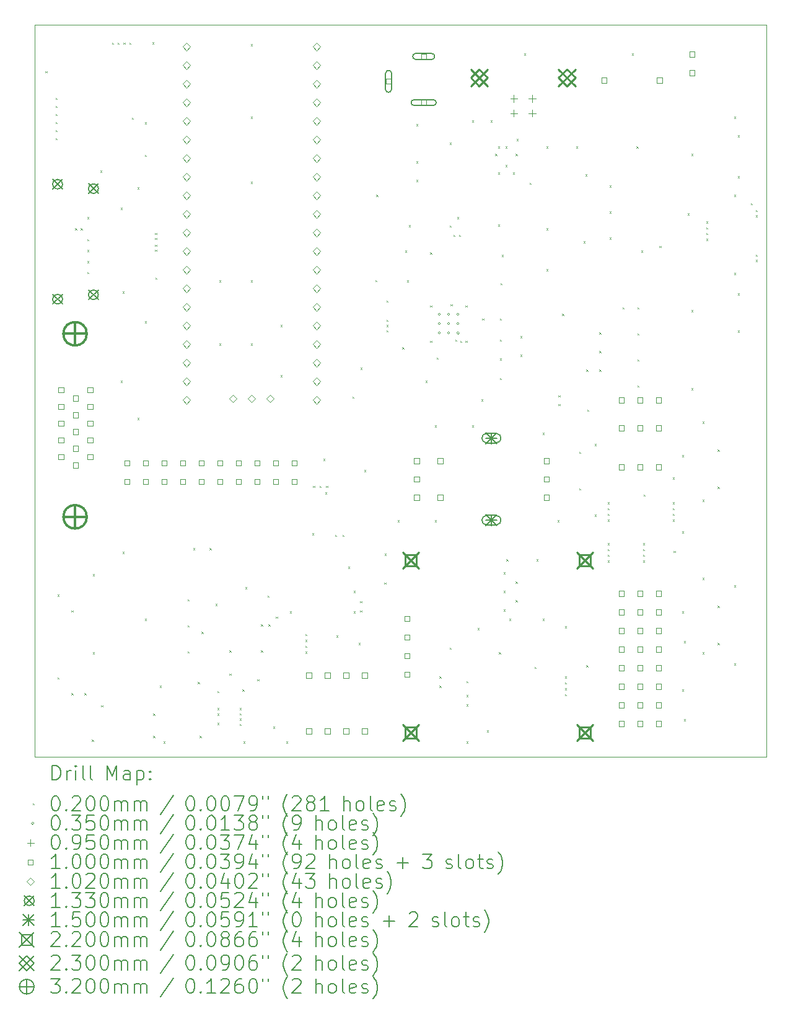
<source format=gbr>
%FSLAX45Y45*%
G04 Gerber Fmt 4.5, Leading zero omitted, Abs format (unit mm)*
G04 Created by KiCad (PCBNEW (6.99.0-1115-g98f4b1d16c)) date 2022-03-30 22:25:26*
%MOMM*%
%LPD*%
G01*
G04 APERTURE LIST*
%TA.AperFunction,Profile*%
%ADD10C,0.100000*%
%TD*%
%ADD11C,0.200000*%
%ADD12C,0.020000*%
%ADD13C,0.035000*%
%ADD14C,0.095000*%
%ADD15C,0.100000*%
%ADD16C,0.102000*%
%ADD17C,0.133000*%
%ADD18C,0.150000*%
%ADD19C,0.220000*%
%ADD20C,0.230000*%
%ADD21C,0.320000*%
G04 APERTURE END LIST*
D10*
X3763000Y-3763000D02*
X13763000Y-3763000D01*
X13763000Y-3763000D02*
X13763000Y-13763000D01*
X13763000Y-13763000D02*
X3763000Y-13763000D01*
X3763000Y-13763000D02*
X3763000Y-3763000D01*
D11*
D12*
X3914300Y-4396900D02*
X3934300Y-4416900D01*
X3934300Y-4396900D02*
X3914300Y-4416900D01*
X4054000Y-4761140D02*
X4074000Y-4781140D01*
X4074000Y-4761140D02*
X4054000Y-4781140D01*
X4054000Y-4871140D02*
X4074000Y-4891140D01*
X4074000Y-4871140D02*
X4054000Y-4891140D01*
X4054000Y-4981140D02*
X4074000Y-5001140D01*
X4074000Y-4981140D02*
X4054000Y-5001140D01*
X4054000Y-5091140D02*
X4074000Y-5111140D01*
X4074000Y-5091140D02*
X4054000Y-5111140D01*
X4054000Y-5201140D02*
X4074000Y-5221140D01*
X4074000Y-5201140D02*
X4054000Y-5221140D01*
X4054000Y-5311140D02*
X4074000Y-5331140D01*
X4074000Y-5311140D02*
X4054000Y-5331140D01*
X4079400Y-11547000D02*
X4099400Y-11567000D01*
X4099400Y-11547000D02*
X4079400Y-11567000D01*
X4079400Y-12677300D02*
X4099400Y-12697300D01*
X4099400Y-12677300D02*
X4079400Y-12697300D01*
X4269900Y-11762900D02*
X4289900Y-11782900D01*
X4289900Y-11762900D02*
X4269900Y-11782900D01*
X4269900Y-12893200D02*
X4289900Y-12913200D01*
X4289900Y-12893200D02*
X4269900Y-12913200D01*
X4320700Y-6543200D02*
X4340700Y-6563200D01*
X4340700Y-6543200D02*
X4320700Y-6563200D01*
X4396900Y-6543200D02*
X4416900Y-6563200D01*
X4416900Y-6543200D02*
X4396900Y-6563200D01*
X4447700Y-12893200D02*
X4467700Y-12913200D01*
X4467700Y-12893200D02*
X4447700Y-12913200D01*
X4485800Y-6390920D02*
X4505800Y-6410920D01*
X4505800Y-6390920D02*
X4485800Y-6410920D01*
X4485800Y-6690920D02*
X4505800Y-6710920D01*
X4505800Y-6690920D02*
X4485800Y-6710920D01*
X4485800Y-6840920D02*
X4505800Y-6860920D01*
X4505800Y-6840920D02*
X4485800Y-6860920D01*
X4485800Y-6990920D02*
X4505800Y-7010920D01*
X4505800Y-6990920D02*
X4485800Y-7010920D01*
X4485800Y-7140920D02*
X4505800Y-7160920D01*
X4505800Y-7140920D02*
X4485800Y-7160920D01*
X4549300Y-13528200D02*
X4569300Y-13548200D01*
X4569300Y-13528200D02*
X4549300Y-13548200D01*
X4562000Y-11267600D02*
X4582000Y-11287600D01*
X4582000Y-11267600D02*
X4562000Y-11287600D01*
X4562000Y-12334400D02*
X4582000Y-12354400D01*
X4582000Y-12334400D02*
X4562000Y-12354400D01*
X4663600Y-5755800D02*
X4683600Y-5775800D01*
X4683600Y-5755800D02*
X4663600Y-5775800D01*
X4676300Y-13058300D02*
X4696300Y-13078300D01*
X4696300Y-13058300D02*
X4676300Y-13078300D01*
X4821100Y-4005075D02*
X4841100Y-4025075D01*
X4841100Y-4005075D02*
X4821100Y-4025075D01*
X4901100Y-4005075D02*
X4921100Y-4025075D01*
X4921100Y-4005075D02*
X4901100Y-4025075D01*
X4943000Y-6263800D02*
X4963000Y-6283800D01*
X4963000Y-6263800D02*
X4943000Y-6283800D01*
X4943000Y-8626000D02*
X4963000Y-8646000D01*
X4963000Y-8626000D02*
X4943000Y-8646000D01*
X4968400Y-7406800D02*
X4988400Y-7426800D01*
X4988400Y-7406800D02*
X4968400Y-7426800D01*
X4968400Y-10962800D02*
X4988400Y-10982800D01*
X4988400Y-10962800D02*
X4968400Y-10982800D01*
X4981100Y-4005075D02*
X5001100Y-4025075D01*
X5001100Y-4005075D02*
X4981100Y-4025075D01*
X5061100Y-4005075D02*
X5081100Y-4025075D01*
X5081100Y-4005075D02*
X5061100Y-4025075D01*
X5095400Y-5031900D02*
X5115400Y-5051900D01*
X5115400Y-5031900D02*
X5095400Y-5051900D01*
X5171600Y-5984400D02*
X5191600Y-6004400D01*
X5191600Y-5984400D02*
X5171600Y-6004400D01*
X5171600Y-9134000D02*
X5191600Y-9154000D01*
X5191600Y-9134000D02*
X5171600Y-9154000D01*
X5273200Y-5095400D02*
X5293200Y-5115400D01*
X5293200Y-5095400D02*
X5273200Y-5115400D01*
X5273200Y-5539900D02*
X5293200Y-5559900D01*
X5293200Y-5539900D02*
X5273200Y-5559900D01*
X5273200Y-7813200D02*
X5293200Y-7833200D01*
X5293200Y-7813200D02*
X5273200Y-7833200D01*
X5273200Y-11877200D02*
X5293200Y-11897200D01*
X5293200Y-11877200D02*
X5273200Y-11897200D01*
X5374800Y-4003200D02*
X5394800Y-4023200D01*
X5394800Y-4003200D02*
X5374800Y-4023200D01*
X5387500Y-13172600D02*
X5407500Y-13192600D01*
X5407500Y-13172600D02*
X5387500Y-13192600D01*
X5387500Y-13477400D02*
X5407500Y-13497400D01*
X5407500Y-13477400D02*
X5387500Y-13497400D01*
X5412900Y-6605840D02*
X5432900Y-6625840D01*
X5432900Y-6605840D02*
X5412900Y-6625840D01*
X5412900Y-6676160D02*
X5432900Y-6696160D01*
X5432900Y-6676160D02*
X5412900Y-6696160D01*
X5412900Y-6765840D02*
X5432900Y-6785840D01*
X5432900Y-6765840D02*
X5412900Y-6785840D01*
X5412900Y-6836160D02*
X5432900Y-6856160D01*
X5432900Y-6836160D02*
X5412900Y-6856160D01*
X5415440Y-7218840D02*
X5435440Y-7238840D01*
X5435440Y-7218840D02*
X5415440Y-7238840D01*
X5476400Y-12791600D02*
X5496400Y-12811600D01*
X5496400Y-12791600D02*
X5476400Y-12811600D01*
X5527200Y-13553600D02*
X5547200Y-13573600D01*
X5547200Y-13553600D02*
X5527200Y-13573600D01*
X5857400Y-11610500D02*
X5877400Y-11630500D01*
X5877400Y-11610500D02*
X5857400Y-11630500D01*
X5857400Y-11966100D02*
X5877400Y-11986100D01*
X5877400Y-11966100D02*
X5857400Y-11986100D01*
X5857400Y-12321700D02*
X5877400Y-12341700D01*
X5877400Y-12321700D02*
X5857400Y-12341700D01*
X5933600Y-10912000D02*
X5953600Y-10932000D01*
X5953600Y-10912000D02*
X5933600Y-10932000D01*
X5997100Y-12740800D02*
X6017100Y-12760800D01*
X6017100Y-12740800D02*
X5997100Y-12760800D01*
X6022500Y-13477400D02*
X6042500Y-13497400D01*
X6042500Y-13477400D02*
X6022500Y-13497400D01*
X6047900Y-12055000D02*
X6067900Y-12075000D01*
X6067900Y-12055000D02*
X6047900Y-12075000D01*
X6157120Y-10912000D02*
X6177120Y-10932000D01*
X6177120Y-10912000D02*
X6157120Y-10932000D01*
X6238400Y-11674000D02*
X6258400Y-11694000D01*
X6258400Y-11674000D02*
X6238400Y-11694000D01*
X6263800Y-13172600D02*
X6283800Y-13192600D01*
X6283800Y-13172600D02*
X6263800Y-13192600D01*
X6263800Y-13299600D02*
X6283800Y-13319600D01*
X6283800Y-13299600D02*
X6263800Y-13319600D01*
X6264380Y-12862720D02*
X6284380Y-12882720D01*
X6284380Y-12862720D02*
X6264380Y-12882720D01*
X6264380Y-13096400D02*
X6284380Y-13116400D01*
X6284380Y-13096400D02*
X6264380Y-13116400D01*
X6289200Y-7254400D02*
X6309200Y-7274400D01*
X6309200Y-7254400D02*
X6289200Y-7274400D01*
X6289200Y-8118000D02*
X6309200Y-8138000D01*
X6309200Y-8118000D02*
X6289200Y-8138000D01*
X6428900Y-12309000D02*
X6448900Y-12329000D01*
X6448900Y-12309000D02*
X6428900Y-12329000D01*
X6428900Y-12626500D02*
X6448900Y-12646500D01*
X6448900Y-12626500D02*
X6428900Y-12646500D01*
X6568600Y-13096400D02*
X6588600Y-13116400D01*
X6588600Y-13096400D02*
X6568600Y-13116400D01*
X6568600Y-13168350D02*
X6588600Y-13188350D01*
X6588600Y-13168350D02*
X6568600Y-13188350D01*
X6568600Y-13240301D02*
X6588600Y-13260301D01*
X6588600Y-13240301D02*
X6568600Y-13260301D01*
X6568600Y-13313221D02*
X6588600Y-13333221D01*
X6588600Y-13313221D02*
X6568600Y-13333221D01*
X6606700Y-12842400D02*
X6626700Y-12862400D01*
X6626700Y-12842400D02*
X6606700Y-12862400D01*
X6619400Y-13553600D02*
X6639400Y-13573600D01*
X6639400Y-13553600D02*
X6619400Y-13573600D01*
X6644800Y-11445400D02*
X6664800Y-11465400D01*
X6664800Y-11445400D02*
X6644800Y-11465400D01*
X6721000Y-4028600D02*
X6741000Y-4048600D01*
X6741000Y-4028600D02*
X6721000Y-4048600D01*
X6721000Y-5019200D02*
X6741000Y-5039200D01*
X6741000Y-5019200D02*
X6721000Y-5039200D01*
X6721000Y-5908200D02*
X6741000Y-5928200D01*
X6741000Y-5908200D02*
X6721000Y-5928200D01*
X6721000Y-7254400D02*
X6741000Y-7274400D01*
X6741000Y-7254400D02*
X6721000Y-7274400D01*
X6721000Y-8118000D02*
X6741000Y-8138000D01*
X6741000Y-8118000D02*
X6721000Y-8138000D01*
X6807360Y-12705240D02*
X6827360Y-12725240D01*
X6827360Y-12705240D02*
X6807360Y-12725240D01*
X6860700Y-11953400D02*
X6880700Y-11973400D01*
X6880700Y-11953400D02*
X6860700Y-11973400D01*
X6860700Y-12309000D02*
X6880700Y-12329000D01*
X6880700Y-12309000D02*
X6860700Y-12329000D01*
X6949600Y-11559700D02*
X6969600Y-11579700D01*
X6969600Y-11559700D02*
X6949600Y-11579700D01*
X6962300Y-11953400D02*
X6982300Y-11973400D01*
X6982300Y-11953400D02*
X6962300Y-11973400D01*
X7025800Y-13350400D02*
X7045800Y-13370400D01*
X7045800Y-13350400D02*
X7025800Y-13370400D01*
X7063650Y-11846720D02*
X7083650Y-11866720D01*
X7083650Y-11846720D02*
X7063650Y-11866720D01*
X7127400Y-7864000D02*
X7147400Y-7884000D01*
X7147400Y-7864000D02*
X7127400Y-7884000D01*
X7127400Y-8549800D02*
X7147400Y-8569800D01*
X7147400Y-8549800D02*
X7127400Y-8569800D01*
X7203600Y-13553600D02*
X7223600Y-13573600D01*
X7223600Y-13553600D02*
X7203600Y-13573600D01*
X7254400Y-11775600D02*
X7274400Y-11795600D01*
X7274400Y-11775600D02*
X7254400Y-11795600D01*
X7465450Y-12086400D02*
X7485450Y-12106400D01*
X7485450Y-12086400D02*
X7465450Y-12106400D01*
X7465450Y-12166400D02*
X7485450Y-12186400D01*
X7485450Y-12166400D02*
X7465450Y-12186400D01*
X7465450Y-12246400D02*
X7485450Y-12266400D01*
X7485450Y-12246400D02*
X7465450Y-12266400D01*
X7465450Y-12326400D02*
X7485450Y-12346400D01*
X7485450Y-12326400D02*
X7465450Y-12346400D01*
X7559200Y-10708800D02*
X7579200Y-10728800D01*
X7579200Y-10708800D02*
X7559200Y-10728800D01*
X7571900Y-10061100D02*
X7591900Y-10081100D01*
X7591900Y-10061100D02*
X7571900Y-10081100D01*
X7660800Y-10061100D02*
X7680800Y-10081100D01*
X7680800Y-10061100D02*
X7660800Y-10081100D01*
X7711600Y-9692800D02*
X7731600Y-9712800D01*
X7731600Y-9692800D02*
X7711600Y-9712800D01*
X7737000Y-10150000D02*
X7757000Y-10170000D01*
X7757000Y-10150000D02*
X7737000Y-10170000D01*
X7749700Y-10061100D02*
X7769700Y-10081100D01*
X7769700Y-10061100D02*
X7749700Y-10081100D01*
X7870350Y-10727850D02*
X7890350Y-10747850D01*
X7890350Y-10727850D02*
X7870350Y-10747850D01*
X7889400Y-12105800D02*
X7909400Y-12125800D01*
X7909400Y-12105800D02*
X7889400Y-12125800D01*
X7971950Y-10727850D02*
X7991950Y-10747850D01*
X7991950Y-10727850D02*
X7971950Y-10747850D01*
X8049650Y-11165000D02*
X8069650Y-11185000D01*
X8069650Y-11165000D02*
X8049650Y-11185000D01*
X8107840Y-8844440D02*
X8127840Y-8864440D01*
X8127840Y-8844440D02*
X8107840Y-8864440D01*
X8125850Y-11495200D02*
X8145850Y-11515200D01*
X8145850Y-11495200D02*
X8125850Y-11515200D01*
X8125850Y-11775600D02*
X8145850Y-11795600D01*
X8145850Y-11775600D02*
X8125850Y-11795600D01*
X8194200Y-12207400D02*
X8214200Y-12227400D01*
X8214200Y-12207400D02*
X8194200Y-12227400D01*
X8214750Y-11634900D02*
X8234750Y-11654900D01*
X8234750Y-11634900D02*
X8214750Y-11654900D01*
X8214750Y-11761900D02*
X8234750Y-11781900D01*
X8234750Y-11761900D02*
X8214750Y-11781900D01*
X8219600Y-8448200D02*
X8239600Y-8468200D01*
X8239600Y-8448200D02*
X8219600Y-8468200D01*
X8270400Y-9845200D02*
X8290400Y-9865200D01*
X8290400Y-9845200D02*
X8270400Y-9865200D01*
X8422800Y-7251750D02*
X8442800Y-7271750D01*
X8442800Y-7251750D02*
X8422800Y-7271750D01*
X8435500Y-6086000D02*
X8455500Y-6106000D01*
X8455500Y-6086000D02*
X8435500Y-6106000D01*
X8544720Y-11384440D02*
X8564720Y-11404440D01*
X8564720Y-11384440D02*
X8544720Y-11404440D01*
X8549800Y-10988200D02*
X8569800Y-11008200D01*
X8569800Y-10988200D02*
X8549800Y-11008200D01*
X8575200Y-7531150D02*
X8595200Y-7551150D01*
X8595200Y-7531150D02*
X8575200Y-7551150D01*
X8575200Y-7792299D02*
X8595200Y-7812299D01*
X8595200Y-7792299D02*
X8575200Y-7812299D01*
X8575200Y-7864250D02*
X8595200Y-7884250D01*
X8595200Y-7864250D02*
X8575200Y-7884250D01*
X8575200Y-7936200D02*
X8595200Y-7956200D01*
X8595200Y-7936200D02*
X8575200Y-7956200D01*
X8727600Y-10531000D02*
X8747600Y-10551000D01*
X8747600Y-10531000D02*
X8727600Y-10551000D01*
X8791100Y-8168800D02*
X8811100Y-8188800D01*
X8811100Y-8168800D02*
X8791100Y-8188800D01*
X8829200Y-6848000D02*
X8849200Y-6868000D01*
X8849200Y-6848000D02*
X8829200Y-6868000D01*
X8854600Y-7254400D02*
X8874600Y-7274400D01*
X8874600Y-7254400D02*
X8854600Y-7274400D01*
X8880000Y-6499750D02*
X8900000Y-6519750D01*
X8900000Y-6499750D02*
X8880000Y-6519750D01*
X8981600Y-5120800D02*
X9001600Y-5140800D01*
X9001600Y-5120800D02*
X8981600Y-5140800D01*
X8981600Y-5628800D02*
X9001600Y-5648800D01*
X9001600Y-5628800D02*
X8981600Y-5648800D01*
X8981600Y-5882800D02*
X9001600Y-5902800D01*
X9001600Y-5882800D02*
X8981600Y-5902800D01*
X9108600Y-8626000D02*
X9128600Y-8646000D01*
X9128600Y-8626000D02*
X9108600Y-8646000D01*
X9172100Y-6873400D02*
X9192100Y-6893400D01*
X9192100Y-6873400D02*
X9172100Y-6893400D01*
X9172100Y-7594650D02*
X9192100Y-7614650D01*
X9192100Y-7594650D02*
X9172100Y-7614650D01*
X9172100Y-8077250D02*
X9192100Y-8097250D01*
X9192100Y-8077250D02*
X9172100Y-8097250D01*
X9235600Y-9235600D02*
X9255600Y-9255600D01*
X9255600Y-9235600D02*
X9235600Y-9255600D01*
X9235600Y-10531000D02*
X9255600Y-10551000D01*
X9255600Y-10531000D02*
X9235600Y-10551000D01*
X9261000Y-8305850D02*
X9281000Y-8325850D01*
X9281000Y-8305850D02*
X9261000Y-8325850D01*
X9299100Y-12664600D02*
X9319100Y-12684600D01*
X9319100Y-12664600D02*
X9299100Y-12684600D01*
X9299100Y-12791600D02*
X9319100Y-12811600D01*
X9319100Y-12791600D02*
X9299100Y-12811600D01*
X9438800Y-5374800D02*
X9458800Y-5394800D01*
X9458800Y-5374800D02*
X9438800Y-5394800D01*
X9438800Y-6502450D02*
X9458800Y-6522450D01*
X9458800Y-6502450D02*
X9438800Y-6522450D01*
X9438800Y-12273440D02*
X9458800Y-12293440D01*
X9458800Y-12273440D02*
X9438800Y-12293440D01*
X9451500Y-7581950D02*
X9471500Y-7601950D01*
X9471500Y-7581950D02*
X9451500Y-7601950D01*
X9490000Y-6629450D02*
X9510000Y-6649450D01*
X9510000Y-6629450D02*
X9490000Y-6649450D01*
X9513495Y-8061841D02*
X9533495Y-8081841D01*
X9533495Y-8061841D02*
X9513495Y-8081841D01*
X9540400Y-6390800D02*
X9560400Y-6410800D01*
X9560400Y-6390800D02*
X9540400Y-6410800D01*
X9565400Y-6629450D02*
X9585400Y-6649450D01*
X9585400Y-6629450D02*
X9565400Y-6649450D01*
X9582847Y-8080998D02*
X9602847Y-8100998D01*
X9602847Y-8080998D02*
X9582847Y-8100998D01*
X9654700Y-7594650D02*
X9674700Y-7614650D01*
X9674700Y-7594650D02*
X9654700Y-7614650D01*
X9654700Y-8077250D02*
X9674700Y-8097250D01*
X9674700Y-8077250D02*
X9654700Y-8097250D01*
X9667400Y-12728100D02*
X9687400Y-12748100D01*
X9687400Y-12728100D02*
X9667400Y-12748100D01*
X9667400Y-12918600D02*
X9687400Y-12938600D01*
X9687400Y-12918600D02*
X9667400Y-12938600D01*
X9667400Y-13045600D02*
X9687400Y-13065600D01*
X9687400Y-13045600D02*
X9667400Y-13065600D01*
X9667400Y-13553600D02*
X9687400Y-13573600D01*
X9687400Y-13553600D02*
X9667400Y-13573600D01*
X9743600Y-5070000D02*
X9763600Y-5090000D01*
X9763600Y-5070000D02*
X9743600Y-5090000D01*
X9743600Y-9235600D02*
X9763600Y-9255600D01*
X9763600Y-9235600D02*
X9743600Y-9255600D01*
X9819800Y-12004200D02*
X9839800Y-12024200D01*
X9839800Y-12004200D02*
X9819800Y-12024200D01*
X9870600Y-8880000D02*
X9890600Y-8900000D01*
X9890600Y-8880000D02*
X9870600Y-8900000D01*
X9883300Y-7776200D02*
X9903300Y-7796200D01*
X9903300Y-7776200D02*
X9883300Y-7796200D01*
X9946800Y-13401200D02*
X9966800Y-13421200D01*
X9966800Y-13401200D02*
X9946800Y-13421200D01*
X9997600Y-5070000D02*
X10017600Y-5090000D01*
X10017600Y-5070000D02*
X9997600Y-5090000D01*
X10061100Y-5527200D02*
X10081100Y-5547200D01*
X10081100Y-5527200D02*
X10061100Y-5547200D01*
X10099200Y-5425600D02*
X10119200Y-5445600D01*
X10119200Y-5425600D02*
X10099200Y-5445600D01*
X10099200Y-5781200D02*
X10119200Y-5801200D01*
X10119200Y-5781200D02*
X10099200Y-5801200D01*
X10099200Y-6492400D02*
X10119200Y-6512400D01*
X10119200Y-6492400D02*
X10099200Y-6512400D01*
X10111900Y-12334400D02*
X10131900Y-12354400D01*
X10131900Y-12334400D02*
X10111900Y-12354400D01*
X10124600Y-7772450D02*
X10144600Y-7792450D01*
X10144600Y-7772450D02*
X10124600Y-7792450D01*
X10124600Y-8062120D02*
X10144600Y-8082120D01*
X10144600Y-8062120D02*
X10124600Y-8082120D01*
X10124600Y-8321200D02*
X10144600Y-8341200D01*
X10144600Y-8321200D02*
X10124600Y-8341200D01*
X10124600Y-8587900D02*
X10144600Y-8607900D01*
X10144600Y-8587900D02*
X10124600Y-8607900D01*
X10129680Y-7289960D02*
X10149680Y-7309960D01*
X10149680Y-7289960D02*
X10129680Y-7309960D01*
X10150000Y-6906700D02*
X10170000Y-6926700D01*
X10170000Y-6906700D02*
X10150000Y-6926700D01*
X10175400Y-11242200D02*
X10195400Y-11262200D01*
X10195400Y-11242200D02*
X10175400Y-11262200D01*
X10175400Y-11496200D02*
X10195400Y-11516200D01*
X10195400Y-11496200D02*
X10175400Y-11516200D01*
X10175400Y-11750200D02*
X10195400Y-11770200D01*
X10195400Y-11750200D02*
X10175400Y-11770200D01*
X10200800Y-5425600D02*
X10220800Y-5445600D01*
X10220800Y-5425600D02*
X10200800Y-5445600D01*
X10200800Y-5679600D02*
X10220800Y-5699600D01*
X10220800Y-5679600D02*
X10200800Y-5699600D01*
X10213500Y-11064400D02*
X10233500Y-11084400D01*
X10233500Y-11064400D02*
X10213500Y-11084400D01*
X10251600Y-11877200D02*
X10271600Y-11897200D01*
X10271600Y-11877200D02*
X10251600Y-11897200D01*
X10302400Y-5781200D02*
X10322400Y-5801200D01*
X10322400Y-5781200D02*
X10302400Y-5801200D01*
X10340500Y-5527200D02*
X10360500Y-5547200D01*
X10360500Y-5527200D02*
X10340500Y-5547200D01*
X10340500Y-11369200D02*
X10360500Y-11389200D01*
X10360500Y-11369200D02*
X10340500Y-11389200D01*
X10340500Y-11623200D02*
X10360500Y-11643200D01*
X10360500Y-11623200D02*
X10340500Y-11643200D01*
X10353200Y-5324000D02*
X10373200Y-5344000D01*
X10373200Y-5324000D02*
X10353200Y-5344000D01*
X10404000Y-8016400D02*
X10424000Y-8036400D01*
X10424000Y-8016400D02*
X10404000Y-8036400D01*
X10404000Y-8270400D02*
X10424000Y-8290400D01*
X10424000Y-8270400D02*
X10404000Y-8290400D01*
X10454800Y-4155600D02*
X10474800Y-4175600D01*
X10474800Y-4155600D02*
X10454800Y-4175600D01*
X10531000Y-5920900D02*
X10551000Y-5940900D01*
X10551000Y-5920900D02*
X10531000Y-5940900D01*
X10597040Y-12532520D02*
X10617040Y-12552520D01*
X10617040Y-12532520D02*
X10597040Y-12552520D01*
X10622440Y-11064400D02*
X10642440Y-11084400D01*
X10642440Y-11064400D02*
X10622440Y-11084400D01*
X10708800Y-9337200D02*
X10728800Y-9357200D01*
X10728800Y-9337200D02*
X10708800Y-9357200D01*
X10708800Y-11877200D02*
X10728800Y-11897200D01*
X10728800Y-11877200D02*
X10708800Y-11897200D01*
X10759600Y-5425600D02*
X10779600Y-5445600D01*
X10779600Y-5425600D02*
X10759600Y-5445600D01*
X10759600Y-6543200D02*
X10779600Y-6563200D01*
X10779600Y-6543200D02*
X10759600Y-6563200D01*
X10759600Y-7102000D02*
X10779600Y-7122000D01*
X10779600Y-7102000D02*
X10759600Y-7122000D01*
X10912000Y-10531000D02*
X10932000Y-10551000D01*
X10932000Y-10531000D02*
X10912000Y-10551000D01*
X10922160Y-8946040D02*
X10942160Y-8966040D01*
X10942160Y-8946040D02*
X10922160Y-8966040D01*
X10924700Y-8823595D02*
X10944700Y-8843595D01*
X10944700Y-8823595D02*
X10924700Y-8843595D01*
X10975500Y-7711695D02*
X10995500Y-7731695D01*
X10995500Y-7711695D02*
X10975500Y-7731695D01*
X11013600Y-11978800D02*
X11033600Y-11998800D01*
X11033600Y-11978800D02*
X11013600Y-11998800D01*
X11013600Y-12664600D02*
X11033600Y-12684600D01*
X11033600Y-12664600D02*
X11013600Y-12684600D01*
X11013600Y-12744600D02*
X11033600Y-12764600D01*
X11033600Y-12744600D02*
X11013600Y-12764600D01*
X11013600Y-12824600D02*
X11033600Y-12844600D01*
X11033600Y-12824600D02*
X11013600Y-12844600D01*
X11013600Y-12904600D02*
X11033600Y-12924600D01*
X11033600Y-12904600D02*
X11013600Y-12924600D01*
X11166000Y-5425600D02*
X11186000Y-5445600D01*
X11186000Y-5425600D02*
X11166000Y-5445600D01*
X11206640Y-9596280D02*
X11226640Y-9616280D01*
X11226640Y-9596280D02*
X11206640Y-9616280D01*
X11206640Y-10094120D02*
X11226640Y-10114120D01*
X11226640Y-10094120D02*
X11206640Y-10114120D01*
X11267600Y-6721000D02*
X11287600Y-6741000D01*
X11287600Y-6721000D02*
X11267600Y-6741000D01*
X11293000Y-5806600D02*
X11313000Y-5826600D01*
X11313000Y-5806600D02*
X11293000Y-5826600D01*
X11305700Y-8473695D02*
X11325700Y-8493695D01*
X11325700Y-8473695D02*
X11305700Y-8493695D01*
X11305700Y-12512200D02*
X11325700Y-12532200D01*
X11325700Y-12512200D02*
X11305700Y-12532200D01*
X11318400Y-9019700D02*
X11338400Y-9039700D01*
X11338400Y-9019700D02*
X11318400Y-9039700D01*
X11420000Y-9489600D02*
X11440000Y-9509600D01*
X11440000Y-9489600D02*
X11420000Y-9509600D01*
X11420000Y-10454800D02*
X11440000Y-10474800D01*
X11440000Y-10454800D02*
X11420000Y-10474800D01*
X11483500Y-7965600D02*
X11503500Y-7985600D01*
X11503500Y-7965600D02*
X11483500Y-7985600D01*
X11483500Y-8219600D02*
X11503500Y-8239600D01*
X11503500Y-8219600D02*
X11483500Y-8239600D01*
X11483500Y-8473600D02*
X11503500Y-8493600D01*
X11503500Y-8473600D02*
X11483500Y-8493600D01*
X11597800Y-10284000D02*
X11617800Y-10304000D01*
X11617800Y-10284000D02*
X11597800Y-10304000D01*
X11597800Y-10364000D02*
X11617800Y-10384000D01*
X11617800Y-10364000D02*
X11597800Y-10384000D01*
X11597800Y-10444000D02*
X11617800Y-10464000D01*
X11617800Y-10444000D02*
X11597800Y-10464000D01*
X11597800Y-10524000D02*
X11617800Y-10544000D01*
X11617800Y-10524000D02*
X11597800Y-10544000D01*
X11597800Y-10842800D02*
X11617800Y-10862800D01*
X11617800Y-10842800D02*
X11597800Y-10862800D01*
X11597800Y-10922800D02*
X11617800Y-10942800D01*
X11617800Y-10922800D02*
X11597800Y-10942800D01*
X11597800Y-11002800D02*
X11617800Y-11022800D01*
X11617800Y-11002800D02*
X11597800Y-11022800D01*
X11597800Y-11082800D02*
X11617800Y-11102800D01*
X11617800Y-11082800D02*
X11597800Y-11102800D01*
X11623200Y-5959000D02*
X11643200Y-5979000D01*
X11643200Y-5959000D02*
X11623200Y-5979000D01*
X11623200Y-6314600D02*
X11643200Y-6334600D01*
X11643200Y-6314600D02*
X11623200Y-6334600D01*
X11623200Y-6670200D02*
X11643200Y-6690200D01*
X11643200Y-6670200D02*
X11623200Y-6690200D01*
X11801000Y-7622700D02*
X11821000Y-7642700D01*
X11821000Y-7622700D02*
X11801000Y-7642700D01*
X11928000Y-4155600D02*
X11948000Y-4175600D01*
X11948000Y-4155600D02*
X11928000Y-4175600D01*
X11991500Y-5425600D02*
X12011500Y-5445600D01*
X12011500Y-5425600D02*
X11991500Y-5445600D01*
X12004200Y-7622795D02*
X12024200Y-7642795D01*
X12024200Y-7622795D02*
X12004200Y-7642795D01*
X12004200Y-7978395D02*
X12024200Y-7998395D01*
X12024200Y-7978395D02*
X12004200Y-7998395D01*
X12004200Y-8333995D02*
X12024200Y-8353995D01*
X12024200Y-8333995D02*
X12004200Y-8353995D01*
X12004200Y-8689595D02*
X12024200Y-8709595D01*
X12024200Y-8689595D02*
X12004200Y-8709595D01*
X12055000Y-6848000D02*
X12075000Y-6868000D01*
X12075000Y-6848000D02*
X12055000Y-6868000D01*
X12080400Y-10842800D02*
X12100400Y-10862800D01*
X12100400Y-10842800D02*
X12080400Y-10862800D01*
X12080400Y-10922800D02*
X12100400Y-10942800D01*
X12100400Y-10922800D02*
X12080400Y-10942800D01*
X12080400Y-11002800D02*
X12100400Y-11022800D01*
X12100400Y-11002800D02*
X12080400Y-11022800D01*
X12080400Y-11082800D02*
X12100400Y-11102800D01*
X12100400Y-11082800D02*
X12080400Y-11102800D01*
X12085480Y-10180480D02*
X12105480Y-10200480D01*
X12105480Y-10180480D02*
X12085480Y-10200480D01*
X12303920Y-6787040D02*
X12323920Y-6807040D01*
X12323920Y-6787040D02*
X12303920Y-6807040D01*
X12486800Y-9946800D02*
X12506800Y-9966800D01*
X12506800Y-9946800D02*
X12486800Y-9966800D01*
X12486800Y-10284000D02*
X12506800Y-10304000D01*
X12506800Y-10284000D02*
X12486800Y-10304000D01*
X12486800Y-10364000D02*
X12506800Y-10384000D01*
X12506800Y-10364000D02*
X12486800Y-10384000D01*
X12486800Y-10444000D02*
X12506800Y-10464000D01*
X12506800Y-10444000D02*
X12486800Y-10464000D01*
X12486800Y-10524000D02*
X12506800Y-10544000D01*
X12506800Y-10524000D02*
X12486800Y-10544000D01*
X12499500Y-10950100D02*
X12519500Y-10970100D01*
X12519500Y-10950100D02*
X12499500Y-10970100D01*
X12613800Y-9642000D02*
X12633800Y-9662000D01*
X12633800Y-9642000D02*
X12613800Y-9662000D01*
X12613800Y-10683400D02*
X12633800Y-10703400D01*
X12633800Y-10683400D02*
X12613800Y-10703400D01*
X12613800Y-11775600D02*
X12633800Y-11795600D01*
X12633800Y-11775600D02*
X12613800Y-11795600D01*
X12613800Y-12842400D02*
X12633800Y-12862400D01*
X12633800Y-12842400D02*
X12613800Y-12862400D01*
X12639200Y-12182000D02*
X12659200Y-12202000D01*
X12659200Y-12182000D02*
X12639200Y-12202000D01*
X12639200Y-13248800D02*
X12659200Y-13268800D01*
X12659200Y-13248800D02*
X12639200Y-13268800D01*
X12690000Y-6340000D02*
X12710000Y-6360000D01*
X12710000Y-6340000D02*
X12690000Y-6360000D01*
X12740800Y-5527200D02*
X12760800Y-5547200D01*
X12760800Y-5527200D02*
X12740800Y-5547200D01*
X12740800Y-7660800D02*
X12760800Y-7680800D01*
X12760800Y-7660800D02*
X12740800Y-7680800D01*
X12740800Y-8727600D02*
X12760800Y-8747600D01*
X12760800Y-8727600D02*
X12740800Y-8747600D01*
X12893200Y-9184800D02*
X12913200Y-9204800D01*
X12913200Y-9184800D02*
X12893200Y-9204800D01*
X12893200Y-10251600D02*
X12913200Y-10271600D01*
X12913200Y-10251600D02*
X12893200Y-10271600D01*
X12893200Y-11318400D02*
X12913200Y-11338400D01*
X12913200Y-11318400D02*
X12893200Y-11338400D01*
X12893200Y-12334400D02*
X12913200Y-12354400D01*
X12913200Y-12334400D02*
X12893200Y-12354400D01*
X12944000Y-6448600D02*
X12964000Y-6468600D01*
X12964000Y-6448600D02*
X12944000Y-6468600D01*
X12944000Y-6528600D02*
X12964000Y-6548600D01*
X12964000Y-6528600D02*
X12944000Y-6548600D01*
X12944000Y-6608600D02*
X12964000Y-6628600D01*
X12964000Y-6608600D02*
X12944000Y-6628600D01*
X12944000Y-6688600D02*
X12964000Y-6708600D01*
X12964000Y-6688600D02*
X12944000Y-6708600D01*
X13100000Y-9565800D02*
X13120000Y-9585800D01*
X13120000Y-9565800D02*
X13100000Y-9585800D01*
X13100000Y-10073800D02*
X13120000Y-10093800D01*
X13120000Y-10073800D02*
X13100000Y-10093800D01*
X13100000Y-11699400D02*
X13120000Y-11719400D01*
X13120000Y-11699400D02*
X13100000Y-11719400D01*
X13100000Y-12207400D02*
X13120000Y-12227400D01*
X13120000Y-12207400D02*
X13100000Y-12227400D01*
X13325000Y-5019200D02*
X13345000Y-5039200D01*
X13345000Y-5019200D02*
X13325000Y-5039200D01*
X13325000Y-6086000D02*
X13345000Y-6106000D01*
X13345000Y-6086000D02*
X13325000Y-6106000D01*
X13325000Y-7152800D02*
X13345000Y-7172800D01*
X13345000Y-7152800D02*
X13325000Y-7172800D01*
X13325000Y-11420000D02*
X13345000Y-11440000D01*
X13345000Y-11420000D02*
X13325000Y-11440000D01*
X13325000Y-12486800D02*
X13345000Y-12506800D01*
X13345000Y-12486800D02*
X13325000Y-12506800D01*
X13375800Y-5273200D02*
X13395800Y-5293200D01*
X13395800Y-5273200D02*
X13375800Y-5293200D01*
X13375800Y-5832000D02*
X13395800Y-5852000D01*
X13395800Y-5832000D02*
X13375800Y-5852000D01*
X13375800Y-7432200D02*
X13395800Y-7452200D01*
X13395800Y-7432200D02*
X13375800Y-7452200D01*
X13375800Y-7940200D02*
X13395800Y-7960200D01*
X13395800Y-7940200D02*
X13375800Y-7960200D01*
X13550000Y-6199240D02*
X13570000Y-6219240D01*
X13570000Y-6199240D02*
X13550000Y-6219240D01*
X13621778Y-6293450D02*
X13641778Y-6313450D01*
X13641778Y-6293450D02*
X13621778Y-6313450D01*
X13621778Y-6365400D02*
X13641778Y-6385400D01*
X13641778Y-6365400D02*
X13621778Y-6385400D01*
X13621778Y-6903265D02*
X13641778Y-6923265D01*
X13641778Y-6903265D02*
X13621778Y-6923265D01*
X13621778Y-6975000D02*
X13641778Y-6995000D01*
X13641778Y-6975000D02*
X13621778Y-6995000D01*
D13*
X9313400Y-7718700D02*
G75*
G03*
X9313400Y-7718700I-17500J0D01*
G01*
X9313400Y-7846200D02*
G75*
G03*
X9313400Y-7846200I-17500J0D01*
G01*
X9313400Y-7973700D02*
G75*
G03*
X9313400Y-7973700I-17500J0D01*
G01*
X9440900Y-7718700D02*
G75*
G03*
X9440900Y-7718700I-17500J0D01*
G01*
X9440900Y-7846200D02*
G75*
G03*
X9440900Y-7846200I-17500J0D01*
G01*
X9440900Y-7973700D02*
G75*
G03*
X9440900Y-7973700I-17500J0D01*
G01*
X9568400Y-7718700D02*
G75*
G03*
X9568400Y-7718700I-17500J0D01*
G01*
X9568400Y-7846200D02*
G75*
G03*
X9568400Y-7846200I-17500J0D01*
G01*
X9568400Y-7973700D02*
G75*
G03*
X9568400Y-7973700I-17500J0D01*
G01*
D14*
X10314400Y-4723850D02*
X10314400Y-4818850D01*
X10266900Y-4771350D02*
X10361900Y-4771350D01*
X10314400Y-4923850D02*
X10314400Y-5018850D01*
X10266900Y-4971350D02*
X10361900Y-4971350D01*
X10564400Y-4723850D02*
X10564400Y-4818850D01*
X10516900Y-4771350D02*
X10611900Y-4771350D01*
X10564400Y-4923850D02*
X10564400Y-5018850D01*
X10516900Y-4971350D02*
X10611900Y-4971350D01*
D15*
X4162856Y-8784856D02*
X4162856Y-8714144D01*
X4092144Y-8714144D01*
X4092144Y-8784856D01*
X4162856Y-8784856D01*
X4162856Y-9013856D02*
X4162856Y-8943144D01*
X4092144Y-8943144D01*
X4092144Y-9013856D01*
X4162856Y-9013856D01*
X4162856Y-9242856D02*
X4162856Y-9172144D01*
X4092144Y-9172144D01*
X4092144Y-9242856D01*
X4162856Y-9242856D01*
X4162856Y-9471856D02*
X4162856Y-9401144D01*
X4092144Y-9401144D01*
X4092144Y-9471856D01*
X4162856Y-9471856D01*
X4162856Y-9700856D02*
X4162856Y-9630144D01*
X4092144Y-9630144D01*
X4092144Y-9700856D01*
X4162856Y-9700856D01*
X4360856Y-8899356D02*
X4360856Y-8828644D01*
X4290144Y-8828644D01*
X4290144Y-8899356D01*
X4360856Y-8899356D01*
X4360856Y-9128356D02*
X4360856Y-9057644D01*
X4290144Y-9057644D01*
X4290144Y-9128356D01*
X4360856Y-9128356D01*
X4360856Y-9357356D02*
X4360856Y-9286644D01*
X4290144Y-9286644D01*
X4290144Y-9357356D01*
X4360856Y-9357356D01*
X4360856Y-9586356D02*
X4360856Y-9515644D01*
X4290144Y-9515644D01*
X4290144Y-9586356D01*
X4360856Y-9586356D01*
X4360856Y-9815356D02*
X4360856Y-9744644D01*
X4290144Y-9744644D01*
X4290144Y-9815356D01*
X4360856Y-9815356D01*
X4558856Y-8784856D02*
X4558856Y-8714144D01*
X4488144Y-8714144D01*
X4488144Y-8784856D01*
X4558856Y-8784856D01*
X4558856Y-9013856D02*
X4558856Y-8943144D01*
X4488144Y-8943144D01*
X4488144Y-9013856D01*
X4558856Y-9013856D01*
X4558856Y-9242856D02*
X4558856Y-9172144D01*
X4488144Y-9172144D01*
X4488144Y-9242856D01*
X4558856Y-9242856D01*
X4558856Y-9471856D02*
X4558856Y-9401144D01*
X4488144Y-9401144D01*
X4488144Y-9471856D01*
X4558856Y-9471856D01*
X4558856Y-9700856D02*
X4558856Y-9630144D01*
X4488144Y-9630144D01*
X4488144Y-9700856D01*
X4558856Y-9700856D01*
X5064556Y-9783781D02*
X5064556Y-9713069D01*
X4993844Y-9713069D01*
X4993844Y-9783781D01*
X5064556Y-9783781D01*
X5064556Y-10037781D02*
X5064556Y-9967069D01*
X4993844Y-9967069D01*
X4993844Y-10037781D01*
X5064556Y-10037781D01*
X5318556Y-9783781D02*
X5318556Y-9713069D01*
X5247844Y-9713069D01*
X5247844Y-9783781D01*
X5318556Y-9783781D01*
X5318556Y-10037781D02*
X5318556Y-9967069D01*
X5247844Y-9967069D01*
X5247844Y-10037781D01*
X5318556Y-10037781D01*
X5572556Y-9783781D02*
X5572556Y-9713069D01*
X5501844Y-9713069D01*
X5501844Y-9783781D01*
X5572556Y-9783781D01*
X5572556Y-10037781D02*
X5572556Y-9967069D01*
X5501844Y-9967069D01*
X5501844Y-10037781D01*
X5572556Y-10037781D01*
X5826556Y-9783781D02*
X5826556Y-9713069D01*
X5755844Y-9713069D01*
X5755844Y-9783781D01*
X5826556Y-9783781D01*
X5826556Y-10037781D02*
X5826556Y-9967069D01*
X5755844Y-9967069D01*
X5755844Y-10037781D01*
X5826556Y-10037781D01*
X6080556Y-9783781D02*
X6080556Y-9713069D01*
X6009844Y-9713069D01*
X6009844Y-9783781D01*
X6080556Y-9783781D01*
X6080556Y-10037781D02*
X6080556Y-9967069D01*
X6009844Y-9967069D01*
X6009844Y-10037781D01*
X6080556Y-10037781D01*
X6334556Y-9783781D02*
X6334556Y-9713069D01*
X6263844Y-9713069D01*
X6263844Y-9783781D01*
X6334556Y-9783781D01*
X6334556Y-10037781D02*
X6334556Y-9967069D01*
X6263844Y-9967069D01*
X6263844Y-10037781D01*
X6334556Y-10037781D01*
X6588556Y-9783781D02*
X6588556Y-9713069D01*
X6517844Y-9713069D01*
X6517844Y-9783781D01*
X6588556Y-9783781D01*
X6588556Y-10037781D02*
X6588556Y-9967069D01*
X6517844Y-9967069D01*
X6517844Y-10037781D01*
X6588556Y-10037781D01*
X6842556Y-9783781D02*
X6842556Y-9713069D01*
X6771844Y-9713069D01*
X6771844Y-9783781D01*
X6842556Y-9783781D01*
X6842556Y-10037781D02*
X6842556Y-9967069D01*
X6771844Y-9967069D01*
X6771844Y-10037781D01*
X6842556Y-10037781D01*
X7096556Y-9783781D02*
X7096556Y-9713069D01*
X7025844Y-9713069D01*
X7025844Y-9783781D01*
X7096556Y-9783781D01*
X7096556Y-10037781D02*
X7096556Y-9967069D01*
X7025844Y-9967069D01*
X7025844Y-10037781D01*
X7096556Y-10037781D01*
X7350556Y-9783781D02*
X7350556Y-9713069D01*
X7279844Y-9713069D01*
X7279844Y-9783781D01*
X7350556Y-9783781D01*
X7350556Y-10037781D02*
X7350556Y-9967069D01*
X7279844Y-9967069D01*
X7279844Y-10037781D01*
X7350556Y-10037781D01*
X7549906Y-12683556D02*
X7549906Y-12612844D01*
X7479194Y-12612844D01*
X7479194Y-12683556D01*
X7549906Y-12683556D01*
X7549906Y-13446556D02*
X7549906Y-13375844D01*
X7479194Y-13375844D01*
X7479194Y-13446556D01*
X7549906Y-13446556D01*
X7803906Y-12683556D02*
X7803906Y-12612844D01*
X7733194Y-12612844D01*
X7733194Y-12683556D01*
X7803906Y-12683556D01*
X7803906Y-13446556D02*
X7803906Y-13375844D01*
X7733194Y-13375844D01*
X7733194Y-13446556D01*
X7803906Y-13446556D01*
X8057906Y-12683556D02*
X8057906Y-12612844D01*
X7987194Y-12612844D01*
X7987194Y-12683556D01*
X8057906Y-12683556D01*
X8057906Y-13446556D02*
X8057906Y-13375844D01*
X7987194Y-13375844D01*
X7987194Y-13446556D01*
X8057906Y-13446556D01*
X8311906Y-12683556D02*
X8311906Y-12612844D01*
X8241194Y-12612844D01*
X8241194Y-12683556D01*
X8311906Y-12683556D01*
X8311906Y-13446556D02*
X8311906Y-13375844D01*
X8241194Y-13375844D01*
X8241194Y-13446556D01*
X8311906Y-13446556D01*
X8637356Y-4571356D02*
X8637356Y-4500644D01*
X8566644Y-4500644D01*
X8566644Y-4571356D01*
X8637356Y-4571356D01*
D11*
X8642000Y-4646000D02*
X8642000Y-4426000D01*
X8562000Y-4646000D02*
X8562000Y-4426000D01*
X8642000Y-4426000D02*
G75*
G03*
X8562000Y-4426000I-40000J0D01*
G01*
X8562000Y-4646000D02*
G75*
G03*
X8642000Y-4646000I40000J0D01*
G01*
D15*
X8891856Y-11909856D02*
X8891856Y-11839144D01*
X8821144Y-11839144D01*
X8821144Y-11909856D01*
X8891856Y-11909856D01*
X8891856Y-12163856D02*
X8891856Y-12093144D01*
X8821144Y-12093144D01*
X8821144Y-12163856D01*
X8891856Y-12163856D01*
X8891856Y-12417856D02*
X8891856Y-12347144D01*
X8821144Y-12347144D01*
X8821144Y-12417856D01*
X8891856Y-12417856D01*
X8891856Y-12671856D02*
X8891856Y-12601144D01*
X8821144Y-12601144D01*
X8821144Y-12671856D01*
X8891856Y-12671856D01*
X9022356Y-9754856D02*
X9022356Y-9684144D01*
X8951644Y-9684144D01*
X8951644Y-9754856D01*
X9022356Y-9754856D01*
X9022356Y-10004856D02*
X9022356Y-9934144D01*
X8951644Y-9934144D01*
X8951644Y-10004856D01*
X9022356Y-10004856D01*
X9022356Y-10254856D02*
X9022356Y-10184144D01*
X8951644Y-10184144D01*
X8951644Y-10254856D01*
X9022356Y-10254856D01*
X9117356Y-4231356D02*
X9117356Y-4160644D01*
X9046644Y-4160644D01*
X9046644Y-4231356D01*
X9117356Y-4231356D01*
D11*
X9192000Y-4156000D02*
X8972000Y-4156000D01*
X9192000Y-4236000D02*
X8972000Y-4236000D01*
X8972000Y-4156000D02*
G75*
G03*
X8972000Y-4236000I0J-40000D01*
G01*
X9192000Y-4236000D02*
G75*
G03*
X9192000Y-4156000I0J40000D01*
G01*
D15*
X9117356Y-4861356D02*
X9117356Y-4790644D01*
X9046644Y-4790644D01*
X9046644Y-4861356D01*
X9117356Y-4861356D01*
D11*
X9212000Y-4786000D02*
X8952000Y-4786000D01*
X9212000Y-4866000D02*
X8952000Y-4866000D01*
X8952000Y-4786000D02*
G75*
G03*
X8952000Y-4866000I0J-40000D01*
G01*
X9212000Y-4866000D02*
G75*
G03*
X9212000Y-4786000I0J40000D01*
G01*
D15*
X9343356Y-9754856D02*
X9343356Y-9684144D01*
X9272644Y-9684144D01*
X9272644Y-9754856D01*
X9343356Y-9754856D01*
X9343356Y-10254856D02*
X9343356Y-10184144D01*
X9272644Y-10184144D01*
X9272644Y-10254856D01*
X9343356Y-10254856D01*
X10793356Y-9754856D02*
X10793356Y-9684144D01*
X10722644Y-9684144D01*
X10722644Y-9754856D01*
X10793356Y-9754856D01*
X10793356Y-10004856D02*
X10793356Y-9934144D01*
X10722644Y-9934144D01*
X10722644Y-10004856D01*
X10793356Y-10004856D01*
X10793356Y-10254856D02*
X10793356Y-10184144D01*
X10722644Y-10184144D01*
X10722644Y-10254856D01*
X10793356Y-10254856D01*
X11581656Y-4556556D02*
X11581656Y-4485844D01*
X11510944Y-4485844D01*
X11510944Y-4556556D01*
X11581656Y-4556556D01*
X11820956Y-9839756D02*
X11820956Y-9769044D01*
X11750244Y-9769044D01*
X11750244Y-9839756D01*
X11820956Y-9839756D01*
X11820956Y-11566956D02*
X11820956Y-11496244D01*
X11750244Y-11496244D01*
X11750244Y-11566956D01*
X11820956Y-11566956D01*
X11820956Y-11820956D02*
X11820956Y-11750244D01*
X11750244Y-11750244D01*
X11750244Y-11820956D01*
X11820956Y-11820956D01*
X11820956Y-12074956D02*
X11820956Y-12004244D01*
X11750244Y-12004244D01*
X11750244Y-12074956D01*
X11820956Y-12074956D01*
X11820956Y-12328956D02*
X11820956Y-12258244D01*
X11750244Y-12258244D01*
X11750244Y-12328956D01*
X11820956Y-12328956D01*
X11820956Y-12582956D02*
X11820956Y-12512244D01*
X11750244Y-12512244D01*
X11750244Y-12582956D01*
X11820956Y-12582956D01*
X11820956Y-12836956D02*
X11820956Y-12766244D01*
X11750244Y-12766244D01*
X11750244Y-12836956D01*
X11820956Y-12836956D01*
X11820956Y-13090956D02*
X11820956Y-13020244D01*
X11750244Y-13020244D01*
X11750244Y-13090956D01*
X11820956Y-13090956D01*
X11820956Y-13344956D02*
X11820956Y-13274244D01*
X11750244Y-13274244D01*
X11750244Y-13344956D01*
X11820956Y-13344956D01*
X11822456Y-8925451D02*
X11822456Y-8854739D01*
X11751744Y-8854739D01*
X11751744Y-8925451D01*
X11822456Y-8925451D01*
X11822456Y-9306451D02*
X11822456Y-9235739D01*
X11751744Y-9235739D01*
X11751744Y-9306451D01*
X11822456Y-9306451D01*
X12074956Y-9839756D02*
X12074956Y-9769044D01*
X12004244Y-9769044D01*
X12004244Y-9839756D01*
X12074956Y-9839756D01*
X12074956Y-11566956D02*
X12074956Y-11496244D01*
X12004244Y-11496244D01*
X12004244Y-11566956D01*
X12074956Y-11566956D01*
X12074956Y-11820956D02*
X12074956Y-11750244D01*
X12004244Y-11750244D01*
X12004244Y-11820956D01*
X12074956Y-11820956D01*
X12074956Y-12074956D02*
X12074956Y-12004244D01*
X12004244Y-12004244D01*
X12004244Y-12074956D01*
X12074956Y-12074956D01*
X12074956Y-12328956D02*
X12074956Y-12258244D01*
X12004244Y-12258244D01*
X12004244Y-12328956D01*
X12074956Y-12328956D01*
X12074956Y-12582956D02*
X12074956Y-12512244D01*
X12004244Y-12512244D01*
X12004244Y-12582956D01*
X12074956Y-12582956D01*
X12074956Y-12836956D02*
X12074956Y-12766244D01*
X12004244Y-12766244D01*
X12004244Y-12836956D01*
X12074956Y-12836956D01*
X12074956Y-13090956D02*
X12074956Y-13020244D01*
X12004244Y-13020244D01*
X12004244Y-13090956D01*
X12074956Y-13090956D01*
X12074956Y-13344956D02*
X12074956Y-13274244D01*
X12004244Y-13274244D01*
X12004244Y-13344956D01*
X12074956Y-13344956D01*
X12076456Y-8925451D02*
X12076456Y-8854739D01*
X12005744Y-8854739D01*
X12005744Y-8925451D01*
X12076456Y-8925451D01*
X12076456Y-9306451D02*
X12076456Y-9235739D01*
X12005744Y-9235739D01*
X12005744Y-9306451D01*
X12076456Y-9306451D01*
X12328956Y-9839756D02*
X12328956Y-9769044D01*
X12258244Y-9769044D01*
X12258244Y-9839756D01*
X12328956Y-9839756D01*
X12328956Y-11566956D02*
X12328956Y-11496244D01*
X12258244Y-11496244D01*
X12258244Y-11566956D01*
X12328956Y-11566956D01*
X12328956Y-11820956D02*
X12328956Y-11750244D01*
X12258244Y-11750244D01*
X12258244Y-11820956D01*
X12328956Y-11820956D01*
X12328956Y-12074956D02*
X12328956Y-12004244D01*
X12258244Y-12004244D01*
X12258244Y-12074956D01*
X12328956Y-12074956D01*
X12328956Y-12328956D02*
X12328956Y-12258244D01*
X12258244Y-12258244D01*
X12258244Y-12328956D01*
X12328956Y-12328956D01*
X12328956Y-12582956D02*
X12328956Y-12512244D01*
X12258244Y-12512244D01*
X12258244Y-12582956D01*
X12328956Y-12582956D01*
X12328956Y-12836956D02*
X12328956Y-12766244D01*
X12258244Y-12766244D01*
X12258244Y-12836956D01*
X12328956Y-12836956D01*
X12328956Y-13090956D02*
X12328956Y-13020244D01*
X12258244Y-13020244D01*
X12258244Y-13090956D01*
X12328956Y-13090956D01*
X12328956Y-13344956D02*
X12328956Y-13274244D01*
X12258244Y-13274244D01*
X12258244Y-13344956D01*
X12328956Y-13344956D01*
X12330456Y-8925451D02*
X12330456Y-8854739D01*
X12259744Y-8854739D01*
X12259744Y-8925451D01*
X12330456Y-8925451D01*
X12330456Y-9306451D02*
X12330456Y-9235739D01*
X12259744Y-9235739D01*
X12259744Y-9306451D01*
X12330456Y-9306451D01*
X12341656Y-4556556D02*
X12341656Y-4485844D01*
X12270944Y-4485844D01*
X12270944Y-4556556D01*
X12341656Y-4556556D01*
X12786156Y-4200956D02*
X12786156Y-4130244D01*
X12715444Y-4130244D01*
X12715444Y-4200956D01*
X12786156Y-4200956D01*
X12786156Y-4454956D02*
X12786156Y-4384244D01*
X12715444Y-4384244D01*
X12715444Y-4454956D01*
X12786156Y-4454956D01*
D16*
X5842000Y-4115000D02*
X5893000Y-4064000D01*
X5842000Y-4013000D01*
X5791000Y-4064000D01*
X5842000Y-4115000D01*
X5842000Y-4369000D02*
X5893000Y-4318000D01*
X5842000Y-4267000D01*
X5791000Y-4318000D01*
X5842000Y-4369000D01*
X5842000Y-4623000D02*
X5893000Y-4572000D01*
X5842000Y-4521000D01*
X5791000Y-4572000D01*
X5842000Y-4623000D01*
X5842000Y-4877000D02*
X5893000Y-4826000D01*
X5842000Y-4775000D01*
X5791000Y-4826000D01*
X5842000Y-4877000D01*
X5842000Y-5131000D02*
X5893000Y-5080000D01*
X5842000Y-5029000D01*
X5791000Y-5080000D01*
X5842000Y-5131000D01*
X5842000Y-5385000D02*
X5893000Y-5334000D01*
X5842000Y-5283000D01*
X5791000Y-5334000D01*
X5842000Y-5385000D01*
X5842000Y-5639000D02*
X5893000Y-5588000D01*
X5842000Y-5537000D01*
X5791000Y-5588000D01*
X5842000Y-5639000D01*
X5842000Y-5893000D02*
X5893000Y-5842000D01*
X5842000Y-5791000D01*
X5791000Y-5842000D01*
X5842000Y-5893000D01*
X5842000Y-6147000D02*
X5893000Y-6096000D01*
X5842000Y-6045000D01*
X5791000Y-6096000D01*
X5842000Y-6147000D01*
X5842000Y-6401000D02*
X5893000Y-6350000D01*
X5842000Y-6299000D01*
X5791000Y-6350000D01*
X5842000Y-6401000D01*
X5842000Y-6655000D02*
X5893000Y-6604000D01*
X5842000Y-6553000D01*
X5791000Y-6604000D01*
X5842000Y-6655000D01*
X5842000Y-6909000D02*
X5893000Y-6858000D01*
X5842000Y-6807000D01*
X5791000Y-6858000D01*
X5842000Y-6909000D01*
X5842000Y-7163000D02*
X5893000Y-7112000D01*
X5842000Y-7061000D01*
X5791000Y-7112000D01*
X5842000Y-7163000D01*
X5842000Y-7417000D02*
X5893000Y-7366000D01*
X5842000Y-7315000D01*
X5791000Y-7366000D01*
X5842000Y-7417000D01*
X5842000Y-7671000D02*
X5893000Y-7620000D01*
X5842000Y-7569000D01*
X5791000Y-7620000D01*
X5842000Y-7671000D01*
X5842000Y-7925000D02*
X5893000Y-7874000D01*
X5842000Y-7823000D01*
X5791000Y-7874000D01*
X5842000Y-7925000D01*
X5842000Y-8179000D02*
X5893000Y-8128000D01*
X5842000Y-8077000D01*
X5791000Y-8128000D01*
X5842000Y-8179000D01*
X5842000Y-8433000D02*
X5893000Y-8382000D01*
X5842000Y-8331000D01*
X5791000Y-8382000D01*
X5842000Y-8433000D01*
X5842000Y-8687000D02*
X5893000Y-8636000D01*
X5842000Y-8585000D01*
X5791000Y-8636000D01*
X5842000Y-8687000D01*
X5842000Y-8941000D02*
X5893000Y-8890000D01*
X5842000Y-8839000D01*
X5791000Y-8890000D01*
X5842000Y-8941000D01*
X6477000Y-8918000D02*
X6528000Y-8867000D01*
X6477000Y-8816000D01*
X6426000Y-8867000D01*
X6477000Y-8918000D01*
X6731000Y-8918000D02*
X6782000Y-8867000D01*
X6731000Y-8816000D01*
X6680000Y-8867000D01*
X6731000Y-8918000D01*
X6985000Y-8918000D02*
X7036000Y-8867000D01*
X6985000Y-8816000D01*
X6934000Y-8867000D01*
X6985000Y-8918000D01*
X7620000Y-4115000D02*
X7671000Y-4064000D01*
X7620000Y-4013000D01*
X7569000Y-4064000D01*
X7620000Y-4115000D01*
X7620000Y-4369000D02*
X7671000Y-4318000D01*
X7620000Y-4267000D01*
X7569000Y-4318000D01*
X7620000Y-4369000D01*
X7620000Y-4623000D02*
X7671000Y-4572000D01*
X7620000Y-4521000D01*
X7569000Y-4572000D01*
X7620000Y-4623000D01*
X7620000Y-4877000D02*
X7671000Y-4826000D01*
X7620000Y-4775000D01*
X7569000Y-4826000D01*
X7620000Y-4877000D01*
X7620000Y-5131000D02*
X7671000Y-5080000D01*
X7620000Y-5029000D01*
X7569000Y-5080000D01*
X7620000Y-5131000D01*
X7620000Y-5385000D02*
X7671000Y-5334000D01*
X7620000Y-5283000D01*
X7569000Y-5334000D01*
X7620000Y-5385000D01*
X7620000Y-5639000D02*
X7671000Y-5588000D01*
X7620000Y-5537000D01*
X7569000Y-5588000D01*
X7620000Y-5639000D01*
X7620000Y-5893000D02*
X7671000Y-5842000D01*
X7620000Y-5791000D01*
X7569000Y-5842000D01*
X7620000Y-5893000D01*
X7620000Y-6147000D02*
X7671000Y-6096000D01*
X7620000Y-6045000D01*
X7569000Y-6096000D01*
X7620000Y-6147000D01*
X7620000Y-6401000D02*
X7671000Y-6350000D01*
X7620000Y-6299000D01*
X7569000Y-6350000D01*
X7620000Y-6401000D01*
X7620000Y-6655000D02*
X7671000Y-6604000D01*
X7620000Y-6553000D01*
X7569000Y-6604000D01*
X7620000Y-6655000D01*
X7620000Y-6909000D02*
X7671000Y-6858000D01*
X7620000Y-6807000D01*
X7569000Y-6858000D01*
X7620000Y-6909000D01*
X7620000Y-7163000D02*
X7671000Y-7112000D01*
X7620000Y-7061000D01*
X7569000Y-7112000D01*
X7620000Y-7163000D01*
X7620000Y-7417000D02*
X7671000Y-7366000D01*
X7620000Y-7315000D01*
X7569000Y-7366000D01*
X7620000Y-7417000D01*
X7620000Y-7671000D02*
X7671000Y-7620000D01*
X7620000Y-7569000D01*
X7569000Y-7620000D01*
X7620000Y-7671000D01*
X7620000Y-7925000D02*
X7671000Y-7874000D01*
X7620000Y-7823000D01*
X7569000Y-7874000D01*
X7620000Y-7925000D01*
X7620000Y-8179000D02*
X7671000Y-8128000D01*
X7620000Y-8077000D01*
X7569000Y-8128000D01*
X7620000Y-8179000D01*
X7620000Y-8433000D02*
X7671000Y-8382000D01*
X7620000Y-8331000D01*
X7569000Y-8382000D01*
X7620000Y-8433000D01*
X7620000Y-8687000D02*
X7671000Y-8636000D01*
X7620000Y-8585000D01*
X7569000Y-8636000D01*
X7620000Y-8687000D01*
X7620000Y-8941000D02*
X7671000Y-8890000D01*
X7620000Y-8839000D01*
X7569000Y-8890000D01*
X7620000Y-8941000D01*
D17*
X4012950Y-5874420D02*
X4145950Y-6007420D01*
X4145950Y-5874420D02*
X4012950Y-6007420D01*
X4145950Y-5940920D02*
G75*
G03*
X4145950Y-5940920I-66500J0D01*
G01*
X4012950Y-7444420D02*
X4145950Y-7577420D01*
X4145950Y-7444420D02*
X4012950Y-7577420D01*
X4145950Y-7510920D02*
G75*
G03*
X4145950Y-7510920I-66500J0D01*
G01*
X4502950Y-5934420D02*
X4635950Y-6067420D01*
X4635950Y-5934420D02*
X4502950Y-6067420D01*
X4635950Y-6000920D02*
G75*
G03*
X4635950Y-6000920I-66500J0D01*
G01*
X4502950Y-7384420D02*
X4635950Y-7517420D01*
X4635950Y-7384420D02*
X4502950Y-7517420D01*
X4635950Y-7450920D02*
G75*
G03*
X4635950Y-7450920I-66500J0D01*
G01*
D18*
X9933000Y-9334500D02*
X10083000Y-9484500D01*
X10083000Y-9334500D02*
X9933000Y-9484500D01*
X10008000Y-9334500D02*
X10008000Y-9484500D01*
X9933000Y-9409500D02*
X10083000Y-9409500D01*
D11*
X10073000Y-9344500D02*
X9943000Y-9344500D01*
X10073000Y-9474500D02*
X9943000Y-9474500D01*
X9943000Y-9344500D02*
G75*
G03*
X9943000Y-9474500I0J-65000D01*
G01*
X10073000Y-9474500D02*
G75*
G03*
X10073000Y-9344500I0J65000D01*
G01*
D18*
X9933000Y-10454500D02*
X10083000Y-10604500D01*
X10083000Y-10454500D02*
X9933000Y-10604500D01*
X10008000Y-10454500D02*
X10008000Y-10604500D01*
X9933000Y-10529500D02*
X10083000Y-10529500D01*
D11*
X10073000Y-10464500D02*
X9943000Y-10464500D01*
X10073000Y-10594500D02*
X9943000Y-10594500D01*
X9943000Y-10464500D02*
G75*
G03*
X9943000Y-10594500I0J-65000D01*
G01*
X10073000Y-10594500D02*
G75*
G03*
X10073000Y-10464500I0J65000D01*
G01*
D19*
X8796500Y-10970500D02*
X9016500Y-11190500D01*
X9016500Y-10970500D02*
X8796500Y-11190500D01*
X8984283Y-11158283D02*
X8984283Y-11002718D01*
X8828718Y-11002718D01*
X8828718Y-11158283D01*
X8984283Y-11158283D01*
X8796500Y-13320500D02*
X9016500Y-13540500D01*
X9016500Y-13320500D02*
X8796500Y-13540500D01*
X8984283Y-13508282D02*
X8984283Y-13352717D01*
X8828718Y-13352717D01*
X8828718Y-13508282D01*
X8984283Y-13508282D01*
X11176500Y-10970500D02*
X11396500Y-11190500D01*
X11396500Y-10970500D02*
X11176500Y-11190500D01*
X11364282Y-11158283D02*
X11364282Y-11002718D01*
X11208717Y-11002718D01*
X11208717Y-11158283D01*
X11364282Y-11158283D01*
X11176500Y-13320500D02*
X11396500Y-13540500D01*
X11396500Y-13320500D02*
X11176500Y-13540500D01*
X11364282Y-13508282D02*
X11364282Y-13352717D01*
X11208717Y-13352717D01*
X11208717Y-13508282D01*
X11364282Y-13508282D01*
D20*
X9724400Y-4370350D02*
X9954400Y-4600350D01*
X9954400Y-4370350D02*
X9724400Y-4600350D01*
X9839400Y-4600350D02*
X9954400Y-4485350D01*
X9839400Y-4370350D01*
X9724400Y-4485350D01*
X9839400Y-4600350D01*
X10924400Y-4370350D02*
X11154400Y-4600350D01*
X11154400Y-4370350D02*
X10924400Y-4600350D01*
X11039400Y-4600350D02*
X11154400Y-4485350D01*
X11039400Y-4370350D01*
X10924400Y-4485350D01*
X11039400Y-4600350D01*
D21*
X4318500Y-7824000D02*
X4318500Y-8144000D01*
X4158500Y-7984000D02*
X4478500Y-7984000D01*
X4478500Y-7984000D02*
G75*
G03*
X4478500Y-7984000I-160000J0D01*
G01*
X4318500Y-10324000D02*
X4318500Y-10644000D01*
X4158500Y-10484000D02*
X4478500Y-10484000D01*
X4478500Y-10484000D02*
G75*
G03*
X4478500Y-10484000I-160000J0D01*
G01*
D11*
X4005619Y-14078476D02*
X4005619Y-13878476D01*
X4005619Y-13878476D02*
X4053238Y-13878476D01*
X4053238Y-13878476D02*
X4081809Y-13888000D01*
X4081809Y-13888000D02*
X4100857Y-13907048D01*
X4100857Y-13907048D02*
X4110381Y-13926095D01*
X4110381Y-13926095D02*
X4119905Y-13964190D01*
X4119905Y-13964190D02*
X4119905Y-13992762D01*
X4119905Y-13992762D02*
X4110381Y-14030857D01*
X4110381Y-14030857D02*
X4100857Y-14049905D01*
X4100857Y-14049905D02*
X4081809Y-14068952D01*
X4081809Y-14068952D02*
X4053238Y-14078476D01*
X4053238Y-14078476D02*
X4005619Y-14078476D01*
X4205619Y-14078476D02*
X4205619Y-13945143D01*
X4205619Y-13983238D02*
X4215143Y-13964190D01*
X4215143Y-13964190D02*
X4224667Y-13954667D01*
X4224667Y-13954667D02*
X4243714Y-13945143D01*
X4243714Y-13945143D02*
X4262762Y-13945143D01*
X4329429Y-14078476D02*
X4329429Y-13945143D01*
X4329429Y-13878476D02*
X4319905Y-13888000D01*
X4319905Y-13888000D02*
X4329429Y-13897524D01*
X4329429Y-13897524D02*
X4338952Y-13888000D01*
X4338952Y-13888000D02*
X4329429Y-13878476D01*
X4329429Y-13878476D02*
X4329429Y-13897524D01*
X4453238Y-14078476D02*
X4434190Y-14068952D01*
X4434190Y-14068952D02*
X4424667Y-14049905D01*
X4424667Y-14049905D02*
X4424667Y-13878476D01*
X4558000Y-14078476D02*
X4538952Y-14068952D01*
X4538952Y-14068952D02*
X4529429Y-14049905D01*
X4529429Y-14049905D02*
X4529429Y-13878476D01*
X4754190Y-14078476D02*
X4754190Y-13878476D01*
X4754190Y-13878476D02*
X4820857Y-14021333D01*
X4820857Y-14021333D02*
X4887524Y-13878476D01*
X4887524Y-13878476D02*
X4887524Y-14078476D01*
X5068476Y-14078476D02*
X5068476Y-13973714D01*
X5068476Y-13973714D02*
X5058952Y-13954667D01*
X5058952Y-13954667D02*
X5039905Y-13945143D01*
X5039905Y-13945143D02*
X5001809Y-13945143D01*
X5001809Y-13945143D02*
X4982762Y-13954667D01*
X5068476Y-14068952D02*
X5049429Y-14078476D01*
X5049429Y-14078476D02*
X5001809Y-14078476D01*
X5001809Y-14078476D02*
X4982762Y-14068952D01*
X4982762Y-14068952D02*
X4973238Y-14049905D01*
X4973238Y-14049905D02*
X4973238Y-14030857D01*
X4973238Y-14030857D02*
X4982762Y-14011809D01*
X4982762Y-14011809D02*
X5001809Y-14002286D01*
X5001809Y-14002286D02*
X5049429Y-14002286D01*
X5049429Y-14002286D02*
X5068476Y-13992762D01*
X5163714Y-13945143D02*
X5163714Y-14145143D01*
X5163714Y-13954667D02*
X5182762Y-13945143D01*
X5182762Y-13945143D02*
X5220857Y-13945143D01*
X5220857Y-13945143D02*
X5239905Y-13954667D01*
X5239905Y-13954667D02*
X5249429Y-13964190D01*
X5249429Y-13964190D02*
X5258952Y-13983238D01*
X5258952Y-13983238D02*
X5258952Y-14040381D01*
X5258952Y-14040381D02*
X5249429Y-14059428D01*
X5249429Y-14059428D02*
X5239905Y-14068952D01*
X5239905Y-14068952D02*
X5220857Y-14078476D01*
X5220857Y-14078476D02*
X5182762Y-14078476D01*
X5182762Y-14078476D02*
X5163714Y-14068952D01*
X5344667Y-14059428D02*
X5354190Y-14068952D01*
X5354190Y-14068952D02*
X5344667Y-14078476D01*
X5344667Y-14078476D02*
X5335143Y-14068952D01*
X5335143Y-14068952D02*
X5344667Y-14059428D01*
X5344667Y-14059428D02*
X5344667Y-14078476D01*
X5344667Y-13954667D02*
X5354190Y-13964190D01*
X5354190Y-13964190D02*
X5344667Y-13973714D01*
X5344667Y-13973714D02*
X5335143Y-13964190D01*
X5335143Y-13964190D02*
X5344667Y-13954667D01*
X5344667Y-13954667D02*
X5344667Y-13973714D01*
D12*
X3738000Y-14398000D02*
X3758000Y-14418000D01*
X3758000Y-14398000D02*
X3738000Y-14418000D01*
D11*
X4043714Y-14298476D02*
X4062762Y-14298476D01*
X4062762Y-14298476D02*
X4081809Y-14308000D01*
X4081809Y-14308000D02*
X4091333Y-14317524D01*
X4091333Y-14317524D02*
X4100857Y-14336571D01*
X4100857Y-14336571D02*
X4110381Y-14374667D01*
X4110381Y-14374667D02*
X4110381Y-14422286D01*
X4110381Y-14422286D02*
X4100857Y-14460381D01*
X4100857Y-14460381D02*
X4091333Y-14479428D01*
X4091333Y-14479428D02*
X4081809Y-14488952D01*
X4081809Y-14488952D02*
X4062762Y-14498476D01*
X4062762Y-14498476D02*
X4043714Y-14498476D01*
X4043714Y-14498476D02*
X4024667Y-14488952D01*
X4024667Y-14488952D02*
X4015143Y-14479428D01*
X4015143Y-14479428D02*
X4005619Y-14460381D01*
X4005619Y-14460381D02*
X3996095Y-14422286D01*
X3996095Y-14422286D02*
X3996095Y-14374667D01*
X3996095Y-14374667D02*
X4005619Y-14336571D01*
X4005619Y-14336571D02*
X4015143Y-14317524D01*
X4015143Y-14317524D02*
X4024667Y-14308000D01*
X4024667Y-14308000D02*
X4043714Y-14298476D01*
X4196095Y-14479428D02*
X4205619Y-14488952D01*
X4205619Y-14488952D02*
X4196095Y-14498476D01*
X4196095Y-14498476D02*
X4186571Y-14488952D01*
X4186571Y-14488952D02*
X4196095Y-14479428D01*
X4196095Y-14479428D02*
X4196095Y-14498476D01*
X4281810Y-14317524D02*
X4291333Y-14308000D01*
X4291333Y-14308000D02*
X4310381Y-14298476D01*
X4310381Y-14298476D02*
X4358000Y-14298476D01*
X4358000Y-14298476D02*
X4377048Y-14308000D01*
X4377048Y-14308000D02*
X4386571Y-14317524D01*
X4386571Y-14317524D02*
X4396095Y-14336571D01*
X4396095Y-14336571D02*
X4396095Y-14355619D01*
X4396095Y-14355619D02*
X4386571Y-14384190D01*
X4386571Y-14384190D02*
X4272286Y-14498476D01*
X4272286Y-14498476D02*
X4396095Y-14498476D01*
X4519905Y-14298476D02*
X4538952Y-14298476D01*
X4538952Y-14298476D02*
X4558000Y-14308000D01*
X4558000Y-14308000D02*
X4567524Y-14317524D01*
X4567524Y-14317524D02*
X4577048Y-14336571D01*
X4577048Y-14336571D02*
X4586571Y-14374667D01*
X4586571Y-14374667D02*
X4586571Y-14422286D01*
X4586571Y-14422286D02*
X4577048Y-14460381D01*
X4577048Y-14460381D02*
X4567524Y-14479428D01*
X4567524Y-14479428D02*
X4558000Y-14488952D01*
X4558000Y-14488952D02*
X4538952Y-14498476D01*
X4538952Y-14498476D02*
X4519905Y-14498476D01*
X4519905Y-14498476D02*
X4500857Y-14488952D01*
X4500857Y-14488952D02*
X4491333Y-14479428D01*
X4491333Y-14479428D02*
X4481810Y-14460381D01*
X4481810Y-14460381D02*
X4472286Y-14422286D01*
X4472286Y-14422286D02*
X4472286Y-14374667D01*
X4472286Y-14374667D02*
X4481810Y-14336571D01*
X4481810Y-14336571D02*
X4491333Y-14317524D01*
X4491333Y-14317524D02*
X4500857Y-14308000D01*
X4500857Y-14308000D02*
X4519905Y-14298476D01*
X4710381Y-14298476D02*
X4729429Y-14298476D01*
X4729429Y-14298476D02*
X4748476Y-14308000D01*
X4748476Y-14308000D02*
X4758000Y-14317524D01*
X4758000Y-14317524D02*
X4767524Y-14336571D01*
X4767524Y-14336571D02*
X4777048Y-14374667D01*
X4777048Y-14374667D02*
X4777048Y-14422286D01*
X4777048Y-14422286D02*
X4767524Y-14460381D01*
X4767524Y-14460381D02*
X4758000Y-14479428D01*
X4758000Y-14479428D02*
X4748476Y-14488952D01*
X4748476Y-14488952D02*
X4729429Y-14498476D01*
X4729429Y-14498476D02*
X4710381Y-14498476D01*
X4710381Y-14498476D02*
X4691333Y-14488952D01*
X4691333Y-14488952D02*
X4681810Y-14479428D01*
X4681810Y-14479428D02*
X4672286Y-14460381D01*
X4672286Y-14460381D02*
X4662762Y-14422286D01*
X4662762Y-14422286D02*
X4662762Y-14374667D01*
X4662762Y-14374667D02*
X4672286Y-14336571D01*
X4672286Y-14336571D02*
X4681810Y-14317524D01*
X4681810Y-14317524D02*
X4691333Y-14308000D01*
X4691333Y-14308000D02*
X4710381Y-14298476D01*
X4862762Y-14498476D02*
X4862762Y-14365143D01*
X4862762Y-14384190D02*
X4872286Y-14374667D01*
X4872286Y-14374667D02*
X4891333Y-14365143D01*
X4891333Y-14365143D02*
X4919905Y-14365143D01*
X4919905Y-14365143D02*
X4938952Y-14374667D01*
X4938952Y-14374667D02*
X4948476Y-14393714D01*
X4948476Y-14393714D02*
X4948476Y-14498476D01*
X4948476Y-14393714D02*
X4958000Y-14374667D01*
X4958000Y-14374667D02*
X4977048Y-14365143D01*
X4977048Y-14365143D02*
X5005619Y-14365143D01*
X5005619Y-14365143D02*
X5024667Y-14374667D01*
X5024667Y-14374667D02*
X5034191Y-14393714D01*
X5034191Y-14393714D02*
X5034191Y-14498476D01*
X5129429Y-14498476D02*
X5129429Y-14365143D01*
X5129429Y-14384190D02*
X5138952Y-14374667D01*
X5138952Y-14374667D02*
X5158000Y-14365143D01*
X5158000Y-14365143D02*
X5186572Y-14365143D01*
X5186572Y-14365143D02*
X5205619Y-14374667D01*
X5205619Y-14374667D02*
X5215143Y-14393714D01*
X5215143Y-14393714D02*
X5215143Y-14498476D01*
X5215143Y-14393714D02*
X5224667Y-14374667D01*
X5224667Y-14374667D02*
X5243714Y-14365143D01*
X5243714Y-14365143D02*
X5272286Y-14365143D01*
X5272286Y-14365143D02*
X5291333Y-14374667D01*
X5291333Y-14374667D02*
X5300857Y-14393714D01*
X5300857Y-14393714D02*
X5300857Y-14498476D01*
X5658952Y-14288952D02*
X5487524Y-14546095D01*
X5883714Y-14298476D02*
X5902762Y-14298476D01*
X5902762Y-14298476D02*
X5921810Y-14308000D01*
X5921810Y-14308000D02*
X5931333Y-14317524D01*
X5931333Y-14317524D02*
X5940857Y-14336571D01*
X5940857Y-14336571D02*
X5950381Y-14374667D01*
X5950381Y-14374667D02*
X5950381Y-14422286D01*
X5950381Y-14422286D02*
X5940857Y-14460381D01*
X5940857Y-14460381D02*
X5931333Y-14479428D01*
X5931333Y-14479428D02*
X5921810Y-14488952D01*
X5921810Y-14488952D02*
X5902762Y-14498476D01*
X5902762Y-14498476D02*
X5883714Y-14498476D01*
X5883714Y-14498476D02*
X5864667Y-14488952D01*
X5864667Y-14488952D02*
X5855143Y-14479428D01*
X5855143Y-14479428D02*
X5845619Y-14460381D01*
X5845619Y-14460381D02*
X5836095Y-14422286D01*
X5836095Y-14422286D02*
X5836095Y-14374667D01*
X5836095Y-14374667D02*
X5845619Y-14336571D01*
X5845619Y-14336571D02*
X5855143Y-14317524D01*
X5855143Y-14317524D02*
X5864667Y-14308000D01*
X5864667Y-14308000D02*
X5883714Y-14298476D01*
X6036095Y-14479428D02*
X6045619Y-14488952D01*
X6045619Y-14488952D02*
X6036095Y-14498476D01*
X6036095Y-14498476D02*
X6026571Y-14488952D01*
X6026571Y-14488952D02*
X6036095Y-14479428D01*
X6036095Y-14479428D02*
X6036095Y-14498476D01*
X6169429Y-14298476D02*
X6188476Y-14298476D01*
X6188476Y-14298476D02*
X6207524Y-14308000D01*
X6207524Y-14308000D02*
X6217048Y-14317524D01*
X6217048Y-14317524D02*
X6226571Y-14336571D01*
X6226571Y-14336571D02*
X6236095Y-14374667D01*
X6236095Y-14374667D02*
X6236095Y-14422286D01*
X6236095Y-14422286D02*
X6226571Y-14460381D01*
X6226571Y-14460381D02*
X6217048Y-14479428D01*
X6217048Y-14479428D02*
X6207524Y-14488952D01*
X6207524Y-14488952D02*
X6188476Y-14498476D01*
X6188476Y-14498476D02*
X6169429Y-14498476D01*
X6169429Y-14498476D02*
X6150381Y-14488952D01*
X6150381Y-14488952D02*
X6140857Y-14479428D01*
X6140857Y-14479428D02*
X6131333Y-14460381D01*
X6131333Y-14460381D02*
X6121810Y-14422286D01*
X6121810Y-14422286D02*
X6121810Y-14374667D01*
X6121810Y-14374667D02*
X6131333Y-14336571D01*
X6131333Y-14336571D02*
X6140857Y-14317524D01*
X6140857Y-14317524D02*
X6150381Y-14308000D01*
X6150381Y-14308000D02*
X6169429Y-14298476D01*
X6359905Y-14298476D02*
X6378952Y-14298476D01*
X6378952Y-14298476D02*
X6398000Y-14308000D01*
X6398000Y-14308000D02*
X6407524Y-14317524D01*
X6407524Y-14317524D02*
X6417048Y-14336571D01*
X6417048Y-14336571D02*
X6426571Y-14374667D01*
X6426571Y-14374667D02*
X6426571Y-14422286D01*
X6426571Y-14422286D02*
X6417048Y-14460381D01*
X6417048Y-14460381D02*
X6407524Y-14479428D01*
X6407524Y-14479428D02*
X6398000Y-14488952D01*
X6398000Y-14488952D02*
X6378952Y-14498476D01*
X6378952Y-14498476D02*
X6359905Y-14498476D01*
X6359905Y-14498476D02*
X6340857Y-14488952D01*
X6340857Y-14488952D02*
X6331333Y-14479428D01*
X6331333Y-14479428D02*
X6321810Y-14460381D01*
X6321810Y-14460381D02*
X6312286Y-14422286D01*
X6312286Y-14422286D02*
X6312286Y-14374667D01*
X6312286Y-14374667D02*
X6321810Y-14336571D01*
X6321810Y-14336571D02*
X6331333Y-14317524D01*
X6331333Y-14317524D02*
X6340857Y-14308000D01*
X6340857Y-14308000D02*
X6359905Y-14298476D01*
X6493238Y-14298476D02*
X6626571Y-14298476D01*
X6626571Y-14298476D02*
X6540857Y-14498476D01*
X6712286Y-14498476D02*
X6750381Y-14498476D01*
X6750381Y-14498476D02*
X6769429Y-14488952D01*
X6769429Y-14488952D02*
X6778952Y-14479428D01*
X6778952Y-14479428D02*
X6798000Y-14450857D01*
X6798000Y-14450857D02*
X6807524Y-14412762D01*
X6807524Y-14412762D02*
X6807524Y-14336571D01*
X6807524Y-14336571D02*
X6798000Y-14317524D01*
X6798000Y-14317524D02*
X6788476Y-14308000D01*
X6788476Y-14308000D02*
X6769429Y-14298476D01*
X6769429Y-14298476D02*
X6731333Y-14298476D01*
X6731333Y-14298476D02*
X6712286Y-14308000D01*
X6712286Y-14308000D02*
X6702762Y-14317524D01*
X6702762Y-14317524D02*
X6693238Y-14336571D01*
X6693238Y-14336571D02*
X6693238Y-14384190D01*
X6693238Y-14384190D02*
X6702762Y-14403238D01*
X6702762Y-14403238D02*
X6712286Y-14412762D01*
X6712286Y-14412762D02*
X6731333Y-14422286D01*
X6731333Y-14422286D02*
X6769429Y-14422286D01*
X6769429Y-14422286D02*
X6788476Y-14412762D01*
X6788476Y-14412762D02*
X6798000Y-14403238D01*
X6798000Y-14403238D02*
X6807524Y-14384190D01*
X6883714Y-14298476D02*
X6883714Y-14336571D01*
X6959905Y-14298476D02*
X6959905Y-14336571D01*
X7222762Y-14574667D02*
X7213238Y-14565143D01*
X7213238Y-14565143D02*
X7194191Y-14536571D01*
X7194191Y-14536571D02*
X7184667Y-14517524D01*
X7184667Y-14517524D02*
X7175143Y-14488952D01*
X7175143Y-14488952D02*
X7165619Y-14441333D01*
X7165619Y-14441333D02*
X7165619Y-14403238D01*
X7165619Y-14403238D02*
X7175143Y-14355619D01*
X7175143Y-14355619D02*
X7184667Y-14327048D01*
X7184667Y-14327048D02*
X7194191Y-14308000D01*
X7194191Y-14308000D02*
X7213238Y-14279428D01*
X7213238Y-14279428D02*
X7222762Y-14269905D01*
X7289429Y-14317524D02*
X7298952Y-14308000D01*
X7298952Y-14308000D02*
X7318000Y-14298476D01*
X7318000Y-14298476D02*
X7365619Y-14298476D01*
X7365619Y-14298476D02*
X7384667Y-14308000D01*
X7384667Y-14308000D02*
X7394191Y-14317524D01*
X7394191Y-14317524D02*
X7403714Y-14336571D01*
X7403714Y-14336571D02*
X7403714Y-14355619D01*
X7403714Y-14355619D02*
X7394191Y-14384190D01*
X7394191Y-14384190D02*
X7279905Y-14498476D01*
X7279905Y-14498476D02*
X7403714Y-14498476D01*
X7518000Y-14384190D02*
X7498952Y-14374667D01*
X7498952Y-14374667D02*
X7489429Y-14365143D01*
X7489429Y-14365143D02*
X7479905Y-14346095D01*
X7479905Y-14346095D02*
X7479905Y-14336571D01*
X7479905Y-14336571D02*
X7489429Y-14317524D01*
X7489429Y-14317524D02*
X7498952Y-14308000D01*
X7498952Y-14308000D02*
X7518000Y-14298476D01*
X7518000Y-14298476D02*
X7556095Y-14298476D01*
X7556095Y-14298476D02*
X7575143Y-14308000D01*
X7575143Y-14308000D02*
X7584667Y-14317524D01*
X7584667Y-14317524D02*
X7594191Y-14336571D01*
X7594191Y-14336571D02*
X7594191Y-14346095D01*
X7594191Y-14346095D02*
X7584667Y-14365143D01*
X7584667Y-14365143D02*
X7575143Y-14374667D01*
X7575143Y-14374667D02*
X7556095Y-14384190D01*
X7556095Y-14384190D02*
X7518000Y-14384190D01*
X7518000Y-14384190D02*
X7498952Y-14393714D01*
X7498952Y-14393714D02*
X7489429Y-14403238D01*
X7489429Y-14403238D02*
X7479905Y-14422286D01*
X7479905Y-14422286D02*
X7479905Y-14460381D01*
X7479905Y-14460381D02*
X7489429Y-14479428D01*
X7489429Y-14479428D02*
X7498952Y-14488952D01*
X7498952Y-14488952D02*
X7518000Y-14498476D01*
X7518000Y-14498476D02*
X7556095Y-14498476D01*
X7556095Y-14498476D02*
X7575143Y-14488952D01*
X7575143Y-14488952D02*
X7584667Y-14479428D01*
X7584667Y-14479428D02*
X7594191Y-14460381D01*
X7594191Y-14460381D02*
X7594191Y-14422286D01*
X7594191Y-14422286D02*
X7584667Y-14403238D01*
X7584667Y-14403238D02*
X7575143Y-14393714D01*
X7575143Y-14393714D02*
X7556095Y-14384190D01*
X7784667Y-14498476D02*
X7670381Y-14498476D01*
X7727524Y-14498476D02*
X7727524Y-14298476D01*
X7727524Y-14298476D02*
X7708476Y-14327048D01*
X7708476Y-14327048D02*
X7689429Y-14346095D01*
X7689429Y-14346095D02*
X7670381Y-14355619D01*
X7990381Y-14498476D02*
X7990381Y-14298476D01*
X8076095Y-14498476D02*
X8076095Y-14393714D01*
X8076095Y-14393714D02*
X8066572Y-14374667D01*
X8066572Y-14374667D02*
X8047524Y-14365143D01*
X8047524Y-14365143D02*
X8018952Y-14365143D01*
X8018952Y-14365143D02*
X7999905Y-14374667D01*
X7999905Y-14374667D02*
X7990381Y-14384190D01*
X8199905Y-14498476D02*
X8180857Y-14488952D01*
X8180857Y-14488952D02*
X8171333Y-14479428D01*
X8171333Y-14479428D02*
X8161810Y-14460381D01*
X8161810Y-14460381D02*
X8161810Y-14403238D01*
X8161810Y-14403238D02*
X8171333Y-14384190D01*
X8171333Y-14384190D02*
X8180857Y-14374667D01*
X8180857Y-14374667D02*
X8199905Y-14365143D01*
X8199905Y-14365143D02*
X8228476Y-14365143D01*
X8228476Y-14365143D02*
X8247524Y-14374667D01*
X8247524Y-14374667D02*
X8257048Y-14384190D01*
X8257048Y-14384190D02*
X8266572Y-14403238D01*
X8266572Y-14403238D02*
X8266572Y-14460381D01*
X8266572Y-14460381D02*
X8257048Y-14479428D01*
X8257048Y-14479428D02*
X8247524Y-14488952D01*
X8247524Y-14488952D02*
X8228476Y-14498476D01*
X8228476Y-14498476D02*
X8199905Y-14498476D01*
X8380857Y-14498476D02*
X8361810Y-14488952D01*
X8361810Y-14488952D02*
X8352286Y-14469905D01*
X8352286Y-14469905D02*
X8352286Y-14298476D01*
X8533238Y-14488952D02*
X8514191Y-14498476D01*
X8514191Y-14498476D02*
X8476095Y-14498476D01*
X8476095Y-14498476D02*
X8457048Y-14488952D01*
X8457048Y-14488952D02*
X8447524Y-14469905D01*
X8447524Y-14469905D02*
X8447524Y-14393714D01*
X8447524Y-14393714D02*
X8457048Y-14374667D01*
X8457048Y-14374667D02*
X8476095Y-14365143D01*
X8476095Y-14365143D02*
X8514191Y-14365143D01*
X8514191Y-14365143D02*
X8533238Y-14374667D01*
X8533238Y-14374667D02*
X8542762Y-14393714D01*
X8542762Y-14393714D02*
X8542762Y-14412762D01*
X8542762Y-14412762D02*
X8447524Y-14431809D01*
X8618953Y-14488952D02*
X8638000Y-14498476D01*
X8638000Y-14498476D02*
X8676095Y-14498476D01*
X8676095Y-14498476D02*
X8695143Y-14488952D01*
X8695143Y-14488952D02*
X8704667Y-14469905D01*
X8704667Y-14469905D02*
X8704667Y-14460381D01*
X8704667Y-14460381D02*
X8695143Y-14441333D01*
X8695143Y-14441333D02*
X8676095Y-14431809D01*
X8676095Y-14431809D02*
X8647524Y-14431809D01*
X8647524Y-14431809D02*
X8628476Y-14422286D01*
X8628476Y-14422286D02*
X8618953Y-14403238D01*
X8618953Y-14403238D02*
X8618953Y-14393714D01*
X8618953Y-14393714D02*
X8628476Y-14374667D01*
X8628476Y-14374667D02*
X8647524Y-14365143D01*
X8647524Y-14365143D02*
X8676095Y-14365143D01*
X8676095Y-14365143D02*
X8695143Y-14374667D01*
X8771334Y-14574667D02*
X8780857Y-14565143D01*
X8780857Y-14565143D02*
X8799905Y-14536571D01*
X8799905Y-14536571D02*
X8809429Y-14517524D01*
X8809429Y-14517524D02*
X8818953Y-14488952D01*
X8818953Y-14488952D02*
X8828476Y-14441333D01*
X8828476Y-14441333D02*
X8828476Y-14403238D01*
X8828476Y-14403238D02*
X8818953Y-14355619D01*
X8818953Y-14355619D02*
X8809429Y-14327048D01*
X8809429Y-14327048D02*
X8799905Y-14308000D01*
X8799905Y-14308000D02*
X8780857Y-14279428D01*
X8780857Y-14279428D02*
X8771334Y-14269905D01*
D13*
X3758000Y-14672000D02*
G75*
G03*
X3758000Y-14672000I-17500J0D01*
G01*
D11*
X4043714Y-14562476D02*
X4062762Y-14562476D01*
X4062762Y-14562476D02*
X4081809Y-14572000D01*
X4081809Y-14572000D02*
X4091333Y-14581524D01*
X4091333Y-14581524D02*
X4100857Y-14600571D01*
X4100857Y-14600571D02*
X4110381Y-14638667D01*
X4110381Y-14638667D02*
X4110381Y-14686286D01*
X4110381Y-14686286D02*
X4100857Y-14724381D01*
X4100857Y-14724381D02*
X4091333Y-14743428D01*
X4091333Y-14743428D02*
X4081809Y-14752952D01*
X4081809Y-14752952D02*
X4062762Y-14762476D01*
X4062762Y-14762476D02*
X4043714Y-14762476D01*
X4043714Y-14762476D02*
X4024667Y-14752952D01*
X4024667Y-14752952D02*
X4015143Y-14743428D01*
X4015143Y-14743428D02*
X4005619Y-14724381D01*
X4005619Y-14724381D02*
X3996095Y-14686286D01*
X3996095Y-14686286D02*
X3996095Y-14638667D01*
X3996095Y-14638667D02*
X4005619Y-14600571D01*
X4005619Y-14600571D02*
X4015143Y-14581524D01*
X4015143Y-14581524D02*
X4024667Y-14572000D01*
X4024667Y-14572000D02*
X4043714Y-14562476D01*
X4196095Y-14743428D02*
X4205619Y-14752952D01*
X4205619Y-14752952D02*
X4196095Y-14762476D01*
X4196095Y-14762476D02*
X4186571Y-14752952D01*
X4186571Y-14752952D02*
X4196095Y-14743428D01*
X4196095Y-14743428D02*
X4196095Y-14762476D01*
X4272286Y-14562476D02*
X4396095Y-14562476D01*
X4396095Y-14562476D02*
X4329429Y-14638667D01*
X4329429Y-14638667D02*
X4358000Y-14638667D01*
X4358000Y-14638667D02*
X4377048Y-14648190D01*
X4377048Y-14648190D02*
X4386571Y-14657714D01*
X4386571Y-14657714D02*
X4396095Y-14676762D01*
X4396095Y-14676762D02*
X4396095Y-14724381D01*
X4396095Y-14724381D02*
X4386571Y-14743428D01*
X4386571Y-14743428D02*
X4377048Y-14752952D01*
X4377048Y-14752952D02*
X4358000Y-14762476D01*
X4358000Y-14762476D02*
X4300857Y-14762476D01*
X4300857Y-14762476D02*
X4281810Y-14752952D01*
X4281810Y-14752952D02*
X4272286Y-14743428D01*
X4577048Y-14562476D02*
X4481810Y-14562476D01*
X4481810Y-14562476D02*
X4472286Y-14657714D01*
X4472286Y-14657714D02*
X4481810Y-14648190D01*
X4481810Y-14648190D02*
X4500857Y-14638667D01*
X4500857Y-14638667D02*
X4548476Y-14638667D01*
X4548476Y-14638667D02*
X4567524Y-14648190D01*
X4567524Y-14648190D02*
X4577048Y-14657714D01*
X4577048Y-14657714D02*
X4586571Y-14676762D01*
X4586571Y-14676762D02*
X4586571Y-14724381D01*
X4586571Y-14724381D02*
X4577048Y-14743428D01*
X4577048Y-14743428D02*
X4567524Y-14752952D01*
X4567524Y-14752952D02*
X4548476Y-14762476D01*
X4548476Y-14762476D02*
X4500857Y-14762476D01*
X4500857Y-14762476D02*
X4481810Y-14752952D01*
X4481810Y-14752952D02*
X4472286Y-14743428D01*
X4710381Y-14562476D02*
X4729429Y-14562476D01*
X4729429Y-14562476D02*
X4748476Y-14572000D01*
X4748476Y-14572000D02*
X4758000Y-14581524D01*
X4758000Y-14581524D02*
X4767524Y-14600571D01*
X4767524Y-14600571D02*
X4777048Y-14638667D01*
X4777048Y-14638667D02*
X4777048Y-14686286D01*
X4777048Y-14686286D02*
X4767524Y-14724381D01*
X4767524Y-14724381D02*
X4758000Y-14743428D01*
X4758000Y-14743428D02*
X4748476Y-14752952D01*
X4748476Y-14752952D02*
X4729429Y-14762476D01*
X4729429Y-14762476D02*
X4710381Y-14762476D01*
X4710381Y-14762476D02*
X4691333Y-14752952D01*
X4691333Y-14752952D02*
X4681810Y-14743428D01*
X4681810Y-14743428D02*
X4672286Y-14724381D01*
X4672286Y-14724381D02*
X4662762Y-14686286D01*
X4662762Y-14686286D02*
X4662762Y-14638667D01*
X4662762Y-14638667D02*
X4672286Y-14600571D01*
X4672286Y-14600571D02*
X4681810Y-14581524D01*
X4681810Y-14581524D02*
X4691333Y-14572000D01*
X4691333Y-14572000D02*
X4710381Y-14562476D01*
X4862762Y-14762476D02*
X4862762Y-14629143D01*
X4862762Y-14648190D02*
X4872286Y-14638667D01*
X4872286Y-14638667D02*
X4891333Y-14629143D01*
X4891333Y-14629143D02*
X4919905Y-14629143D01*
X4919905Y-14629143D02*
X4938952Y-14638667D01*
X4938952Y-14638667D02*
X4948476Y-14657714D01*
X4948476Y-14657714D02*
X4948476Y-14762476D01*
X4948476Y-14657714D02*
X4958000Y-14638667D01*
X4958000Y-14638667D02*
X4977048Y-14629143D01*
X4977048Y-14629143D02*
X5005619Y-14629143D01*
X5005619Y-14629143D02*
X5024667Y-14638667D01*
X5024667Y-14638667D02*
X5034191Y-14657714D01*
X5034191Y-14657714D02*
X5034191Y-14762476D01*
X5129429Y-14762476D02*
X5129429Y-14629143D01*
X5129429Y-14648190D02*
X5138952Y-14638667D01*
X5138952Y-14638667D02*
X5158000Y-14629143D01*
X5158000Y-14629143D02*
X5186572Y-14629143D01*
X5186572Y-14629143D02*
X5205619Y-14638667D01*
X5205619Y-14638667D02*
X5215143Y-14657714D01*
X5215143Y-14657714D02*
X5215143Y-14762476D01*
X5215143Y-14657714D02*
X5224667Y-14638667D01*
X5224667Y-14638667D02*
X5243714Y-14629143D01*
X5243714Y-14629143D02*
X5272286Y-14629143D01*
X5272286Y-14629143D02*
X5291333Y-14638667D01*
X5291333Y-14638667D02*
X5300857Y-14657714D01*
X5300857Y-14657714D02*
X5300857Y-14762476D01*
X5658952Y-14552952D02*
X5487524Y-14810095D01*
X5883714Y-14562476D02*
X5902762Y-14562476D01*
X5902762Y-14562476D02*
X5921810Y-14572000D01*
X5921810Y-14572000D02*
X5931333Y-14581524D01*
X5931333Y-14581524D02*
X5940857Y-14600571D01*
X5940857Y-14600571D02*
X5950381Y-14638667D01*
X5950381Y-14638667D02*
X5950381Y-14686286D01*
X5950381Y-14686286D02*
X5940857Y-14724381D01*
X5940857Y-14724381D02*
X5931333Y-14743428D01*
X5931333Y-14743428D02*
X5921810Y-14752952D01*
X5921810Y-14752952D02*
X5902762Y-14762476D01*
X5902762Y-14762476D02*
X5883714Y-14762476D01*
X5883714Y-14762476D02*
X5864667Y-14752952D01*
X5864667Y-14752952D02*
X5855143Y-14743428D01*
X5855143Y-14743428D02*
X5845619Y-14724381D01*
X5845619Y-14724381D02*
X5836095Y-14686286D01*
X5836095Y-14686286D02*
X5836095Y-14638667D01*
X5836095Y-14638667D02*
X5845619Y-14600571D01*
X5845619Y-14600571D02*
X5855143Y-14581524D01*
X5855143Y-14581524D02*
X5864667Y-14572000D01*
X5864667Y-14572000D02*
X5883714Y-14562476D01*
X6036095Y-14743428D02*
X6045619Y-14752952D01*
X6045619Y-14752952D02*
X6036095Y-14762476D01*
X6036095Y-14762476D02*
X6026571Y-14752952D01*
X6026571Y-14752952D02*
X6036095Y-14743428D01*
X6036095Y-14743428D02*
X6036095Y-14762476D01*
X6169429Y-14562476D02*
X6188476Y-14562476D01*
X6188476Y-14562476D02*
X6207524Y-14572000D01*
X6207524Y-14572000D02*
X6217048Y-14581524D01*
X6217048Y-14581524D02*
X6226571Y-14600571D01*
X6226571Y-14600571D02*
X6236095Y-14638667D01*
X6236095Y-14638667D02*
X6236095Y-14686286D01*
X6236095Y-14686286D02*
X6226571Y-14724381D01*
X6226571Y-14724381D02*
X6217048Y-14743428D01*
X6217048Y-14743428D02*
X6207524Y-14752952D01*
X6207524Y-14752952D02*
X6188476Y-14762476D01*
X6188476Y-14762476D02*
X6169429Y-14762476D01*
X6169429Y-14762476D02*
X6150381Y-14752952D01*
X6150381Y-14752952D02*
X6140857Y-14743428D01*
X6140857Y-14743428D02*
X6131333Y-14724381D01*
X6131333Y-14724381D02*
X6121810Y-14686286D01*
X6121810Y-14686286D02*
X6121810Y-14638667D01*
X6121810Y-14638667D02*
X6131333Y-14600571D01*
X6131333Y-14600571D02*
X6140857Y-14581524D01*
X6140857Y-14581524D02*
X6150381Y-14572000D01*
X6150381Y-14572000D02*
X6169429Y-14562476D01*
X6426571Y-14762476D02*
X6312286Y-14762476D01*
X6369429Y-14762476D02*
X6369429Y-14562476D01*
X6369429Y-14562476D02*
X6350381Y-14591048D01*
X6350381Y-14591048D02*
X6331333Y-14610095D01*
X6331333Y-14610095D02*
X6312286Y-14619619D01*
X6493238Y-14562476D02*
X6617048Y-14562476D01*
X6617048Y-14562476D02*
X6550381Y-14638667D01*
X6550381Y-14638667D02*
X6578952Y-14638667D01*
X6578952Y-14638667D02*
X6598000Y-14648190D01*
X6598000Y-14648190D02*
X6607524Y-14657714D01*
X6607524Y-14657714D02*
X6617048Y-14676762D01*
X6617048Y-14676762D02*
X6617048Y-14724381D01*
X6617048Y-14724381D02*
X6607524Y-14743428D01*
X6607524Y-14743428D02*
X6598000Y-14752952D01*
X6598000Y-14752952D02*
X6578952Y-14762476D01*
X6578952Y-14762476D02*
X6521810Y-14762476D01*
X6521810Y-14762476D02*
X6502762Y-14752952D01*
X6502762Y-14752952D02*
X6493238Y-14743428D01*
X6731333Y-14648190D02*
X6712286Y-14638667D01*
X6712286Y-14638667D02*
X6702762Y-14629143D01*
X6702762Y-14629143D02*
X6693238Y-14610095D01*
X6693238Y-14610095D02*
X6693238Y-14600571D01*
X6693238Y-14600571D02*
X6702762Y-14581524D01*
X6702762Y-14581524D02*
X6712286Y-14572000D01*
X6712286Y-14572000D02*
X6731333Y-14562476D01*
X6731333Y-14562476D02*
X6769429Y-14562476D01*
X6769429Y-14562476D02*
X6788476Y-14572000D01*
X6788476Y-14572000D02*
X6798000Y-14581524D01*
X6798000Y-14581524D02*
X6807524Y-14600571D01*
X6807524Y-14600571D02*
X6807524Y-14610095D01*
X6807524Y-14610095D02*
X6798000Y-14629143D01*
X6798000Y-14629143D02*
X6788476Y-14638667D01*
X6788476Y-14638667D02*
X6769429Y-14648190D01*
X6769429Y-14648190D02*
X6731333Y-14648190D01*
X6731333Y-14648190D02*
X6712286Y-14657714D01*
X6712286Y-14657714D02*
X6702762Y-14667238D01*
X6702762Y-14667238D02*
X6693238Y-14686286D01*
X6693238Y-14686286D02*
X6693238Y-14724381D01*
X6693238Y-14724381D02*
X6702762Y-14743428D01*
X6702762Y-14743428D02*
X6712286Y-14752952D01*
X6712286Y-14752952D02*
X6731333Y-14762476D01*
X6731333Y-14762476D02*
X6769429Y-14762476D01*
X6769429Y-14762476D02*
X6788476Y-14752952D01*
X6788476Y-14752952D02*
X6798000Y-14743428D01*
X6798000Y-14743428D02*
X6807524Y-14724381D01*
X6807524Y-14724381D02*
X6807524Y-14686286D01*
X6807524Y-14686286D02*
X6798000Y-14667238D01*
X6798000Y-14667238D02*
X6788476Y-14657714D01*
X6788476Y-14657714D02*
X6769429Y-14648190D01*
X6883714Y-14562476D02*
X6883714Y-14600571D01*
X6959905Y-14562476D02*
X6959905Y-14600571D01*
X7222762Y-14838667D02*
X7213238Y-14829143D01*
X7213238Y-14829143D02*
X7194191Y-14800571D01*
X7194191Y-14800571D02*
X7184667Y-14781524D01*
X7184667Y-14781524D02*
X7175143Y-14752952D01*
X7175143Y-14752952D02*
X7165619Y-14705333D01*
X7165619Y-14705333D02*
X7165619Y-14667238D01*
X7165619Y-14667238D02*
X7175143Y-14619619D01*
X7175143Y-14619619D02*
X7184667Y-14591048D01*
X7184667Y-14591048D02*
X7194191Y-14572000D01*
X7194191Y-14572000D02*
X7213238Y-14543428D01*
X7213238Y-14543428D02*
X7222762Y-14533905D01*
X7308476Y-14762476D02*
X7346571Y-14762476D01*
X7346571Y-14762476D02*
X7365619Y-14752952D01*
X7365619Y-14752952D02*
X7375143Y-14743428D01*
X7375143Y-14743428D02*
X7394191Y-14714857D01*
X7394191Y-14714857D02*
X7403714Y-14676762D01*
X7403714Y-14676762D02*
X7403714Y-14600571D01*
X7403714Y-14600571D02*
X7394191Y-14581524D01*
X7394191Y-14581524D02*
X7384667Y-14572000D01*
X7384667Y-14572000D02*
X7365619Y-14562476D01*
X7365619Y-14562476D02*
X7327524Y-14562476D01*
X7327524Y-14562476D02*
X7308476Y-14572000D01*
X7308476Y-14572000D02*
X7298952Y-14581524D01*
X7298952Y-14581524D02*
X7289429Y-14600571D01*
X7289429Y-14600571D02*
X7289429Y-14648190D01*
X7289429Y-14648190D02*
X7298952Y-14667238D01*
X7298952Y-14667238D02*
X7308476Y-14676762D01*
X7308476Y-14676762D02*
X7327524Y-14686286D01*
X7327524Y-14686286D02*
X7365619Y-14686286D01*
X7365619Y-14686286D02*
X7384667Y-14676762D01*
X7384667Y-14676762D02*
X7394191Y-14667238D01*
X7394191Y-14667238D02*
X7403714Y-14648190D01*
X7609429Y-14762476D02*
X7609429Y-14562476D01*
X7695143Y-14762476D02*
X7695143Y-14657714D01*
X7695143Y-14657714D02*
X7685619Y-14638667D01*
X7685619Y-14638667D02*
X7666572Y-14629143D01*
X7666572Y-14629143D02*
X7638000Y-14629143D01*
X7638000Y-14629143D02*
X7618952Y-14638667D01*
X7618952Y-14638667D02*
X7609429Y-14648190D01*
X7818952Y-14762476D02*
X7799905Y-14752952D01*
X7799905Y-14752952D02*
X7790381Y-14743428D01*
X7790381Y-14743428D02*
X7780857Y-14724381D01*
X7780857Y-14724381D02*
X7780857Y-14667238D01*
X7780857Y-14667238D02*
X7790381Y-14648190D01*
X7790381Y-14648190D02*
X7799905Y-14638667D01*
X7799905Y-14638667D02*
X7818952Y-14629143D01*
X7818952Y-14629143D02*
X7847524Y-14629143D01*
X7847524Y-14629143D02*
X7866572Y-14638667D01*
X7866572Y-14638667D02*
X7876095Y-14648190D01*
X7876095Y-14648190D02*
X7885619Y-14667238D01*
X7885619Y-14667238D02*
X7885619Y-14724381D01*
X7885619Y-14724381D02*
X7876095Y-14743428D01*
X7876095Y-14743428D02*
X7866572Y-14752952D01*
X7866572Y-14752952D02*
X7847524Y-14762476D01*
X7847524Y-14762476D02*
X7818952Y-14762476D01*
X7999905Y-14762476D02*
X7980857Y-14752952D01*
X7980857Y-14752952D02*
X7971333Y-14733905D01*
X7971333Y-14733905D02*
X7971333Y-14562476D01*
X8152286Y-14752952D02*
X8133238Y-14762476D01*
X8133238Y-14762476D02*
X8095143Y-14762476D01*
X8095143Y-14762476D02*
X8076095Y-14752952D01*
X8076095Y-14752952D02*
X8066572Y-14733905D01*
X8066572Y-14733905D02*
X8066572Y-14657714D01*
X8066572Y-14657714D02*
X8076095Y-14638667D01*
X8076095Y-14638667D02*
X8095143Y-14629143D01*
X8095143Y-14629143D02*
X8133238Y-14629143D01*
X8133238Y-14629143D02*
X8152286Y-14638667D01*
X8152286Y-14638667D02*
X8161810Y-14657714D01*
X8161810Y-14657714D02*
X8161810Y-14676762D01*
X8161810Y-14676762D02*
X8066572Y-14695809D01*
X8238000Y-14752952D02*
X8257048Y-14762476D01*
X8257048Y-14762476D02*
X8295143Y-14762476D01*
X8295143Y-14762476D02*
X8314191Y-14752952D01*
X8314191Y-14752952D02*
X8323714Y-14733905D01*
X8323714Y-14733905D02*
X8323714Y-14724381D01*
X8323714Y-14724381D02*
X8314191Y-14705333D01*
X8314191Y-14705333D02*
X8295143Y-14695809D01*
X8295143Y-14695809D02*
X8266572Y-14695809D01*
X8266572Y-14695809D02*
X8247524Y-14686286D01*
X8247524Y-14686286D02*
X8238000Y-14667238D01*
X8238000Y-14667238D02*
X8238000Y-14657714D01*
X8238000Y-14657714D02*
X8247524Y-14638667D01*
X8247524Y-14638667D02*
X8266572Y-14629143D01*
X8266572Y-14629143D02*
X8295143Y-14629143D01*
X8295143Y-14629143D02*
X8314191Y-14638667D01*
X8390381Y-14838667D02*
X8399905Y-14829143D01*
X8399905Y-14829143D02*
X8418953Y-14800571D01*
X8418953Y-14800571D02*
X8428476Y-14781524D01*
X8428476Y-14781524D02*
X8438000Y-14752952D01*
X8438000Y-14752952D02*
X8447524Y-14705333D01*
X8447524Y-14705333D02*
X8447524Y-14667238D01*
X8447524Y-14667238D02*
X8438000Y-14619619D01*
X8438000Y-14619619D02*
X8428476Y-14591048D01*
X8428476Y-14591048D02*
X8418953Y-14572000D01*
X8418953Y-14572000D02*
X8399905Y-14543428D01*
X8399905Y-14543428D02*
X8390381Y-14533905D01*
D14*
X3710500Y-14888500D02*
X3710500Y-14983500D01*
X3663000Y-14936000D02*
X3758000Y-14936000D01*
D11*
X4043714Y-14826476D02*
X4062762Y-14826476D01*
X4062762Y-14826476D02*
X4081809Y-14836000D01*
X4081809Y-14836000D02*
X4091333Y-14845524D01*
X4091333Y-14845524D02*
X4100857Y-14864571D01*
X4100857Y-14864571D02*
X4110381Y-14902667D01*
X4110381Y-14902667D02*
X4110381Y-14950286D01*
X4110381Y-14950286D02*
X4100857Y-14988381D01*
X4100857Y-14988381D02*
X4091333Y-15007428D01*
X4091333Y-15007428D02*
X4081809Y-15016952D01*
X4081809Y-15016952D02*
X4062762Y-15026476D01*
X4062762Y-15026476D02*
X4043714Y-15026476D01*
X4043714Y-15026476D02*
X4024667Y-15016952D01*
X4024667Y-15016952D02*
X4015143Y-15007428D01*
X4015143Y-15007428D02*
X4005619Y-14988381D01*
X4005619Y-14988381D02*
X3996095Y-14950286D01*
X3996095Y-14950286D02*
X3996095Y-14902667D01*
X3996095Y-14902667D02*
X4005619Y-14864571D01*
X4005619Y-14864571D02*
X4015143Y-14845524D01*
X4015143Y-14845524D02*
X4024667Y-14836000D01*
X4024667Y-14836000D02*
X4043714Y-14826476D01*
X4196095Y-15007428D02*
X4205619Y-15016952D01*
X4205619Y-15016952D02*
X4196095Y-15026476D01*
X4196095Y-15026476D02*
X4186571Y-15016952D01*
X4186571Y-15016952D02*
X4196095Y-15007428D01*
X4196095Y-15007428D02*
X4196095Y-15026476D01*
X4300857Y-15026476D02*
X4338952Y-15026476D01*
X4338952Y-15026476D02*
X4358000Y-15016952D01*
X4358000Y-15016952D02*
X4367524Y-15007428D01*
X4367524Y-15007428D02*
X4386571Y-14978857D01*
X4386571Y-14978857D02*
X4396095Y-14940762D01*
X4396095Y-14940762D02*
X4396095Y-14864571D01*
X4396095Y-14864571D02*
X4386571Y-14845524D01*
X4386571Y-14845524D02*
X4377048Y-14836000D01*
X4377048Y-14836000D02*
X4358000Y-14826476D01*
X4358000Y-14826476D02*
X4319905Y-14826476D01*
X4319905Y-14826476D02*
X4300857Y-14836000D01*
X4300857Y-14836000D02*
X4291333Y-14845524D01*
X4291333Y-14845524D02*
X4281810Y-14864571D01*
X4281810Y-14864571D02*
X4281810Y-14912190D01*
X4281810Y-14912190D02*
X4291333Y-14931238D01*
X4291333Y-14931238D02*
X4300857Y-14940762D01*
X4300857Y-14940762D02*
X4319905Y-14950286D01*
X4319905Y-14950286D02*
X4358000Y-14950286D01*
X4358000Y-14950286D02*
X4377048Y-14940762D01*
X4377048Y-14940762D02*
X4386571Y-14931238D01*
X4386571Y-14931238D02*
X4396095Y-14912190D01*
X4577048Y-14826476D02*
X4481810Y-14826476D01*
X4481810Y-14826476D02*
X4472286Y-14921714D01*
X4472286Y-14921714D02*
X4481810Y-14912190D01*
X4481810Y-14912190D02*
X4500857Y-14902667D01*
X4500857Y-14902667D02*
X4548476Y-14902667D01*
X4548476Y-14902667D02*
X4567524Y-14912190D01*
X4567524Y-14912190D02*
X4577048Y-14921714D01*
X4577048Y-14921714D02*
X4586571Y-14940762D01*
X4586571Y-14940762D02*
X4586571Y-14988381D01*
X4586571Y-14988381D02*
X4577048Y-15007428D01*
X4577048Y-15007428D02*
X4567524Y-15016952D01*
X4567524Y-15016952D02*
X4548476Y-15026476D01*
X4548476Y-15026476D02*
X4500857Y-15026476D01*
X4500857Y-15026476D02*
X4481810Y-15016952D01*
X4481810Y-15016952D02*
X4472286Y-15007428D01*
X4710381Y-14826476D02*
X4729429Y-14826476D01*
X4729429Y-14826476D02*
X4748476Y-14836000D01*
X4748476Y-14836000D02*
X4758000Y-14845524D01*
X4758000Y-14845524D02*
X4767524Y-14864571D01*
X4767524Y-14864571D02*
X4777048Y-14902667D01*
X4777048Y-14902667D02*
X4777048Y-14950286D01*
X4777048Y-14950286D02*
X4767524Y-14988381D01*
X4767524Y-14988381D02*
X4758000Y-15007428D01*
X4758000Y-15007428D02*
X4748476Y-15016952D01*
X4748476Y-15016952D02*
X4729429Y-15026476D01*
X4729429Y-15026476D02*
X4710381Y-15026476D01*
X4710381Y-15026476D02*
X4691333Y-15016952D01*
X4691333Y-15016952D02*
X4681810Y-15007428D01*
X4681810Y-15007428D02*
X4672286Y-14988381D01*
X4672286Y-14988381D02*
X4662762Y-14950286D01*
X4662762Y-14950286D02*
X4662762Y-14902667D01*
X4662762Y-14902667D02*
X4672286Y-14864571D01*
X4672286Y-14864571D02*
X4681810Y-14845524D01*
X4681810Y-14845524D02*
X4691333Y-14836000D01*
X4691333Y-14836000D02*
X4710381Y-14826476D01*
X4862762Y-15026476D02*
X4862762Y-14893143D01*
X4862762Y-14912190D02*
X4872286Y-14902667D01*
X4872286Y-14902667D02*
X4891333Y-14893143D01*
X4891333Y-14893143D02*
X4919905Y-14893143D01*
X4919905Y-14893143D02*
X4938952Y-14902667D01*
X4938952Y-14902667D02*
X4948476Y-14921714D01*
X4948476Y-14921714D02*
X4948476Y-15026476D01*
X4948476Y-14921714D02*
X4958000Y-14902667D01*
X4958000Y-14902667D02*
X4977048Y-14893143D01*
X4977048Y-14893143D02*
X5005619Y-14893143D01*
X5005619Y-14893143D02*
X5024667Y-14902667D01*
X5024667Y-14902667D02*
X5034191Y-14921714D01*
X5034191Y-14921714D02*
X5034191Y-15026476D01*
X5129429Y-15026476D02*
X5129429Y-14893143D01*
X5129429Y-14912190D02*
X5138952Y-14902667D01*
X5138952Y-14902667D02*
X5158000Y-14893143D01*
X5158000Y-14893143D02*
X5186572Y-14893143D01*
X5186572Y-14893143D02*
X5205619Y-14902667D01*
X5205619Y-14902667D02*
X5215143Y-14921714D01*
X5215143Y-14921714D02*
X5215143Y-15026476D01*
X5215143Y-14921714D02*
X5224667Y-14902667D01*
X5224667Y-14902667D02*
X5243714Y-14893143D01*
X5243714Y-14893143D02*
X5272286Y-14893143D01*
X5272286Y-14893143D02*
X5291333Y-14902667D01*
X5291333Y-14902667D02*
X5300857Y-14921714D01*
X5300857Y-14921714D02*
X5300857Y-15026476D01*
X5658952Y-14816952D02*
X5487524Y-15074095D01*
X5883714Y-14826476D02*
X5902762Y-14826476D01*
X5902762Y-14826476D02*
X5921810Y-14836000D01*
X5921810Y-14836000D02*
X5931333Y-14845524D01*
X5931333Y-14845524D02*
X5940857Y-14864571D01*
X5940857Y-14864571D02*
X5950381Y-14902667D01*
X5950381Y-14902667D02*
X5950381Y-14950286D01*
X5950381Y-14950286D02*
X5940857Y-14988381D01*
X5940857Y-14988381D02*
X5931333Y-15007428D01*
X5931333Y-15007428D02*
X5921810Y-15016952D01*
X5921810Y-15016952D02*
X5902762Y-15026476D01*
X5902762Y-15026476D02*
X5883714Y-15026476D01*
X5883714Y-15026476D02*
X5864667Y-15016952D01*
X5864667Y-15016952D02*
X5855143Y-15007428D01*
X5855143Y-15007428D02*
X5845619Y-14988381D01*
X5845619Y-14988381D02*
X5836095Y-14950286D01*
X5836095Y-14950286D02*
X5836095Y-14902667D01*
X5836095Y-14902667D02*
X5845619Y-14864571D01*
X5845619Y-14864571D02*
X5855143Y-14845524D01*
X5855143Y-14845524D02*
X5864667Y-14836000D01*
X5864667Y-14836000D02*
X5883714Y-14826476D01*
X6036095Y-15007428D02*
X6045619Y-15016952D01*
X6045619Y-15016952D02*
X6036095Y-15026476D01*
X6036095Y-15026476D02*
X6026571Y-15016952D01*
X6026571Y-15016952D02*
X6036095Y-15007428D01*
X6036095Y-15007428D02*
X6036095Y-15026476D01*
X6169429Y-14826476D02*
X6188476Y-14826476D01*
X6188476Y-14826476D02*
X6207524Y-14836000D01*
X6207524Y-14836000D02*
X6217048Y-14845524D01*
X6217048Y-14845524D02*
X6226571Y-14864571D01*
X6226571Y-14864571D02*
X6236095Y-14902667D01*
X6236095Y-14902667D02*
X6236095Y-14950286D01*
X6236095Y-14950286D02*
X6226571Y-14988381D01*
X6226571Y-14988381D02*
X6217048Y-15007428D01*
X6217048Y-15007428D02*
X6207524Y-15016952D01*
X6207524Y-15016952D02*
X6188476Y-15026476D01*
X6188476Y-15026476D02*
X6169429Y-15026476D01*
X6169429Y-15026476D02*
X6150381Y-15016952D01*
X6150381Y-15016952D02*
X6140857Y-15007428D01*
X6140857Y-15007428D02*
X6131333Y-14988381D01*
X6131333Y-14988381D02*
X6121810Y-14950286D01*
X6121810Y-14950286D02*
X6121810Y-14902667D01*
X6121810Y-14902667D02*
X6131333Y-14864571D01*
X6131333Y-14864571D02*
X6140857Y-14845524D01*
X6140857Y-14845524D02*
X6150381Y-14836000D01*
X6150381Y-14836000D02*
X6169429Y-14826476D01*
X6302762Y-14826476D02*
X6426571Y-14826476D01*
X6426571Y-14826476D02*
X6359905Y-14902667D01*
X6359905Y-14902667D02*
X6388476Y-14902667D01*
X6388476Y-14902667D02*
X6407524Y-14912190D01*
X6407524Y-14912190D02*
X6417048Y-14921714D01*
X6417048Y-14921714D02*
X6426571Y-14940762D01*
X6426571Y-14940762D02*
X6426571Y-14988381D01*
X6426571Y-14988381D02*
X6417048Y-15007428D01*
X6417048Y-15007428D02*
X6407524Y-15016952D01*
X6407524Y-15016952D02*
X6388476Y-15026476D01*
X6388476Y-15026476D02*
X6331333Y-15026476D01*
X6331333Y-15026476D02*
X6312286Y-15016952D01*
X6312286Y-15016952D02*
X6302762Y-15007428D01*
X6493238Y-14826476D02*
X6626571Y-14826476D01*
X6626571Y-14826476D02*
X6540857Y-15026476D01*
X6788476Y-14893143D02*
X6788476Y-15026476D01*
X6740857Y-14816952D02*
X6693238Y-14959809D01*
X6693238Y-14959809D02*
X6817048Y-14959809D01*
X6883714Y-14826476D02*
X6883714Y-14864571D01*
X6959905Y-14826476D02*
X6959905Y-14864571D01*
X7222762Y-15102667D02*
X7213238Y-15093143D01*
X7213238Y-15093143D02*
X7194191Y-15064571D01*
X7194191Y-15064571D02*
X7184667Y-15045524D01*
X7184667Y-15045524D02*
X7175143Y-15016952D01*
X7175143Y-15016952D02*
X7165619Y-14969333D01*
X7165619Y-14969333D02*
X7165619Y-14931238D01*
X7165619Y-14931238D02*
X7175143Y-14883619D01*
X7175143Y-14883619D02*
X7184667Y-14855048D01*
X7184667Y-14855048D02*
X7194191Y-14836000D01*
X7194191Y-14836000D02*
X7213238Y-14807428D01*
X7213238Y-14807428D02*
X7222762Y-14797905D01*
X7384667Y-14893143D02*
X7384667Y-15026476D01*
X7337048Y-14816952D02*
X7289429Y-14959809D01*
X7289429Y-14959809D02*
X7413238Y-14959809D01*
X7609429Y-15026476D02*
X7609429Y-14826476D01*
X7695143Y-15026476D02*
X7695143Y-14921714D01*
X7695143Y-14921714D02*
X7685619Y-14902667D01*
X7685619Y-14902667D02*
X7666572Y-14893143D01*
X7666572Y-14893143D02*
X7638000Y-14893143D01*
X7638000Y-14893143D02*
X7618952Y-14902667D01*
X7618952Y-14902667D02*
X7609429Y-14912190D01*
X7818952Y-15026476D02*
X7799905Y-15016952D01*
X7799905Y-15016952D02*
X7790381Y-15007428D01*
X7790381Y-15007428D02*
X7780857Y-14988381D01*
X7780857Y-14988381D02*
X7780857Y-14931238D01*
X7780857Y-14931238D02*
X7790381Y-14912190D01*
X7790381Y-14912190D02*
X7799905Y-14902667D01*
X7799905Y-14902667D02*
X7818952Y-14893143D01*
X7818952Y-14893143D02*
X7847524Y-14893143D01*
X7847524Y-14893143D02*
X7866572Y-14902667D01*
X7866572Y-14902667D02*
X7876095Y-14912190D01*
X7876095Y-14912190D02*
X7885619Y-14931238D01*
X7885619Y-14931238D02*
X7885619Y-14988381D01*
X7885619Y-14988381D02*
X7876095Y-15007428D01*
X7876095Y-15007428D02*
X7866572Y-15016952D01*
X7866572Y-15016952D02*
X7847524Y-15026476D01*
X7847524Y-15026476D02*
X7818952Y-15026476D01*
X7999905Y-15026476D02*
X7980857Y-15016952D01*
X7980857Y-15016952D02*
X7971333Y-14997905D01*
X7971333Y-14997905D02*
X7971333Y-14826476D01*
X8152286Y-15016952D02*
X8133238Y-15026476D01*
X8133238Y-15026476D02*
X8095143Y-15026476D01*
X8095143Y-15026476D02*
X8076095Y-15016952D01*
X8076095Y-15016952D02*
X8066572Y-14997905D01*
X8066572Y-14997905D02*
X8066572Y-14921714D01*
X8066572Y-14921714D02*
X8076095Y-14902667D01*
X8076095Y-14902667D02*
X8095143Y-14893143D01*
X8095143Y-14893143D02*
X8133238Y-14893143D01*
X8133238Y-14893143D02*
X8152286Y-14902667D01*
X8152286Y-14902667D02*
X8161810Y-14921714D01*
X8161810Y-14921714D02*
X8161810Y-14940762D01*
X8161810Y-14940762D02*
X8066572Y-14959809D01*
X8238000Y-15016952D02*
X8257048Y-15026476D01*
X8257048Y-15026476D02*
X8295143Y-15026476D01*
X8295143Y-15026476D02*
X8314191Y-15016952D01*
X8314191Y-15016952D02*
X8323714Y-14997905D01*
X8323714Y-14997905D02*
X8323714Y-14988381D01*
X8323714Y-14988381D02*
X8314191Y-14969333D01*
X8314191Y-14969333D02*
X8295143Y-14959809D01*
X8295143Y-14959809D02*
X8266572Y-14959809D01*
X8266572Y-14959809D02*
X8247524Y-14950286D01*
X8247524Y-14950286D02*
X8238000Y-14931238D01*
X8238000Y-14931238D02*
X8238000Y-14921714D01*
X8238000Y-14921714D02*
X8247524Y-14902667D01*
X8247524Y-14902667D02*
X8266572Y-14893143D01*
X8266572Y-14893143D02*
X8295143Y-14893143D01*
X8295143Y-14893143D02*
X8314191Y-14902667D01*
X8390381Y-15102667D02*
X8399905Y-15093143D01*
X8399905Y-15093143D02*
X8418953Y-15064571D01*
X8418953Y-15064571D02*
X8428476Y-15045524D01*
X8428476Y-15045524D02*
X8438000Y-15016952D01*
X8438000Y-15016952D02*
X8447524Y-14969333D01*
X8447524Y-14969333D02*
X8447524Y-14931238D01*
X8447524Y-14931238D02*
X8438000Y-14883619D01*
X8438000Y-14883619D02*
X8428476Y-14855048D01*
X8428476Y-14855048D02*
X8418953Y-14836000D01*
X8418953Y-14836000D02*
X8399905Y-14807428D01*
X8399905Y-14807428D02*
X8390381Y-14797905D01*
D15*
X3743356Y-15235356D02*
X3743356Y-15164644D01*
X3672644Y-15164644D01*
X3672644Y-15235356D01*
X3743356Y-15235356D01*
D11*
X4110381Y-15290476D02*
X3996095Y-15290476D01*
X4053238Y-15290476D02*
X4053238Y-15090476D01*
X4053238Y-15090476D02*
X4034190Y-15119048D01*
X4034190Y-15119048D02*
X4015143Y-15138095D01*
X4015143Y-15138095D02*
X3996095Y-15147619D01*
X4196095Y-15271428D02*
X4205619Y-15280952D01*
X4205619Y-15280952D02*
X4196095Y-15290476D01*
X4196095Y-15290476D02*
X4186571Y-15280952D01*
X4186571Y-15280952D02*
X4196095Y-15271428D01*
X4196095Y-15271428D02*
X4196095Y-15290476D01*
X4329429Y-15090476D02*
X4348476Y-15090476D01*
X4348476Y-15090476D02*
X4367524Y-15100000D01*
X4367524Y-15100000D02*
X4377048Y-15109524D01*
X4377048Y-15109524D02*
X4386571Y-15128571D01*
X4386571Y-15128571D02*
X4396095Y-15166667D01*
X4396095Y-15166667D02*
X4396095Y-15214286D01*
X4396095Y-15214286D02*
X4386571Y-15252381D01*
X4386571Y-15252381D02*
X4377048Y-15271428D01*
X4377048Y-15271428D02*
X4367524Y-15280952D01*
X4367524Y-15280952D02*
X4348476Y-15290476D01*
X4348476Y-15290476D02*
X4329429Y-15290476D01*
X4329429Y-15290476D02*
X4310381Y-15280952D01*
X4310381Y-15280952D02*
X4300857Y-15271428D01*
X4300857Y-15271428D02*
X4291333Y-15252381D01*
X4291333Y-15252381D02*
X4281810Y-15214286D01*
X4281810Y-15214286D02*
X4281810Y-15166667D01*
X4281810Y-15166667D02*
X4291333Y-15128571D01*
X4291333Y-15128571D02*
X4300857Y-15109524D01*
X4300857Y-15109524D02*
X4310381Y-15100000D01*
X4310381Y-15100000D02*
X4329429Y-15090476D01*
X4519905Y-15090476D02*
X4538952Y-15090476D01*
X4538952Y-15090476D02*
X4558000Y-15100000D01*
X4558000Y-15100000D02*
X4567524Y-15109524D01*
X4567524Y-15109524D02*
X4577048Y-15128571D01*
X4577048Y-15128571D02*
X4586571Y-15166667D01*
X4586571Y-15166667D02*
X4586571Y-15214286D01*
X4586571Y-15214286D02*
X4577048Y-15252381D01*
X4577048Y-15252381D02*
X4567524Y-15271428D01*
X4567524Y-15271428D02*
X4558000Y-15280952D01*
X4558000Y-15280952D02*
X4538952Y-15290476D01*
X4538952Y-15290476D02*
X4519905Y-15290476D01*
X4519905Y-15290476D02*
X4500857Y-15280952D01*
X4500857Y-15280952D02*
X4491333Y-15271428D01*
X4491333Y-15271428D02*
X4481810Y-15252381D01*
X4481810Y-15252381D02*
X4472286Y-15214286D01*
X4472286Y-15214286D02*
X4472286Y-15166667D01*
X4472286Y-15166667D02*
X4481810Y-15128571D01*
X4481810Y-15128571D02*
X4491333Y-15109524D01*
X4491333Y-15109524D02*
X4500857Y-15100000D01*
X4500857Y-15100000D02*
X4519905Y-15090476D01*
X4710381Y-15090476D02*
X4729429Y-15090476D01*
X4729429Y-15090476D02*
X4748476Y-15100000D01*
X4748476Y-15100000D02*
X4758000Y-15109524D01*
X4758000Y-15109524D02*
X4767524Y-15128571D01*
X4767524Y-15128571D02*
X4777048Y-15166667D01*
X4777048Y-15166667D02*
X4777048Y-15214286D01*
X4777048Y-15214286D02*
X4767524Y-15252381D01*
X4767524Y-15252381D02*
X4758000Y-15271428D01*
X4758000Y-15271428D02*
X4748476Y-15280952D01*
X4748476Y-15280952D02*
X4729429Y-15290476D01*
X4729429Y-15290476D02*
X4710381Y-15290476D01*
X4710381Y-15290476D02*
X4691333Y-15280952D01*
X4691333Y-15280952D02*
X4681810Y-15271428D01*
X4681810Y-15271428D02*
X4672286Y-15252381D01*
X4672286Y-15252381D02*
X4662762Y-15214286D01*
X4662762Y-15214286D02*
X4662762Y-15166667D01*
X4662762Y-15166667D02*
X4672286Y-15128571D01*
X4672286Y-15128571D02*
X4681810Y-15109524D01*
X4681810Y-15109524D02*
X4691333Y-15100000D01*
X4691333Y-15100000D02*
X4710381Y-15090476D01*
X4862762Y-15290476D02*
X4862762Y-15157143D01*
X4862762Y-15176190D02*
X4872286Y-15166667D01*
X4872286Y-15166667D02*
X4891333Y-15157143D01*
X4891333Y-15157143D02*
X4919905Y-15157143D01*
X4919905Y-15157143D02*
X4938952Y-15166667D01*
X4938952Y-15166667D02*
X4948476Y-15185714D01*
X4948476Y-15185714D02*
X4948476Y-15290476D01*
X4948476Y-15185714D02*
X4958000Y-15166667D01*
X4958000Y-15166667D02*
X4977048Y-15157143D01*
X4977048Y-15157143D02*
X5005619Y-15157143D01*
X5005619Y-15157143D02*
X5024667Y-15166667D01*
X5024667Y-15166667D02*
X5034191Y-15185714D01*
X5034191Y-15185714D02*
X5034191Y-15290476D01*
X5129429Y-15290476D02*
X5129429Y-15157143D01*
X5129429Y-15176190D02*
X5138952Y-15166667D01*
X5138952Y-15166667D02*
X5158000Y-15157143D01*
X5158000Y-15157143D02*
X5186572Y-15157143D01*
X5186572Y-15157143D02*
X5205619Y-15166667D01*
X5205619Y-15166667D02*
X5215143Y-15185714D01*
X5215143Y-15185714D02*
X5215143Y-15290476D01*
X5215143Y-15185714D02*
X5224667Y-15166667D01*
X5224667Y-15166667D02*
X5243714Y-15157143D01*
X5243714Y-15157143D02*
X5272286Y-15157143D01*
X5272286Y-15157143D02*
X5291333Y-15166667D01*
X5291333Y-15166667D02*
X5300857Y-15185714D01*
X5300857Y-15185714D02*
X5300857Y-15290476D01*
X5658952Y-15080952D02*
X5487524Y-15338095D01*
X5883714Y-15090476D02*
X5902762Y-15090476D01*
X5902762Y-15090476D02*
X5921810Y-15100000D01*
X5921810Y-15100000D02*
X5931333Y-15109524D01*
X5931333Y-15109524D02*
X5940857Y-15128571D01*
X5940857Y-15128571D02*
X5950381Y-15166667D01*
X5950381Y-15166667D02*
X5950381Y-15214286D01*
X5950381Y-15214286D02*
X5940857Y-15252381D01*
X5940857Y-15252381D02*
X5931333Y-15271428D01*
X5931333Y-15271428D02*
X5921810Y-15280952D01*
X5921810Y-15280952D02*
X5902762Y-15290476D01*
X5902762Y-15290476D02*
X5883714Y-15290476D01*
X5883714Y-15290476D02*
X5864667Y-15280952D01*
X5864667Y-15280952D02*
X5855143Y-15271428D01*
X5855143Y-15271428D02*
X5845619Y-15252381D01*
X5845619Y-15252381D02*
X5836095Y-15214286D01*
X5836095Y-15214286D02*
X5836095Y-15166667D01*
X5836095Y-15166667D02*
X5845619Y-15128571D01*
X5845619Y-15128571D02*
X5855143Y-15109524D01*
X5855143Y-15109524D02*
X5864667Y-15100000D01*
X5864667Y-15100000D02*
X5883714Y-15090476D01*
X6036095Y-15271428D02*
X6045619Y-15280952D01*
X6045619Y-15280952D02*
X6036095Y-15290476D01*
X6036095Y-15290476D02*
X6026571Y-15280952D01*
X6026571Y-15280952D02*
X6036095Y-15271428D01*
X6036095Y-15271428D02*
X6036095Y-15290476D01*
X6169429Y-15090476D02*
X6188476Y-15090476D01*
X6188476Y-15090476D02*
X6207524Y-15100000D01*
X6207524Y-15100000D02*
X6217048Y-15109524D01*
X6217048Y-15109524D02*
X6226571Y-15128571D01*
X6226571Y-15128571D02*
X6236095Y-15166667D01*
X6236095Y-15166667D02*
X6236095Y-15214286D01*
X6236095Y-15214286D02*
X6226571Y-15252381D01*
X6226571Y-15252381D02*
X6217048Y-15271428D01*
X6217048Y-15271428D02*
X6207524Y-15280952D01*
X6207524Y-15280952D02*
X6188476Y-15290476D01*
X6188476Y-15290476D02*
X6169429Y-15290476D01*
X6169429Y-15290476D02*
X6150381Y-15280952D01*
X6150381Y-15280952D02*
X6140857Y-15271428D01*
X6140857Y-15271428D02*
X6131333Y-15252381D01*
X6131333Y-15252381D02*
X6121810Y-15214286D01*
X6121810Y-15214286D02*
X6121810Y-15166667D01*
X6121810Y-15166667D02*
X6131333Y-15128571D01*
X6131333Y-15128571D02*
X6140857Y-15109524D01*
X6140857Y-15109524D02*
X6150381Y-15100000D01*
X6150381Y-15100000D02*
X6169429Y-15090476D01*
X6302762Y-15090476D02*
X6426571Y-15090476D01*
X6426571Y-15090476D02*
X6359905Y-15166667D01*
X6359905Y-15166667D02*
X6388476Y-15166667D01*
X6388476Y-15166667D02*
X6407524Y-15176190D01*
X6407524Y-15176190D02*
X6417048Y-15185714D01*
X6417048Y-15185714D02*
X6426571Y-15204762D01*
X6426571Y-15204762D02*
X6426571Y-15252381D01*
X6426571Y-15252381D02*
X6417048Y-15271428D01*
X6417048Y-15271428D02*
X6407524Y-15280952D01*
X6407524Y-15280952D02*
X6388476Y-15290476D01*
X6388476Y-15290476D02*
X6331333Y-15290476D01*
X6331333Y-15290476D02*
X6312286Y-15280952D01*
X6312286Y-15280952D02*
X6302762Y-15271428D01*
X6521810Y-15290476D02*
X6559905Y-15290476D01*
X6559905Y-15290476D02*
X6578952Y-15280952D01*
X6578952Y-15280952D02*
X6588476Y-15271428D01*
X6588476Y-15271428D02*
X6607524Y-15242857D01*
X6607524Y-15242857D02*
X6617048Y-15204762D01*
X6617048Y-15204762D02*
X6617048Y-15128571D01*
X6617048Y-15128571D02*
X6607524Y-15109524D01*
X6607524Y-15109524D02*
X6598000Y-15100000D01*
X6598000Y-15100000D02*
X6578952Y-15090476D01*
X6578952Y-15090476D02*
X6540857Y-15090476D01*
X6540857Y-15090476D02*
X6521810Y-15100000D01*
X6521810Y-15100000D02*
X6512286Y-15109524D01*
X6512286Y-15109524D02*
X6502762Y-15128571D01*
X6502762Y-15128571D02*
X6502762Y-15176190D01*
X6502762Y-15176190D02*
X6512286Y-15195238D01*
X6512286Y-15195238D02*
X6521810Y-15204762D01*
X6521810Y-15204762D02*
X6540857Y-15214286D01*
X6540857Y-15214286D02*
X6578952Y-15214286D01*
X6578952Y-15214286D02*
X6598000Y-15204762D01*
X6598000Y-15204762D02*
X6607524Y-15195238D01*
X6607524Y-15195238D02*
X6617048Y-15176190D01*
X6788476Y-15157143D02*
X6788476Y-15290476D01*
X6740857Y-15080952D02*
X6693238Y-15223809D01*
X6693238Y-15223809D02*
X6817048Y-15223809D01*
X6883714Y-15090476D02*
X6883714Y-15128571D01*
X6959905Y-15090476D02*
X6959905Y-15128571D01*
X7222762Y-15366667D02*
X7213238Y-15357143D01*
X7213238Y-15357143D02*
X7194191Y-15328571D01*
X7194191Y-15328571D02*
X7184667Y-15309524D01*
X7184667Y-15309524D02*
X7175143Y-15280952D01*
X7175143Y-15280952D02*
X7165619Y-15233333D01*
X7165619Y-15233333D02*
X7165619Y-15195238D01*
X7165619Y-15195238D02*
X7175143Y-15147619D01*
X7175143Y-15147619D02*
X7184667Y-15119048D01*
X7184667Y-15119048D02*
X7194191Y-15100000D01*
X7194191Y-15100000D02*
X7213238Y-15071428D01*
X7213238Y-15071428D02*
X7222762Y-15061905D01*
X7308476Y-15290476D02*
X7346571Y-15290476D01*
X7346571Y-15290476D02*
X7365619Y-15280952D01*
X7365619Y-15280952D02*
X7375143Y-15271428D01*
X7375143Y-15271428D02*
X7394191Y-15242857D01*
X7394191Y-15242857D02*
X7403714Y-15204762D01*
X7403714Y-15204762D02*
X7403714Y-15128571D01*
X7403714Y-15128571D02*
X7394191Y-15109524D01*
X7394191Y-15109524D02*
X7384667Y-15100000D01*
X7384667Y-15100000D02*
X7365619Y-15090476D01*
X7365619Y-15090476D02*
X7327524Y-15090476D01*
X7327524Y-15090476D02*
X7308476Y-15100000D01*
X7308476Y-15100000D02*
X7298952Y-15109524D01*
X7298952Y-15109524D02*
X7289429Y-15128571D01*
X7289429Y-15128571D02*
X7289429Y-15176190D01*
X7289429Y-15176190D02*
X7298952Y-15195238D01*
X7298952Y-15195238D02*
X7308476Y-15204762D01*
X7308476Y-15204762D02*
X7327524Y-15214286D01*
X7327524Y-15214286D02*
X7365619Y-15214286D01*
X7365619Y-15214286D02*
X7384667Y-15204762D01*
X7384667Y-15204762D02*
X7394191Y-15195238D01*
X7394191Y-15195238D02*
X7403714Y-15176190D01*
X7479905Y-15109524D02*
X7489429Y-15100000D01*
X7489429Y-15100000D02*
X7508476Y-15090476D01*
X7508476Y-15090476D02*
X7556095Y-15090476D01*
X7556095Y-15090476D02*
X7575143Y-15100000D01*
X7575143Y-15100000D02*
X7584667Y-15109524D01*
X7584667Y-15109524D02*
X7594191Y-15128571D01*
X7594191Y-15128571D02*
X7594191Y-15147619D01*
X7594191Y-15147619D02*
X7584667Y-15176190D01*
X7584667Y-15176190D02*
X7470381Y-15290476D01*
X7470381Y-15290476D02*
X7594191Y-15290476D01*
X7799905Y-15290476D02*
X7799905Y-15090476D01*
X7885619Y-15290476D02*
X7885619Y-15185714D01*
X7885619Y-15185714D02*
X7876095Y-15166667D01*
X7876095Y-15166667D02*
X7857048Y-15157143D01*
X7857048Y-15157143D02*
X7828476Y-15157143D01*
X7828476Y-15157143D02*
X7809429Y-15166667D01*
X7809429Y-15166667D02*
X7799905Y-15176190D01*
X8009429Y-15290476D02*
X7990381Y-15280952D01*
X7990381Y-15280952D02*
X7980857Y-15271428D01*
X7980857Y-15271428D02*
X7971333Y-15252381D01*
X7971333Y-15252381D02*
X7971333Y-15195238D01*
X7971333Y-15195238D02*
X7980857Y-15176190D01*
X7980857Y-15176190D02*
X7990381Y-15166667D01*
X7990381Y-15166667D02*
X8009429Y-15157143D01*
X8009429Y-15157143D02*
X8038000Y-15157143D01*
X8038000Y-15157143D02*
X8057048Y-15166667D01*
X8057048Y-15166667D02*
X8066572Y-15176190D01*
X8066572Y-15176190D02*
X8076095Y-15195238D01*
X8076095Y-15195238D02*
X8076095Y-15252381D01*
X8076095Y-15252381D02*
X8066572Y-15271428D01*
X8066572Y-15271428D02*
X8057048Y-15280952D01*
X8057048Y-15280952D02*
X8038000Y-15290476D01*
X8038000Y-15290476D02*
X8009429Y-15290476D01*
X8190381Y-15290476D02*
X8171333Y-15280952D01*
X8171333Y-15280952D02*
X8161810Y-15261905D01*
X8161810Y-15261905D02*
X8161810Y-15090476D01*
X8342762Y-15280952D02*
X8323714Y-15290476D01*
X8323714Y-15290476D02*
X8285619Y-15290476D01*
X8285619Y-15290476D02*
X8266572Y-15280952D01*
X8266572Y-15280952D02*
X8257048Y-15261905D01*
X8257048Y-15261905D02*
X8257048Y-15185714D01*
X8257048Y-15185714D02*
X8266572Y-15166667D01*
X8266572Y-15166667D02*
X8285619Y-15157143D01*
X8285619Y-15157143D02*
X8323714Y-15157143D01*
X8323714Y-15157143D02*
X8342762Y-15166667D01*
X8342762Y-15166667D02*
X8352286Y-15185714D01*
X8352286Y-15185714D02*
X8352286Y-15204762D01*
X8352286Y-15204762D02*
X8257048Y-15223809D01*
X8428476Y-15280952D02*
X8447524Y-15290476D01*
X8447524Y-15290476D02*
X8485619Y-15290476D01*
X8485619Y-15290476D02*
X8504667Y-15280952D01*
X8504667Y-15280952D02*
X8514191Y-15261905D01*
X8514191Y-15261905D02*
X8514191Y-15252381D01*
X8514191Y-15252381D02*
X8504667Y-15233333D01*
X8504667Y-15233333D02*
X8485619Y-15223809D01*
X8485619Y-15223809D02*
X8457048Y-15223809D01*
X8457048Y-15223809D02*
X8438000Y-15214286D01*
X8438000Y-15214286D02*
X8428476Y-15195238D01*
X8428476Y-15195238D02*
X8428476Y-15185714D01*
X8428476Y-15185714D02*
X8438000Y-15166667D01*
X8438000Y-15166667D02*
X8457048Y-15157143D01*
X8457048Y-15157143D02*
X8485619Y-15157143D01*
X8485619Y-15157143D02*
X8504667Y-15166667D01*
X8719905Y-15214286D02*
X8872286Y-15214286D01*
X8796096Y-15290476D02*
X8796096Y-15138095D01*
X9068476Y-15090476D02*
X9192286Y-15090476D01*
X9192286Y-15090476D02*
X9125619Y-15166667D01*
X9125619Y-15166667D02*
X9154191Y-15166667D01*
X9154191Y-15166667D02*
X9173238Y-15176190D01*
X9173238Y-15176190D02*
X9182762Y-15185714D01*
X9182762Y-15185714D02*
X9192286Y-15204762D01*
X9192286Y-15204762D02*
X9192286Y-15252381D01*
X9192286Y-15252381D02*
X9182762Y-15271428D01*
X9182762Y-15271428D02*
X9173238Y-15280952D01*
X9173238Y-15280952D02*
X9154191Y-15290476D01*
X9154191Y-15290476D02*
X9097048Y-15290476D01*
X9097048Y-15290476D02*
X9078000Y-15280952D01*
X9078000Y-15280952D02*
X9068476Y-15271428D01*
X9388476Y-15280952D02*
X9407524Y-15290476D01*
X9407524Y-15290476D02*
X9445619Y-15290476D01*
X9445619Y-15290476D02*
X9464667Y-15280952D01*
X9464667Y-15280952D02*
X9474191Y-15261905D01*
X9474191Y-15261905D02*
X9474191Y-15252381D01*
X9474191Y-15252381D02*
X9464667Y-15233333D01*
X9464667Y-15233333D02*
X9445619Y-15223809D01*
X9445619Y-15223809D02*
X9417048Y-15223809D01*
X9417048Y-15223809D02*
X9398000Y-15214286D01*
X9398000Y-15214286D02*
X9388476Y-15195238D01*
X9388476Y-15195238D02*
X9388476Y-15185714D01*
X9388476Y-15185714D02*
X9398000Y-15166667D01*
X9398000Y-15166667D02*
X9417048Y-15157143D01*
X9417048Y-15157143D02*
X9445619Y-15157143D01*
X9445619Y-15157143D02*
X9464667Y-15166667D01*
X9588476Y-15290476D02*
X9569429Y-15280952D01*
X9569429Y-15280952D02*
X9559905Y-15261905D01*
X9559905Y-15261905D02*
X9559905Y-15090476D01*
X9693238Y-15290476D02*
X9674191Y-15280952D01*
X9674191Y-15280952D02*
X9664667Y-15271428D01*
X9664667Y-15271428D02*
X9655143Y-15252381D01*
X9655143Y-15252381D02*
X9655143Y-15195238D01*
X9655143Y-15195238D02*
X9664667Y-15176190D01*
X9664667Y-15176190D02*
X9674191Y-15166667D01*
X9674191Y-15166667D02*
X9693238Y-15157143D01*
X9693238Y-15157143D02*
X9721810Y-15157143D01*
X9721810Y-15157143D02*
X9740857Y-15166667D01*
X9740857Y-15166667D02*
X9750381Y-15176190D01*
X9750381Y-15176190D02*
X9759905Y-15195238D01*
X9759905Y-15195238D02*
X9759905Y-15252381D01*
X9759905Y-15252381D02*
X9750381Y-15271428D01*
X9750381Y-15271428D02*
X9740857Y-15280952D01*
X9740857Y-15280952D02*
X9721810Y-15290476D01*
X9721810Y-15290476D02*
X9693238Y-15290476D01*
X9817048Y-15157143D02*
X9893238Y-15157143D01*
X9845619Y-15090476D02*
X9845619Y-15261905D01*
X9845619Y-15261905D02*
X9855143Y-15280952D01*
X9855143Y-15280952D02*
X9874191Y-15290476D01*
X9874191Y-15290476D02*
X9893238Y-15290476D01*
X9950381Y-15280952D02*
X9969429Y-15290476D01*
X9969429Y-15290476D02*
X10007524Y-15290476D01*
X10007524Y-15290476D02*
X10026572Y-15280952D01*
X10026572Y-15280952D02*
X10036096Y-15261905D01*
X10036096Y-15261905D02*
X10036096Y-15252381D01*
X10036096Y-15252381D02*
X10026572Y-15233333D01*
X10026572Y-15233333D02*
X10007524Y-15223809D01*
X10007524Y-15223809D02*
X9978953Y-15223809D01*
X9978953Y-15223809D02*
X9959905Y-15214286D01*
X9959905Y-15214286D02*
X9950381Y-15195238D01*
X9950381Y-15195238D02*
X9950381Y-15185714D01*
X9950381Y-15185714D02*
X9959905Y-15166667D01*
X9959905Y-15166667D02*
X9978953Y-15157143D01*
X9978953Y-15157143D02*
X10007524Y-15157143D01*
X10007524Y-15157143D02*
X10026572Y-15166667D01*
X10102762Y-15366667D02*
X10112286Y-15357143D01*
X10112286Y-15357143D02*
X10131334Y-15328571D01*
X10131334Y-15328571D02*
X10140857Y-15309524D01*
X10140857Y-15309524D02*
X10150381Y-15280952D01*
X10150381Y-15280952D02*
X10159905Y-15233333D01*
X10159905Y-15233333D02*
X10159905Y-15195238D01*
X10159905Y-15195238D02*
X10150381Y-15147619D01*
X10150381Y-15147619D02*
X10140857Y-15119048D01*
X10140857Y-15119048D02*
X10131334Y-15100000D01*
X10131334Y-15100000D02*
X10112286Y-15071428D01*
X10112286Y-15071428D02*
X10102762Y-15061905D01*
D16*
X3707000Y-15515000D02*
X3758000Y-15464000D01*
X3707000Y-15413000D01*
X3656000Y-15464000D01*
X3707000Y-15515000D01*
D11*
X4110381Y-15554476D02*
X3996095Y-15554476D01*
X4053238Y-15554476D02*
X4053238Y-15354476D01*
X4053238Y-15354476D02*
X4034190Y-15383048D01*
X4034190Y-15383048D02*
X4015143Y-15402095D01*
X4015143Y-15402095D02*
X3996095Y-15411619D01*
X4196095Y-15535428D02*
X4205619Y-15544952D01*
X4205619Y-15544952D02*
X4196095Y-15554476D01*
X4196095Y-15554476D02*
X4186571Y-15544952D01*
X4186571Y-15544952D02*
X4196095Y-15535428D01*
X4196095Y-15535428D02*
X4196095Y-15554476D01*
X4329429Y-15354476D02*
X4348476Y-15354476D01*
X4348476Y-15354476D02*
X4367524Y-15364000D01*
X4367524Y-15364000D02*
X4377048Y-15373524D01*
X4377048Y-15373524D02*
X4386571Y-15392571D01*
X4386571Y-15392571D02*
X4396095Y-15430667D01*
X4396095Y-15430667D02*
X4396095Y-15478286D01*
X4396095Y-15478286D02*
X4386571Y-15516381D01*
X4386571Y-15516381D02*
X4377048Y-15535428D01*
X4377048Y-15535428D02*
X4367524Y-15544952D01*
X4367524Y-15544952D02*
X4348476Y-15554476D01*
X4348476Y-15554476D02*
X4329429Y-15554476D01*
X4329429Y-15554476D02*
X4310381Y-15544952D01*
X4310381Y-15544952D02*
X4300857Y-15535428D01*
X4300857Y-15535428D02*
X4291333Y-15516381D01*
X4291333Y-15516381D02*
X4281810Y-15478286D01*
X4281810Y-15478286D02*
X4281810Y-15430667D01*
X4281810Y-15430667D02*
X4291333Y-15392571D01*
X4291333Y-15392571D02*
X4300857Y-15373524D01*
X4300857Y-15373524D02*
X4310381Y-15364000D01*
X4310381Y-15364000D02*
X4329429Y-15354476D01*
X4472286Y-15373524D02*
X4481810Y-15364000D01*
X4481810Y-15364000D02*
X4500857Y-15354476D01*
X4500857Y-15354476D02*
X4548476Y-15354476D01*
X4548476Y-15354476D02*
X4567524Y-15364000D01*
X4567524Y-15364000D02*
X4577048Y-15373524D01*
X4577048Y-15373524D02*
X4586571Y-15392571D01*
X4586571Y-15392571D02*
X4586571Y-15411619D01*
X4586571Y-15411619D02*
X4577048Y-15440190D01*
X4577048Y-15440190D02*
X4462762Y-15554476D01*
X4462762Y-15554476D02*
X4586571Y-15554476D01*
X4710381Y-15354476D02*
X4729429Y-15354476D01*
X4729429Y-15354476D02*
X4748476Y-15364000D01*
X4748476Y-15364000D02*
X4758000Y-15373524D01*
X4758000Y-15373524D02*
X4767524Y-15392571D01*
X4767524Y-15392571D02*
X4777048Y-15430667D01*
X4777048Y-15430667D02*
X4777048Y-15478286D01*
X4777048Y-15478286D02*
X4767524Y-15516381D01*
X4767524Y-15516381D02*
X4758000Y-15535428D01*
X4758000Y-15535428D02*
X4748476Y-15544952D01*
X4748476Y-15544952D02*
X4729429Y-15554476D01*
X4729429Y-15554476D02*
X4710381Y-15554476D01*
X4710381Y-15554476D02*
X4691333Y-15544952D01*
X4691333Y-15544952D02*
X4681810Y-15535428D01*
X4681810Y-15535428D02*
X4672286Y-15516381D01*
X4672286Y-15516381D02*
X4662762Y-15478286D01*
X4662762Y-15478286D02*
X4662762Y-15430667D01*
X4662762Y-15430667D02*
X4672286Y-15392571D01*
X4672286Y-15392571D02*
X4681810Y-15373524D01*
X4681810Y-15373524D02*
X4691333Y-15364000D01*
X4691333Y-15364000D02*
X4710381Y-15354476D01*
X4862762Y-15554476D02*
X4862762Y-15421143D01*
X4862762Y-15440190D02*
X4872286Y-15430667D01*
X4872286Y-15430667D02*
X4891333Y-15421143D01*
X4891333Y-15421143D02*
X4919905Y-15421143D01*
X4919905Y-15421143D02*
X4938952Y-15430667D01*
X4938952Y-15430667D02*
X4948476Y-15449714D01*
X4948476Y-15449714D02*
X4948476Y-15554476D01*
X4948476Y-15449714D02*
X4958000Y-15430667D01*
X4958000Y-15430667D02*
X4977048Y-15421143D01*
X4977048Y-15421143D02*
X5005619Y-15421143D01*
X5005619Y-15421143D02*
X5024667Y-15430667D01*
X5024667Y-15430667D02*
X5034191Y-15449714D01*
X5034191Y-15449714D02*
X5034191Y-15554476D01*
X5129429Y-15554476D02*
X5129429Y-15421143D01*
X5129429Y-15440190D02*
X5138952Y-15430667D01*
X5138952Y-15430667D02*
X5158000Y-15421143D01*
X5158000Y-15421143D02*
X5186572Y-15421143D01*
X5186572Y-15421143D02*
X5205619Y-15430667D01*
X5205619Y-15430667D02*
X5215143Y-15449714D01*
X5215143Y-15449714D02*
X5215143Y-15554476D01*
X5215143Y-15449714D02*
X5224667Y-15430667D01*
X5224667Y-15430667D02*
X5243714Y-15421143D01*
X5243714Y-15421143D02*
X5272286Y-15421143D01*
X5272286Y-15421143D02*
X5291333Y-15430667D01*
X5291333Y-15430667D02*
X5300857Y-15449714D01*
X5300857Y-15449714D02*
X5300857Y-15554476D01*
X5658952Y-15344952D02*
X5487524Y-15602095D01*
X5883714Y-15354476D02*
X5902762Y-15354476D01*
X5902762Y-15354476D02*
X5921810Y-15364000D01*
X5921810Y-15364000D02*
X5931333Y-15373524D01*
X5931333Y-15373524D02*
X5940857Y-15392571D01*
X5940857Y-15392571D02*
X5950381Y-15430667D01*
X5950381Y-15430667D02*
X5950381Y-15478286D01*
X5950381Y-15478286D02*
X5940857Y-15516381D01*
X5940857Y-15516381D02*
X5931333Y-15535428D01*
X5931333Y-15535428D02*
X5921810Y-15544952D01*
X5921810Y-15544952D02*
X5902762Y-15554476D01*
X5902762Y-15554476D02*
X5883714Y-15554476D01*
X5883714Y-15554476D02*
X5864667Y-15544952D01*
X5864667Y-15544952D02*
X5855143Y-15535428D01*
X5855143Y-15535428D02*
X5845619Y-15516381D01*
X5845619Y-15516381D02*
X5836095Y-15478286D01*
X5836095Y-15478286D02*
X5836095Y-15430667D01*
X5836095Y-15430667D02*
X5845619Y-15392571D01*
X5845619Y-15392571D02*
X5855143Y-15373524D01*
X5855143Y-15373524D02*
X5864667Y-15364000D01*
X5864667Y-15364000D02*
X5883714Y-15354476D01*
X6036095Y-15535428D02*
X6045619Y-15544952D01*
X6045619Y-15544952D02*
X6036095Y-15554476D01*
X6036095Y-15554476D02*
X6026571Y-15544952D01*
X6026571Y-15544952D02*
X6036095Y-15535428D01*
X6036095Y-15535428D02*
X6036095Y-15554476D01*
X6169429Y-15354476D02*
X6188476Y-15354476D01*
X6188476Y-15354476D02*
X6207524Y-15364000D01*
X6207524Y-15364000D02*
X6217048Y-15373524D01*
X6217048Y-15373524D02*
X6226571Y-15392571D01*
X6226571Y-15392571D02*
X6236095Y-15430667D01*
X6236095Y-15430667D02*
X6236095Y-15478286D01*
X6236095Y-15478286D02*
X6226571Y-15516381D01*
X6226571Y-15516381D02*
X6217048Y-15535428D01*
X6217048Y-15535428D02*
X6207524Y-15544952D01*
X6207524Y-15544952D02*
X6188476Y-15554476D01*
X6188476Y-15554476D02*
X6169429Y-15554476D01*
X6169429Y-15554476D02*
X6150381Y-15544952D01*
X6150381Y-15544952D02*
X6140857Y-15535428D01*
X6140857Y-15535428D02*
X6131333Y-15516381D01*
X6131333Y-15516381D02*
X6121810Y-15478286D01*
X6121810Y-15478286D02*
X6121810Y-15430667D01*
X6121810Y-15430667D02*
X6131333Y-15392571D01*
X6131333Y-15392571D02*
X6140857Y-15373524D01*
X6140857Y-15373524D02*
X6150381Y-15364000D01*
X6150381Y-15364000D02*
X6169429Y-15354476D01*
X6407524Y-15421143D02*
X6407524Y-15554476D01*
X6359905Y-15344952D02*
X6312286Y-15487809D01*
X6312286Y-15487809D02*
X6436095Y-15487809D01*
X6550381Y-15354476D02*
X6569429Y-15354476D01*
X6569429Y-15354476D02*
X6588476Y-15364000D01*
X6588476Y-15364000D02*
X6598000Y-15373524D01*
X6598000Y-15373524D02*
X6607524Y-15392571D01*
X6607524Y-15392571D02*
X6617048Y-15430667D01*
X6617048Y-15430667D02*
X6617048Y-15478286D01*
X6617048Y-15478286D02*
X6607524Y-15516381D01*
X6607524Y-15516381D02*
X6598000Y-15535428D01*
X6598000Y-15535428D02*
X6588476Y-15544952D01*
X6588476Y-15544952D02*
X6569429Y-15554476D01*
X6569429Y-15554476D02*
X6550381Y-15554476D01*
X6550381Y-15554476D02*
X6531333Y-15544952D01*
X6531333Y-15544952D02*
X6521810Y-15535428D01*
X6521810Y-15535428D02*
X6512286Y-15516381D01*
X6512286Y-15516381D02*
X6502762Y-15478286D01*
X6502762Y-15478286D02*
X6502762Y-15430667D01*
X6502762Y-15430667D02*
X6512286Y-15392571D01*
X6512286Y-15392571D02*
X6521810Y-15373524D01*
X6521810Y-15373524D02*
X6531333Y-15364000D01*
X6531333Y-15364000D02*
X6550381Y-15354476D01*
X6693238Y-15373524D02*
X6702762Y-15364000D01*
X6702762Y-15364000D02*
X6721810Y-15354476D01*
X6721810Y-15354476D02*
X6769429Y-15354476D01*
X6769429Y-15354476D02*
X6788476Y-15364000D01*
X6788476Y-15364000D02*
X6798000Y-15373524D01*
X6798000Y-15373524D02*
X6807524Y-15392571D01*
X6807524Y-15392571D02*
X6807524Y-15411619D01*
X6807524Y-15411619D02*
X6798000Y-15440190D01*
X6798000Y-15440190D02*
X6683714Y-15554476D01*
X6683714Y-15554476D02*
X6807524Y-15554476D01*
X6883714Y-15354476D02*
X6883714Y-15392571D01*
X6959905Y-15354476D02*
X6959905Y-15392571D01*
X7222762Y-15630667D02*
X7213238Y-15621143D01*
X7213238Y-15621143D02*
X7194191Y-15592571D01*
X7194191Y-15592571D02*
X7184667Y-15573524D01*
X7184667Y-15573524D02*
X7175143Y-15544952D01*
X7175143Y-15544952D02*
X7165619Y-15497333D01*
X7165619Y-15497333D02*
X7165619Y-15459238D01*
X7165619Y-15459238D02*
X7175143Y-15411619D01*
X7175143Y-15411619D02*
X7184667Y-15383048D01*
X7184667Y-15383048D02*
X7194191Y-15364000D01*
X7194191Y-15364000D02*
X7213238Y-15335428D01*
X7213238Y-15335428D02*
X7222762Y-15325905D01*
X7384667Y-15421143D02*
X7384667Y-15554476D01*
X7337048Y-15344952D02*
X7289429Y-15487809D01*
X7289429Y-15487809D02*
X7413238Y-15487809D01*
X7470381Y-15354476D02*
X7594191Y-15354476D01*
X7594191Y-15354476D02*
X7527524Y-15430667D01*
X7527524Y-15430667D02*
X7556095Y-15430667D01*
X7556095Y-15430667D02*
X7575143Y-15440190D01*
X7575143Y-15440190D02*
X7584667Y-15449714D01*
X7584667Y-15449714D02*
X7594191Y-15468762D01*
X7594191Y-15468762D02*
X7594191Y-15516381D01*
X7594191Y-15516381D02*
X7584667Y-15535428D01*
X7584667Y-15535428D02*
X7575143Y-15544952D01*
X7575143Y-15544952D02*
X7556095Y-15554476D01*
X7556095Y-15554476D02*
X7498952Y-15554476D01*
X7498952Y-15554476D02*
X7479905Y-15544952D01*
X7479905Y-15544952D02*
X7470381Y-15535428D01*
X7799905Y-15554476D02*
X7799905Y-15354476D01*
X7885619Y-15554476D02*
X7885619Y-15449714D01*
X7885619Y-15449714D02*
X7876095Y-15430667D01*
X7876095Y-15430667D02*
X7857048Y-15421143D01*
X7857048Y-15421143D02*
X7828476Y-15421143D01*
X7828476Y-15421143D02*
X7809429Y-15430667D01*
X7809429Y-15430667D02*
X7799905Y-15440190D01*
X8009429Y-15554476D02*
X7990381Y-15544952D01*
X7990381Y-15544952D02*
X7980857Y-15535428D01*
X7980857Y-15535428D02*
X7971333Y-15516381D01*
X7971333Y-15516381D02*
X7971333Y-15459238D01*
X7971333Y-15459238D02*
X7980857Y-15440190D01*
X7980857Y-15440190D02*
X7990381Y-15430667D01*
X7990381Y-15430667D02*
X8009429Y-15421143D01*
X8009429Y-15421143D02*
X8038000Y-15421143D01*
X8038000Y-15421143D02*
X8057048Y-15430667D01*
X8057048Y-15430667D02*
X8066572Y-15440190D01*
X8066572Y-15440190D02*
X8076095Y-15459238D01*
X8076095Y-15459238D02*
X8076095Y-15516381D01*
X8076095Y-15516381D02*
X8066572Y-15535428D01*
X8066572Y-15535428D02*
X8057048Y-15544952D01*
X8057048Y-15544952D02*
X8038000Y-15554476D01*
X8038000Y-15554476D02*
X8009429Y-15554476D01*
X8190381Y-15554476D02*
X8171333Y-15544952D01*
X8171333Y-15544952D02*
X8161810Y-15525905D01*
X8161810Y-15525905D02*
X8161810Y-15354476D01*
X8342762Y-15544952D02*
X8323714Y-15554476D01*
X8323714Y-15554476D02*
X8285619Y-15554476D01*
X8285619Y-15554476D02*
X8266572Y-15544952D01*
X8266572Y-15544952D02*
X8257048Y-15525905D01*
X8257048Y-15525905D02*
X8257048Y-15449714D01*
X8257048Y-15449714D02*
X8266572Y-15430667D01*
X8266572Y-15430667D02*
X8285619Y-15421143D01*
X8285619Y-15421143D02*
X8323714Y-15421143D01*
X8323714Y-15421143D02*
X8342762Y-15430667D01*
X8342762Y-15430667D02*
X8352286Y-15449714D01*
X8352286Y-15449714D02*
X8352286Y-15468762D01*
X8352286Y-15468762D02*
X8257048Y-15487809D01*
X8428476Y-15544952D02*
X8447524Y-15554476D01*
X8447524Y-15554476D02*
X8485619Y-15554476D01*
X8485619Y-15554476D02*
X8504667Y-15544952D01*
X8504667Y-15544952D02*
X8514191Y-15525905D01*
X8514191Y-15525905D02*
X8514191Y-15516381D01*
X8514191Y-15516381D02*
X8504667Y-15497333D01*
X8504667Y-15497333D02*
X8485619Y-15487809D01*
X8485619Y-15487809D02*
X8457048Y-15487809D01*
X8457048Y-15487809D02*
X8438000Y-15478286D01*
X8438000Y-15478286D02*
X8428476Y-15459238D01*
X8428476Y-15459238D02*
X8428476Y-15449714D01*
X8428476Y-15449714D02*
X8438000Y-15430667D01*
X8438000Y-15430667D02*
X8457048Y-15421143D01*
X8457048Y-15421143D02*
X8485619Y-15421143D01*
X8485619Y-15421143D02*
X8504667Y-15430667D01*
X8580857Y-15630667D02*
X8590381Y-15621143D01*
X8590381Y-15621143D02*
X8609429Y-15592571D01*
X8609429Y-15592571D02*
X8618953Y-15573524D01*
X8618953Y-15573524D02*
X8628476Y-15544952D01*
X8628476Y-15544952D02*
X8638000Y-15497333D01*
X8638000Y-15497333D02*
X8638000Y-15459238D01*
X8638000Y-15459238D02*
X8628476Y-15411619D01*
X8628476Y-15411619D02*
X8618953Y-15383048D01*
X8618953Y-15383048D02*
X8609429Y-15364000D01*
X8609429Y-15364000D02*
X8590381Y-15335428D01*
X8590381Y-15335428D02*
X8580857Y-15325905D01*
D17*
X3625000Y-15661500D02*
X3758000Y-15794500D01*
X3758000Y-15661500D02*
X3625000Y-15794500D01*
X3758000Y-15728000D02*
G75*
G03*
X3758000Y-15728000I-66500J0D01*
G01*
D11*
X4110381Y-15818476D02*
X3996095Y-15818476D01*
X4053238Y-15818476D02*
X4053238Y-15618476D01*
X4053238Y-15618476D02*
X4034190Y-15647048D01*
X4034190Y-15647048D02*
X4015143Y-15666095D01*
X4015143Y-15666095D02*
X3996095Y-15675619D01*
X4196095Y-15799428D02*
X4205619Y-15808952D01*
X4205619Y-15808952D02*
X4196095Y-15818476D01*
X4196095Y-15818476D02*
X4186571Y-15808952D01*
X4186571Y-15808952D02*
X4196095Y-15799428D01*
X4196095Y-15799428D02*
X4196095Y-15818476D01*
X4272286Y-15618476D02*
X4396095Y-15618476D01*
X4396095Y-15618476D02*
X4329429Y-15694667D01*
X4329429Y-15694667D02*
X4358000Y-15694667D01*
X4358000Y-15694667D02*
X4377048Y-15704190D01*
X4377048Y-15704190D02*
X4386571Y-15713714D01*
X4386571Y-15713714D02*
X4396095Y-15732762D01*
X4396095Y-15732762D02*
X4396095Y-15780381D01*
X4396095Y-15780381D02*
X4386571Y-15799428D01*
X4386571Y-15799428D02*
X4377048Y-15808952D01*
X4377048Y-15808952D02*
X4358000Y-15818476D01*
X4358000Y-15818476D02*
X4300857Y-15818476D01*
X4300857Y-15818476D02*
X4281810Y-15808952D01*
X4281810Y-15808952D02*
X4272286Y-15799428D01*
X4462762Y-15618476D02*
X4586571Y-15618476D01*
X4586571Y-15618476D02*
X4519905Y-15694667D01*
X4519905Y-15694667D02*
X4548476Y-15694667D01*
X4548476Y-15694667D02*
X4567524Y-15704190D01*
X4567524Y-15704190D02*
X4577048Y-15713714D01*
X4577048Y-15713714D02*
X4586571Y-15732762D01*
X4586571Y-15732762D02*
X4586571Y-15780381D01*
X4586571Y-15780381D02*
X4577048Y-15799428D01*
X4577048Y-15799428D02*
X4567524Y-15808952D01*
X4567524Y-15808952D02*
X4548476Y-15818476D01*
X4548476Y-15818476D02*
X4491333Y-15818476D01*
X4491333Y-15818476D02*
X4472286Y-15808952D01*
X4472286Y-15808952D02*
X4462762Y-15799428D01*
X4710381Y-15618476D02*
X4729429Y-15618476D01*
X4729429Y-15618476D02*
X4748476Y-15628000D01*
X4748476Y-15628000D02*
X4758000Y-15637524D01*
X4758000Y-15637524D02*
X4767524Y-15656571D01*
X4767524Y-15656571D02*
X4777048Y-15694667D01*
X4777048Y-15694667D02*
X4777048Y-15742286D01*
X4777048Y-15742286D02*
X4767524Y-15780381D01*
X4767524Y-15780381D02*
X4758000Y-15799428D01*
X4758000Y-15799428D02*
X4748476Y-15808952D01*
X4748476Y-15808952D02*
X4729429Y-15818476D01*
X4729429Y-15818476D02*
X4710381Y-15818476D01*
X4710381Y-15818476D02*
X4691333Y-15808952D01*
X4691333Y-15808952D02*
X4681810Y-15799428D01*
X4681810Y-15799428D02*
X4672286Y-15780381D01*
X4672286Y-15780381D02*
X4662762Y-15742286D01*
X4662762Y-15742286D02*
X4662762Y-15694667D01*
X4662762Y-15694667D02*
X4672286Y-15656571D01*
X4672286Y-15656571D02*
X4681810Y-15637524D01*
X4681810Y-15637524D02*
X4691333Y-15628000D01*
X4691333Y-15628000D02*
X4710381Y-15618476D01*
X4862762Y-15818476D02*
X4862762Y-15685143D01*
X4862762Y-15704190D02*
X4872286Y-15694667D01*
X4872286Y-15694667D02*
X4891333Y-15685143D01*
X4891333Y-15685143D02*
X4919905Y-15685143D01*
X4919905Y-15685143D02*
X4938952Y-15694667D01*
X4938952Y-15694667D02*
X4948476Y-15713714D01*
X4948476Y-15713714D02*
X4948476Y-15818476D01*
X4948476Y-15713714D02*
X4958000Y-15694667D01*
X4958000Y-15694667D02*
X4977048Y-15685143D01*
X4977048Y-15685143D02*
X5005619Y-15685143D01*
X5005619Y-15685143D02*
X5024667Y-15694667D01*
X5024667Y-15694667D02*
X5034191Y-15713714D01*
X5034191Y-15713714D02*
X5034191Y-15818476D01*
X5129429Y-15818476D02*
X5129429Y-15685143D01*
X5129429Y-15704190D02*
X5138952Y-15694667D01*
X5138952Y-15694667D02*
X5158000Y-15685143D01*
X5158000Y-15685143D02*
X5186572Y-15685143D01*
X5186572Y-15685143D02*
X5205619Y-15694667D01*
X5205619Y-15694667D02*
X5215143Y-15713714D01*
X5215143Y-15713714D02*
X5215143Y-15818476D01*
X5215143Y-15713714D02*
X5224667Y-15694667D01*
X5224667Y-15694667D02*
X5243714Y-15685143D01*
X5243714Y-15685143D02*
X5272286Y-15685143D01*
X5272286Y-15685143D02*
X5291333Y-15694667D01*
X5291333Y-15694667D02*
X5300857Y-15713714D01*
X5300857Y-15713714D02*
X5300857Y-15818476D01*
X5658952Y-15608952D02*
X5487524Y-15866095D01*
X5883714Y-15618476D02*
X5902762Y-15618476D01*
X5902762Y-15618476D02*
X5921810Y-15628000D01*
X5921810Y-15628000D02*
X5931333Y-15637524D01*
X5931333Y-15637524D02*
X5940857Y-15656571D01*
X5940857Y-15656571D02*
X5950381Y-15694667D01*
X5950381Y-15694667D02*
X5950381Y-15742286D01*
X5950381Y-15742286D02*
X5940857Y-15780381D01*
X5940857Y-15780381D02*
X5931333Y-15799428D01*
X5931333Y-15799428D02*
X5921810Y-15808952D01*
X5921810Y-15808952D02*
X5902762Y-15818476D01*
X5902762Y-15818476D02*
X5883714Y-15818476D01*
X5883714Y-15818476D02*
X5864667Y-15808952D01*
X5864667Y-15808952D02*
X5855143Y-15799428D01*
X5855143Y-15799428D02*
X5845619Y-15780381D01*
X5845619Y-15780381D02*
X5836095Y-15742286D01*
X5836095Y-15742286D02*
X5836095Y-15694667D01*
X5836095Y-15694667D02*
X5845619Y-15656571D01*
X5845619Y-15656571D02*
X5855143Y-15637524D01*
X5855143Y-15637524D02*
X5864667Y-15628000D01*
X5864667Y-15628000D02*
X5883714Y-15618476D01*
X6036095Y-15799428D02*
X6045619Y-15808952D01*
X6045619Y-15808952D02*
X6036095Y-15818476D01*
X6036095Y-15818476D02*
X6026571Y-15808952D01*
X6026571Y-15808952D02*
X6036095Y-15799428D01*
X6036095Y-15799428D02*
X6036095Y-15818476D01*
X6169429Y-15618476D02*
X6188476Y-15618476D01*
X6188476Y-15618476D02*
X6207524Y-15628000D01*
X6207524Y-15628000D02*
X6217048Y-15637524D01*
X6217048Y-15637524D02*
X6226571Y-15656571D01*
X6226571Y-15656571D02*
X6236095Y-15694667D01*
X6236095Y-15694667D02*
X6236095Y-15742286D01*
X6236095Y-15742286D02*
X6226571Y-15780381D01*
X6226571Y-15780381D02*
X6217048Y-15799428D01*
X6217048Y-15799428D02*
X6207524Y-15808952D01*
X6207524Y-15808952D02*
X6188476Y-15818476D01*
X6188476Y-15818476D02*
X6169429Y-15818476D01*
X6169429Y-15818476D02*
X6150381Y-15808952D01*
X6150381Y-15808952D02*
X6140857Y-15799428D01*
X6140857Y-15799428D02*
X6131333Y-15780381D01*
X6131333Y-15780381D02*
X6121810Y-15742286D01*
X6121810Y-15742286D02*
X6121810Y-15694667D01*
X6121810Y-15694667D02*
X6131333Y-15656571D01*
X6131333Y-15656571D02*
X6140857Y-15637524D01*
X6140857Y-15637524D02*
X6150381Y-15628000D01*
X6150381Y-15628000D02*
X6169429Y-15618476D01*
X6417048Y-15618476D02*
X6321810Y-15618476D01*
X6321810Y-15618476D02*
X6312286Y-15713714D01*
X6312286Y-15713714D02*
X6321810Y-15704190D01*
X6321810Y-15704190D02*
X6340857Y-15694667D01*
X6340857Y-15694667D02*
X6388476Y-15694667D01*
X6388476Y-15694667D02*
X6407524Y-15704190D01*
X6407524Y-15704190D02*
X6417048Y-15713714D01*
X6417048Y-15713714D02*
X6426571Y-15732762D01*
X6426571Y-15732762D02*
X6426571Y-15780381D01*
X6426571Y-15780381D02*
X6417048Y-15799428D01*
X6417048Y-15799428D02*
X6407524Y-15808952D01*
X6407524Y-15808952D02*
X6388476Y-15818476D01*
X6388476Y-15818476D02*
X6340857Y-15818476D01*
X6340857Y-15818476D02*
X6321810Y-15808952D01*
X6321810Y-15808952D02*
X6312286Y-15799428D01*
X6502762Y-15637524D02*
X6512286Y-15628000D01*
X6512286Y-15628000D02*
X6531333Y-15618476D01*
X6531333Y-15618476D02*
X6578952Y-15618476D01*
X6578952Y-15618476D02*
X6598000Y-15628000D01*
X6598000Y-15628000D02*
X6607524Y-15637524D01*
X6607524Y-15637524D02*
X6617048Y-15656571D01*
X6617048Y-15656571D02*
X6617048Y-15675619D01*
X6617048Y-15675619D02*
X6607524Y-15704190D01*
X6607524Y-15704190D02*
X6493238Y-15818476D01*
X6493238Y-15818476D02*
X6617048Y-15818476D01*
X6788476Y-15685143D02*
X6788476Y-15818476D01*
X6740857Y-15608952D02*
X6693238Y-15751809D01*
X6693238Y-15751809D02*
X6817048Y-15751809D01*
X6883714Y-15618476D02*
X6883714Y-15656571D01*
X6959905Y-15618476D02*
X6959905Y-15656571D01*
X7222762Y-15894667D02*
X7213238Y-15885143D01*
X7213238Y-15885143D02*
X7194191Y-15856571D01*
X7194191Y-15856571D02*
X7184667Y-15837524D01*
X7184667Y-15837524D02*
X7175143Y-15808952D01*
X7175143Y-15808952D02*
X7165619Y-15761333D01*
X7165619Y-15761333D02*
X7165619Y-15723238D01*
X7165619Y-15723238D02*
X7175143Y-15675619D01*
X7175143Y-15675619D02*
X7184667Y-15647048D01*
X7184667Y-15647048D02*
X7194191Y-15628000D01*
X7194191Y-15628000D02*
X7213238Y-15599428D01*
X7213238Y-15599428D02*
X7222762Y-15589905D01*
X7384667Y-15685143D02*
X7384667Y-15818476D01*
X7337048Y-15608952D02*
X7289429Y-15751809D01*
X7289429Y-15751809D02*
X7413238Y-15751809D01*
X7609429Y-15818476D02*
X7609429Y-15618476D01*
X7695143Y-15818476D02*
X7695143Y-15713714D01*
X7695143Y-15713714D02*
X7685619Y-15694667D01*
X7685619Y-15694667D02*
X7666572Y-15685143D01*
X7666572Y-15685143D02*
X7638000Y-15685143D01*
X7638000Y-15685143D02*
X7618952Y-15694667D01*
X7618952Y-15694667D02*
X7609429Y-15704190D01*
X7818952Y-15818476D02*
X7799905Y-15808952D01*
X7799905Y-15808952D02*
X7790381Y-15799428D01*
X7790381Y-15799428D02*
X7780857Y-15780381D01*
X7780857Y-15780381D02*
X7780857Y-15723238D01*
X7780857Y-15723238D02*
X7790381Y-15704190D01*
X7790381Y-15704190D02*
X7799905Y-15694667D01*
X7799905Y-15694667D02*
X7818952Y-15685143D01*
X7818952Y-15685143D02*
X7847524Y-15685143D01*
X7847524Y-15685143D02*
X7866572Y-15694667D01*
X7866572Y-15694667D02*
X7876095Y-15704190D01*
X7876095Y-15704190D02*
X7885619Y-15723238D01*
X7885619Y-15723238D02*
X7885619Y-15780381D01*
X7885619Y-15780381D02*
X7876095Y-15799428D01*
X7876095Y-15799428D02*
X7866572Y-15808952D01*
X7866572Y-15808952D02*
X7847524Y-15818476D01*
X7847524Y-15818476D02*
X7818952Y-15818476D01*
X7999905Y-15818476D02*
X7980857Y-15808952D01*
X7980857Y-15808952D02*
X7971333Y-15789905D01*
X7971333Y-15789905D02*
X7971333Y-15618476D01*
X8152286Y-15808952D02*
X8133238Y-15818476D01*
X8133238Y-15818476D02*
X8095143Y-15818476D01*
X8095143Y-15818476D02*
X8076095Y-15808952D01*
X8076095Y-15808952D02*
X8066572Y-15789905D01*
X8066572Y-15789905D02*
X8066572Y-15713714D01*
X8066572Y-15713714D02*
X8076095Y-15694667D01*
X8076095Y-15694667D02*
X8095143Y-15685143D01*
X8095143Y-15685143D02*
X8133238Y-15685143D01*
X8133238Y-15685143D02*
X8152286Y-15694667D01*
X8152286Y-15694667D02*
X8161810Y-15713714D01*
X8161810Y-15713714D02*
X8161810Y-15732762D01*
X8161810Y-15732762D02*
X8066572Y-15751809D01*
X8238000Y-15808952D02*
X8257048Y-15818476D01*
X8257048Y-15818476D02*
X8295143Y-15818476D01*
X8295143Y-15818476D02*
X8314191Y-15808952D01*
X8314191Y-15808952D02*
X8323714Y-15789905D01*
X8323714Y-15789905D02*
X8323714Y-15780381D01*
X8323714Y-15780381D02*
X8314191Y-15761333D01*
X8314191Y-15761333D02*
X8295143Y-15751809D01*
X8295143Y-15751809D02*
X8266572Y-15751809D01*
X8266572Y-15751809D02*
X8247524Y-15742286D01*
X8247524Y-15742286D02*
X8238000Y-15723238D01*
X8238000Y-15723238D02*
X8238000Y-15713714D01*
X8238000Y-15713714D02*
X8247524Y-15694667D01*
X8247524Y-15694667D02*
X8266572Y-15685143D01*
X8266572Y-15685143D02*
X8295143Y-15685143D01*
X8295143Y-15685143D02*
X8314191Y-15694667D01*
X8390381Y-15894667D02*
X8399905Y-15885143D01*
X8399905Y-15885143D02*
X8418953Y-15856571D01*
X8418953Y-15856571D02*
X8428476Y-15837524D01*
X8428476Y-15837524D02*
X8438000Y-15808952D01*
X8438000Y-15808952D02*
X8447524Y-15761333D01*
X8447524Y-15761333D02*
X8447524Y-15723238D01*
X8447524Y-15723238D02*
X8438000Y-15675619D01*
X8438000Y-15675619D02*
X8428476Y-15647048D01*
X8428476Y-15647048D02*
X8418953Y-15628000D01*
X8418953Y-15628000D02*
X8399905Y-15599428D01*
X8399905Y-15599428D02*
X8390381Y-15589905D01*
D18*
X3608000Y-15917000D02*
X3758000Y-16067000D01*
X3758000Y-15917000D02*
X3608000Y-16067000D01*
X3683000Y-15917000D02*
X3683000Y-16067000D01*
X3608000Y-15992000D02*
X3758000Y-15992000D01*
D11*
X4110381Y-16082476D02*
X3996095Y-16082476D01*
X4053238Y-16082476D02*
X4053238Y-15882476D01*
X4053238Y-15882476D02*
X4034190Y-15911048D01*
X4034190Y-15911048D02*
X4015143Y-15930095D01*
X4015143Y-15930095D02*
X3996095Y-15939619D01*
X4196095Y-16063428D02*
X4205619Y-16072952D01*
X4205619Y-16072952D02*
X4196095Y-16082476D01*
X4196095Y-16082476D02*
X4186571Y-16072952D01*
X4186571Y-16072952D02*
X4196095Y-16063428D01*
X4196095Y-16063428D02*
X4196095Y-16082476D01*
X4386571Y-15882476D02*
X4291333Y-15882476D01*
X4291333Y-15882476D02*
X4281810Y-15977714D01*
X4281810Y-15977714D02*
X4291333Y-15968190D01*
X4291333Y-15968190D02*
X4310381Y-15958667D01*
X4310381Y-15958667D02*
X4358000Y-15958667D01*
X4358000Y-15958667D02*
X4377048Y-15968190D01*
X4377048Y-15968190D02*
X4386571Y-15977714D01*
X4386571Y-15977714D02*
X4396095Y-15996762D01*
X4396095Y-15996762D02*
X4396095Y-16044381D01*
X4396095Y-16044381D02*
X4386571Y-16063428D01*
X4386571Y-16063428D02*
X4377048Y-16072952D01*
X4377048Y-16072952D02*
X4358000Y-16082476D01*
X4358000Y-16082476D02*
X4310381Y-16082476D01*
X4310381Y-16082476D02*
X4291333Y-16072952D01*
X4291333Y-16072952D02*
X4281810Y-16063428D01*
X4519905Y-15882476D02*
X4538952Y-15882476D01*
X4538952Y-15882476D02*
X4558000Y-15892000D01*
X4558000Y-15892000D02*
X4567524Y-15901524D01*
X4567524Y-15901524D02*
X4577048Y-15920571D01*
X4577048Y-15920571D02*
X4586571Y-15958667D01*
X4586571Y-15958667D02*
X4586571Y-16006286D01*
X4586571Y-16006286D02*
X4577048Y-16044381D01*
X4577048Y-16044381D02*
X4567524Y-16063428D01*
X4567524Y-16063428D02*
X4558000Y-16072952D01*
X4558000Y-16072952D02*
X4538952Y-16082476D01*
X4538952Y-16082476D02*
X4519905Y-16082476D01*
X4519905Y-16082476D02*
X4500857Y-16072952D01*
X4500857Y-16072952D02*
X4491333Y-16063428D01*
X4491333Y-16063428D02*
X4481810Y-16044381D01*
X4481810Y-16044381D02*
X4472286Y-16006286D01*
X4472286Y-16006286D02*
X4472286Y-15958667D01*
X4472286Y-15958667D02*
X4481810Y-15920571D01*
X4481810Y-15920571D02*
X4491333Y-15901524D01*
X4491333Y-15901524D02*
X4500857Y-15892000D01*
X4500857Y-15892000D02*
X4519905Y-15882476D01*
X4710381Y-15882476D02*
X4729429Y-15882476D01*
X4729429Y-15882476D02*
X4748476Y-15892000D01*
X4748476Y-15892000D02*
X4758000Y-15901524D01*
X4758000Y-15901524D02*
X4767524Y-15920571D01*
X4767524Y-15920571D02*
X4777048Y-15958667D01*
X4777048Y-15958667D02*
X4777048Y-16006286D01*
X4777048Y-16006286D02*
X4767524Y-16044381D01*
X4767524Y-16044381D02*
X4758000Y-16063428D01*
X4758000Y-16063428D02*
X4748476Y-16072952D01*
X4748476Y-16072952D02*
X4729429Y-16082476D01*
X4729429Y-16082476D02*
X4710381Y-16082476D01*
X4710381Y-16082476D02*
X4691333Y-16072952D01*
X4691333Y-16072952D02*
X4681810Y-16063428D01*
X4681810Y-16063428D02*
X4672286Y-16044381D01*
X4672286Y-16044381D02*
X4662762Y-16006286D01*
X4662762Y-16006286D02*
X4662762Y-15958667D01*
X4662762Y-15958667D02*
X4672286Y-15920571D01*
X4672286Y-15920571D02*
X4681810Y-15901524D01*
X4681810Y-15901524D02*
X4691333Y-15892000D01*
X4691333Y-15892000D02*
X4710381Y-15882476D01*
X4862762Y-16082476D02*
X4862762Y-15949143D01*
X4862762Y-15968190D02*
X4872286Y-15958667D01*
X4872286Y-15958667D02*
X4891333Y-15949143D01*
X4891333Y-15949143D02*
X4919905Y-15949143D01*
X4919905Y-15949143D02*
X4938952Y-15958667D01*
X4938952Y-15958667D02*
X4948476Y-15977714D01*
X4948476Y-15977714D02*
X4948476Y-16082476D01*
X4948476Y-15977714D02*
X4958000Y-15958667D01*
X4958000Y-15958667D02*
X4977048Y-15949143D01*
X4977048Y-15949143D02*
X5005619Y-15949143D01*
X5005619Y-15949143D02*
X5024667Y-15958667D01*
X5024667Y-15958667D02*
X5034191Y-15977714D01*
X5034191Y-15977714D02*
X5034191Y-16082476D01*
X5129429Y-16082476D02*
X5129429Y-15949143D01*
X5129429Y-15968190D02*
X5138952Y-15958667D01*
X5138952Y-15958667D02*
X5158000Y-15949143D01*
X5158000Y-15949143D02*
X5186572Y-15949143D01*
X5186572Y-15949143D02*
X5205619Y-15958667D01*
X5205619Y-15958667D02*
X5215143Y-15977714D01*
X5215143Y-15977714D02*
X5215143Y-16082476D01*
X5215143Y-15977714D02*
X5224667Y-15958667D01*
X5224667Y-15958667D02*
X5243714Y-15949143D01*
X5243714Y-15949143D02*
X5272286Y-15949143D01*
X5272286Y-15949143D02*
X5291333Y-15958667D01*
X5291333Y-15958667D02*
X5300857Y-15977714D01*
X5300857Y-15977714D02*
X5300857Y-16082476D01*
X5658952Y-15872952D02*
X5487524Y-16130095D01*
X5883714Y-15882476D02*
X5902762Y-15882476D01*
X5902762Y-15882476D02*
X5921810Y-15892000D01*
X5921810Y-15892000D02*
X5931333Y-15901524D01*
X5931333Y-15901524D02*
X5940857Y-15920571D01*
X5940857Y-15920571D02*
X5950381Y-15958667D01*
X5950381Y-15958667D02*
X5950381Y-16006286D01*
X5950381Y-16006286D02*
X5940857Y-16044381D01*
X5940857Y-16044381D02*
X5931333Y-16063428D01*
X5931333Y-16063428D02*
X5921810Y-16072952D01*
X5921810Y-16072952D02*
X5902762Y-16082476D01*
X5902762Y-16082476D02*
X5883714Y-16082476D01*
X5883714Y-16082476D02*
X5864667Y-16072952D01*
X5864667Y-16072952D02*
X5855143Y-16063428D01*
X5855143Y-16063428D02*
X5845619Y-16044381D01*
X5845619Y-16044381D02*
X5836095Y-16006286D01*
X5836095Y-16006286D02*
X5836095Y-15958667D01*
X5836095Y-15958667D02*
X5845619Y-15920571D01*
X5845619Y-15920571D02*
X5855143Y-15901524D01*
X5855143Y-15901524D02*
X5864667Y-15892000D01*
X5864667Y-15892000D02*
X5883714Y-15882476D01*
X6036095Y-16063428D02*
X6045619Y-16072952D01*
X6045619Y-16072952D02*
X6036095Y-16082476D01*
X6036095Y-16082476D02*
X6026571Y-16072952D01*
X6026571Y-16072952D02*
X6036095Y-16063428D01*
X6036095Y-16063428D02*
X6036095Y-16082476D01*
X6169429Y-15882476D02*
X6188476Y-15882476D01*
X6188476Y-15882476D02*
X6207524Y-15892000D01*
X6207524Y-15892000D02*
X6217048Y-15901524D01*
X6217048Y-15901524D02*
X6226571Y-15920571D01*
X6226571Y-15920571D02*
X6236095Y-15958667D01*
X6236095Y-15958667D02*
X6236095Y-16006286D01*
X6236095Y-16006286D02*
X6226571Y-16044381D01*
X6226571Y-16044381D02*
X6217048Y-16063428D01*
X6217048Y-16063428D02*
X6207524Y-16072952D01*
X6207524Y-16072952D02*
X6188476Y-16082476D01*
X6188476Y-16082476D02*
X6169429Y-16082476D01*
X6169429Y-16082476D02*
X6150381Y-16072952D01*
X6150381Y-16072952D02*
X6140857Y-16063428D01*
X6140857Y-16063428D02*
X6131333Y-16044381D01*
X6131333Y-16044381D02*
X6121810Y-16006286D01*
X6121810Y-16006286D02*
X6121810Y-15958667D01*
X6121810Y-15958667D02*
X6131333Y-15920571D01*
X6131333Y-15920571D02*
X6140857Y-15901524D01*
X6140857Y-15901524D02*
X6150381Y-15892000D01*
X6150381Y-15892000D02*
X6169429Y-15882476D01*
X6417048Y-15882476D02*
X6321810Y-15882476D01*
X6321810Y-15882476D02*
X6312286Y-15977714D01*
X6312286Y-15977714D02*
X6321810Y-15968190D01*
X6321810Y-15968190D02*
X6340857Y-15958667D01*
X6340857Y-15958667D02*
X6388476Y-15958667D01*
X6388476Y-15958667D02*
X6407524Y-15968190D01*
X6407524Y-15968190D02*
X6417048Y-15977714D01*
X6417048Y-15977714D02*
X6426571Y-15996762D01*
X6426571Y-15996762D02*
X6426571Y-16044381D01*
X6426571Y-16044381D02*
X6417048Y-16063428D01*
X6417048Y-16063428D02*
X6407524Y-16072952D01*
X6407524Y-16072952D02*
X6388476Y-16082476D01*
X6388476Y-16082476D02*
X6340857Y-16082476D01*
X6340857Y-16082476D02*
X6321810Y-16072952D01*
X6321810Y-16072952D02*
X6312286Y-16063428D01*
X6521810Y-16082476D02*
X6559905Y-16082476D01*
X6559905Y-16082476D02*
X6578952Y-16072952D01*
X6578952Y-16072952D02*
X6588476Y-16063428D01*
X6588476Y-16063428D02*
X6607524Y-16034857D01*
X6607524Y-16034857D02*
X6617048Y-15996762D01*
X6617048Y-15996762D02*
X6617048Y-15920571D01*
X6617048Y-15920571D02*
X6607524Y-15901524D01*
X6607524Y-15901524D02*
X6598000Y-15892000D01*
X6598000Y-15892000D02*
X6578952Y-15882476D01*
X6578952Y-15882476D02*
X6540857Y-15882476D01*
X6540857Y-15882476D02*
X6521810Y-15892000D01*
X6521810Y-15892000D02*
X6512286Y-15901524D01*
X6512286Y-15901524D02*
X6502762Y-15920571D01*
X6502762Y-15920571D02*
X6502762Y-15968190D01*
X6502762Y-15968190D02*
X6512286Y-15987238D01*
X6512286Y-15987238D02*
X6521810Y-15996762D01*
X6521810Y-15996762D02*
X6540857Y-16006286D01*
X6540857Y-16006286D02*
X6578952Y-16006286D01*
X6578952Y-16006286D02*
X6598000Y-15996762D01*
X6598000Y-15996762D02*
X6607524Y-15987238D01*
X6607524Y-15987238D02*
X6617048Y-15968190D01*
X6807524Y-16082476D02*
X6693238Y-16082476D01*
X6750381Y-16082476D02*
X6750381Y-15882476D01*
X6750381Y-15882476D02*
X6731333Y-15911048D01*
X6731333Y-15911048D02*
X6712286Y-15930095D01*
X6712286Y-15930095D02*
X6693238Y-15939619D01*
X6883714Y-15882476D02*
X6883714Y-15920571D01*
X6959905Y-15882476D02*
X6959905Y-15920571D01*
X7222762Y-16158667D02*
X7213238Y-16149143D01*
X7213238Y-16149143D02*
X7194191Y-16120571D01*
X7194191Y-16120571D02*
X7184667Y-16101524D01*
X7184667Y-16101524D02*
X7175143Y-16072952D01*
X7175143Y-16072952D02*
X7165619Y-16025333D01*
X7165619Y-16025333D02*
X7165619Y-15987238D01*
X7165619Y-15987238D02*
X7175143Y-15939619D01*
X7175143Y-15939619D02*
X7184667Y-15911048D01*
X7184667Y-15911048D02*
X7194191Y-15892000D01*
X7194191Y-15892000D02*
X7213238Y-15863428D01*
X7213238Y-15863428D02*
X7222762Y-15853905D01*
X7337048Y-15882476D02*
X7356095Y-15882476D01*
X7356095Y-15882476D02*
X7375143Y-15892000D01*
X7375143Y-15892000D02*
X7384667Y-15901524D01*
X7384667Y-15901524D02*
X7394191Y-15920571D01*
X7394191Y-15920571D02*
X7403714Y-15958667D01*
X7403714Y-15958667D02*
X7403714Y-16006286D01*
X7403714Y-16006286D02*
X7394191Y-16044381D01*
X7394191Y-16044381D02*
X7384667Y-16063428D01*
X7384667Y-16063428D02*
X7375143Y-16072952D01*
X7375143Y-16072952D02*
X7356095Y-16082476D01*
X7356095Y-16082476D02*
X7337048Y-16082476D01*
X7337048Y-16082476D02*
X7318000Y-16072952D01*
X7318000Y-16072952D02*
X7308476Y-16063428D01*
X7308476Y-16063428D02*
X7298952Y-16044381D01*
X7298952Y-16044381D02*
X7289429Y-16006286D01*
X7289429Y-16006286D02*
X7289429Y-15958667D01*
X7289429Y-15958667D02*
X7298952Y-15920571D01*
X7298952Y-15920571D02*
X7308476Y-15901524D01*
X7308476Y-15901524D02*
X7318000Y-15892000D01*
X7318000Y-15892000D02*
X7337048Y-15882476D01*
X7609429Y-16082476D02*
X7609429Y-15882476D01*
X7695143Y-16082476D02*
X7695143Y-15977714D01*
X7695143Y-15977714D02*
X7685619Y-15958667D01*
X7685619Y-15958667D02*
X7666572Y-15949143D01*
X7666572Y-15949143D02*
X7638000Y-15949143D01*
X7638000Y-15949143D02*
X7618952Y-15958667D01*
X7618952Y-15958667D02*
X7609429Y-15968190D01*
X7818952Y-16082476D02*
X7799905Y-16072952D01*
X7799905Y-16072952D02*
X7790381Y-16063428D01*
X7790381Y-16063428D02*
X7780857Y-16044381D01*
X7780857Y-16044381D02*
X7780857Y-15987238D01*
X7780857Y-15987238D02*
X7790381Y-15968190D01*
X7790381Y-15968190D02*
X7799905Y-15958667D01*
X7799905Y-15958667D02*
X7818952Y-15949143D01*
X7818952Y-15949143D02*
X7847524Y-15949143D01*
X7847524Y-15949143D02*
X7866572Y-15958667D01*
X7866572Y-15958667D02*
X7876095Y-15968190D01*
X7876095Y-15968190D02*
X7885619Y-15987238D01*
X7885619Y-15987238D02*
X7885619Y-16044381D01*
X7885619Y-16044381D02*
X7876095Y-16063428D01*
X7876095Y-16063428D02*
X7866572Y-16072952D01*
X7866572Y-16072952D02*
X7847524Y-16082476D01*
X7847524Y-16082476D02*
X7818952Y-16082476D01*
X7999905Y-16082476D02*
X7980857Y-16072952D01*
X7980857Y-16072952D02*
X7971333Y-16053905D01*
X7971333Y-16053905D02*
X7971333Y-15882476D01*
X8152286Y-16072952D02*
X8133238Y-16082476D01*
X8133238Y-16082476D02*
X8095143Y-16082476D01*
X8095143Y-16082476D02*
X8076095Y-16072952D01*
X8076095Y-16072952D02*
X8066572Y-16053905D01*
X8066572Y-16053905D02*
X8066572Y-15977714D01*
X8066572Y-15977714D02*
X8076095Y-15958667D01*
X8076095Y-15958667D02*
X8095143Y-15949143D01*
X8095143Y-15949143D02*
X8133238Y-15949143D01*
X8133238Y-15949143D02*
X8152286Y-15958667D01*
X8152286Y-15958667D02*
X8161810Y-15977714D01*
X8161810Y-15977714D02*
X8161810Y-15996762D01*
X8161810Y-15996762D02*
X8066572Y-16015809D01*
X8238000Y-16072952D02*
X8257048Y-16082476D01*
X8257048Y-16082476D02*
X8295143Y-16082476D01*
X8295143Y-16082476D02*
X8314191Y-16072952D01*
X8314191Y-16072952D02*
X8323714Y-16053905D01*
X8323714Y-16053905D02*
X8323714Y-16044381D01*
X8323714Y-16044381D02*
X8314191Y-16025333D01*
X8314191Y-16025333D02*
X8295143Y-16015809D01*
X8295143Y-16015809D02*
X8266572Y-16015809D01*
X8266572Y-16015809D02*
X8247524Y-16006286D01*
X8247524Y-16006286D02*
X8238000Y-15987238D01*
X8238000Y-15987238D02*
X8238000Y-15977714D01*
X8238000Y-15977714D02*
X8247524Y-15958667D01*
X8247524Y-15958667D02*
X8266572Y-15949143D01*
X8266572Y-15949143D02*
X8295143Y-15949143D01*
X8295143Y-15949143D02*
X8314191Y-15958667D01*
X8529429Y-16006286D02*
X8681810Y-16006286D01*
X8605619Y-16082476D02*
X8605619Y-15930095D01*
X8887524Y-15901524D02*
X8897048Y-15892000D01*
X8897048Y-15892000D02*
X8916095Y-15882476D01*
X8916095Y-15882476D02*
X8963715Y-15882476D01*
X8963715Y-15882476D02*
X8982762Y-15892000D01*
X8982762Y-15892000D02*
X8992286Y-15901524D01*
X8992286Y-15901524D02*
X9001810Y-15920571D01*
X9001810Y-15920571D02*
X9001810Y-15939619D01*
X9001810Y-15939619D02*
X8992286Y-15968190D01*
X8992286Y-15968190D02*
X8878000Y-16082476D01*
X8878000Y-16082476D02*
X9001810Y-16082476D01*
X9198000Y-16072952D02*
X9217048Y-16082476D01*
X9217048Y-16082476D02*
X9255143Y-16082476D01*
X9255143Y-16082476D02*
X9274191Y-16072952D01*
X9274191Y-16072952D02*
X9283715Y-16053905D01*
X9283715Y-16053905D02*
X9283715Y-16044381D01*
X9283715Y-16044381D02*
X9274191Y-16025333D01*
X9274191Y-16025333D02*
X9255143Y-16015809D01*
X9255143Y-16015809D02*
X9226572Y-16015809D01*
X9226572Y-16015809D02*
X9207524Y-16006286D01*
X9207524Y-16006286D02*
X9198000Y-15987238D01*
X9198000Y-15987238D02*
X9198000Y-15977714D01*
X9198000Y-15977714D02*
X9207524Y-15958667D01*
X9207524Y-15958667D02*
X9226572Y-15949143D01*
X9226572Y-15949143D02*
X9255143Y-15949143D01*
X9255143Y-15949143D02*
X9274191Y-15958667D01*
X9398000Y-16082476D02*
X9378953Y-16072952D01*
X9378953Y-16072952D02*
X9369429Y-16053905D01*
X9369429Y-16053905D02*
X9369429Y-15882476D01*
X9502762Y-16082476D02*
X9483715Y-16072952D01*
X9483715Y-16072952D02*
X9474191Y-16063428D01*
X9474191Y-16063428D02*
X9464667Y-16044381D01*
X9464667Y-16044381D02*
X9464667Y-15987238D01*
X9464667Y-15987238D02*
X9474191Y-15968190D01*
X9474191Y-15968190D02*
X9483715Y-15958667D01*
X9483715Y-15958667D02*
X9502762Y-15949143D01*
X9502762Y-15949143D02*
X9531334Y-15949143D01*
X9531334Y-15949143D02*
X9550381Y-15958667D01*
X9550381Y-15958667D02*
X9559905Y-15968190D01*
X9559905Y-15968190D02*
X9569429Y-15987238D01*
X9569429Y-15987238D02*
X9569429Y-16044381D01*
X9569429Y-16044381D02*
X9559905Y-16063428D01*
X9559905Y-16063428D02*
X9550381Y-16072952D01*
X9550381Y-16072952D02*
X9531334Y-16082476D01*
X9531334Y-16082476D02*
X9502762Y-16082476D01*
X9626572Y-15949143D02*
X9702762Y-15949143D01*
X9655143Y-15882476D02*
X9655143Y-16053905D01*
X9655143Y-16053905D02*
X9664667Y-16072952D01*
X9664667Y-16072952D02*
X9683715Y-16082476D01*
X9683715Y-16082476D02*
X9702762Y-16082476D01*
X9759905Y-16072952D02*
X9778953Y-16082476D01*
X9778953Y-16082476D02*
X9817048Y-16082476D01*
X9817048Y-16082476D02*
X9836096Y-16072952D01*
X9836096Y-16072952D02*
X9845619Y-16053905D01*
X9845619Y-16053905D02*
X9845619Y-16044381D01*
X9845619Y-16044381D02*
X9836096Y-16025333D01*
X9836096Y-16025333D02*
X9817048Y-16015809D01*
X9817048Y-16015809D02*
X9788476Y-16015809D01*
X9788476Y-16015809D02*
X9769429Y-16006286D01*
X9769429Y-16006286D02*
X9759905Y-15987238D01*
X9759905Y-15987238D02*
X9759905Y-15977714D01*
X9759905Y-15977714D02*
X9769429Y-15958667D01*
X9769429Y-15958667D02*
X9788476Y-15949143D01*
X9788476Y-15949143D02*
X9817048Y-15949143D01*
X9817048Y-15949143D02*
X9836096Y-15958667D01*
X9912286Y-16158667D02*
X9921810Y-16149143D01*
X9921810Y-16149143D02*
X9940857Y-16120571D01*
X9940857Y-16120571D02*
X9950381Y-16101524D01*
X9950381Y-16101524D02*
X9959905Y-16072952D01*
X9959905Y-16072952D02*
X9969429Y-16025333D01*
X9969429Y-16025333D02*
X9969429Y-15987238D01*
X9969429Y-15987238D02*
X9959905Y-15939619D01*
X9959905Y-15939619D02*
X9950381Y-15911048D01*
X9950381Y-15911048D02*
X9940857Y-15892000D01*
X9940857Y-15892000D02*
X9921810Y-15863428D01*
X9921810Y-15863428D02*
X9912286Y-15853905D01*
X3558000Y-16162000D02*
X3758000Y-16362000D01*
X3758000Y-16162000D02*
X3558000Y-16362000D01*
X3728711Y-16332711D02*
X3728711Y-16191289D01*
X3587289Y-16191289D01*
X3587289Y-16332711D01*
X3728711Y-16332711D01*
X3996095Y-16171524D02*
X4005619Y-16162000D01*
X4005619Y-16162000D02*
X4024667Y-16152476D01*
X4024667Y-16152476D02*
X4072286Y-16152476D01*
X4072286Y-16152476D02*
X4091333Y-16162000D01*
X4091333Y-16162000D02*
X4100857Y-16171524D01*
X4100857Y-16171524D02*
X4110381Y-16190571D01*
X4110381Y-16190571D02*
X4110381Y-16209619D01*
X4110381Y-16209619D02*
X4100857Y-16238190D01*
X4100857Y-16238190D02*
X3986571Y-16352476D01*
X3986571Y-16352476D02*
X4110381Y-16352476D01*
X4196095Y-16333428D02*
X4205619Y-16342952D01*
X4205619Y-16342952D02*
X4196095Y-16352476D01*
X4196095Y-16352476D02*
X4186571Y-16342952D01*
X4186571Y-16342952D02*
X4196095Y-16333428D01*
X4196095Y-16333428D02*
X4196095Y-16352476D01*
X4281810Y-16171524D02*
X4291333Y-16162000D01*
X4291333Y-16162000D02*
X4310381Y-16152476D01*
X4310381Y-16152476D02*
X4358000Y-16152476D01*
X4358000Y-16152476D02*
X4377048Y-16162000D01*
X4377048Y-16162000D02*
X4386571Y-16171524D01*
X4386571Y-16171524D02*
X4396095Y-16190571D01*
X4396095Y-16190571D02*
X4396095Y-16209619D01*
X4396095Y-16209619D02*
X4386571Y-16238190D01*
X4386571Y-16238190D02*
X4272286Y-16352476D01*
X4272286Y-16352476D02*
X4396095Y-16352476D01*
X4519905Y-16152476D02*
X4538952Y-16152476D01*
X4538952Y-16152476D02*
X4558000Y-16162000D01*
X4558000Y-16162000D02*
X4567524Y-16171524D01*
X4567524Y-16171524D02*
X4577048Y-16190571D01*
X4577048Y-16190571D02*
X4586571Y-16228667D01*
X4586571Y-16228667D02*
X4586571Y-16276286D01*
X4586571Y-16276286D02*
X4577048Y-16314381D01*
X4577048Y-16314381D02*
X4567524Y-16333428D01*
X4567524Y-16333428D02*
X4558000Y-16342952D01*
X4558000Y-16342952D02*
X4538952Y-16352476D01*
X4538952Y-16352476D02*
X4519905Y-16352476D01*
X4519905Y-16352476D02*
X4500857Y-16342952D01*
X4500857Y-16342952D02*
X4491333Y-16333428D01*
X4491333Y-16333428D02*
X4481810Y-16314381D01*
X4481810Y-16314381D02*
X4472286Y-16276286D01*
X4472286Y-16276286D02*
X4472286Y-16228667D01*
X4472286Y-16228667D02*
X4481810Y-16190571D01*
X4481810Y-16190571D02*
X4491333Y-16171524D01*
X4491333Y-16171524D02*
X4500857Y-16162000D01*
X4500857Y-16162000D02*
X4519905Y-16152476D01*
X4710381Y-16152476D02*
X4729429Y-16152476D01*
X4729429Y-16152476D02*
X4748476Y-16162000D01*
X4748476Y-16162000D02*
X4758000Y-16171524D01*
X4758000Y-16171524D02*
X4767524Y-16190571D01*
X4767524Y-16190571D02*
X4777048Y-16228667D01*
X4777048Y-16228667D02*
X4777048Y-16276286D01*
X4777048Y-16276286D02*
X4767524Y-16314381D01*
X4767524Y-16314381D02*
X4758000Y-16333428D01*
X4758000Y-16333428D02*
X4748476Y-16342952D01*
X4748476Y-16342952D02*
X4729429Y-16352476D01*
X4729429Y-16352476D02*
X4710381Y-16352476D01*
X4710381Y-16352476D02*
X4691333Y-16342952D01*
X4691333Y-16342952D02*
X4681810Y-16333428D01*
X4681810Y-16333428D02*
X4672286Y-16314381D01*
X4672286Y-16314381D02*
X4662762Y-16276286D01*
X4662762Y-16276286D02*
X4662762Y-16228667D01*
X4662762Y-16228667D02*
X4672286Y-16190571D01*
X4672286Y-16190571D02*
X4681810Y-16171524D01*
X4681810Y-16171524D02*
X4691333Y-16162000D01*
X4691333Y-16162000D02*
X4710381Y-16152476D01*
X4862762Y-16352476D02*
X4862762Y-16219143D01*
X4862762Y-16238190D02*
X4872286Y-16228667D01*
X4872286Y-16228667D02*
X4891333Y-16219143D01*
X4891333Y-16219143D02*
X4919905Y-16219143D01*
X4919905Y-16219143D02*
X4938952Y-16228667D01*
X4938952Y-16228667D02*
X4948476Y-16247714D01*
X4948476Y-16247714D02*
X4948476Y-16352476D01*
X4948476Y-16247714D02*
X4958000Y-16228667D01*
X4958000Y-16228667D02*
X4977048Y-16219143D01*
X4977048Y-16219143D02*
X5005619Y-16219143D01*
X5005619Y-16219143D02*
X5024667Y-16228667D01*
X5024667Y-16228667D02*
X5034191Y-16247714D01*
X5034191Y-16247714D02*
X5034191Y-16352476D01*
X5129429Y-16352476D02*
X5129429Y-16219143D01*
X5129429Y-16238190D02*
X5138952Y-16228667D01*
X5138952Y-16228667D02*
X5158000Y-16219143D01*
X5158000Y-16219143D02*
X5186572Y-16219143D01*
X5186572Y-16219143D02*
X5205619Y-16228667D01*
X5205619Y-16228667D02*
X5215143Y-16247714D01*
X5215143Y-16247714D02*
X5215143Y-16352476D01*
X5215143Y-16247714D02*
X5224667Y-16228667D01*
X5224667Y-16228667D02*
X5243714Y-16219143D01*
X5243714Y-16219143D02*
X5272286Y-16219143D01*
X5272286Y-16219143D02*
X5291333Y-16228667D01*
X5291333Y-16228667D02*
X5300857Y-16247714D01*
X5300857Y-16247714D02*
X5300857Y-16352476D01*
X5658952Y-16142952D02*
X5487524Y-16400095D01*
X5883714Y-16152476D02*
X5902762Y-16152476D01*
X5902762Y-16152476D02*
X5921810Y-16162000D01*
X5921810Y-16162000D02*
X5931333Y-16171524D01*
X5931333Y-16171524D02*
X5940857Y-16190571D01*
X5940857Y-16190571D02*
X5950381Y-16228667D01*
X5950381Y-16228667D02*
X5950381Y-16276286D01*
X5950381Y-16276286D02*
X5940857Y-16314381D01*
X5940857Y-16314381D02*
X5931333Y-16333428D01*
X5931333Y-16333428D02*
X5921810Y-16342952D01*
X5921810Y-16342952D02*
X5902762Y-16352476D01*
X5902762Y-16352476D02*
X5883714Y-16352476D01*
X5883714Y-16352476D02*
X5864667Y-16342952D01*
X5864667Y-16342952D02*
X5855143Y-16333428D01*
X5855143Y-16333428D02*
X5845619Y-16314381D01*
X5845619Y-16314381D02*
X5836095Y-16276286D01*
X5836095Y-16276286D02*
X5836095Y-16228667D01*
X5836095Y-16228667D02*
X5845619Y-16190571D01*
X5845619Y-16190571D02*
X5855143Y-16171524D01*
X5855143Y-16171524D02*
X5864667Y-16162000D01*
X5864667Y-16162000D02*
X5883714Y-16152476D01*
X6036095Y-16333428D02*
X6045619Y-16342952D01*
X6045619Y-16342952D02*
X6036095Y-16352476D01*
X6036095Y-16352476D02*
X6026571Y-16342952D01*
X6026571Y-16342952D02*
X6036095Y-16333428D01*
X6036095Y-16333428D02*
X6036095Y-16352476D01*
X6169429Y-16152476D02*
X6188476Y-16152476D01*
X6188476Y-16152476D02*
X6207524Y-16162000D01*
X6207524Y-16162000D02*
X6217048Y-16171524D01*
X6217048Y-16171524D02*
X6226571Y-16190571D01*
X6226571Y-16190571D02*
X6236095Y-16228667D01*
X6236095Y-16228667D02*
X6236095Y-16276286D01*
X6236095Y-16276286D02*
X6226571Y-16314381D01*
X6226571Y-16314381D02*
X6217048Y-16333428D01*
X6217048Y-16333428D02*
X6207524Y-16342952D01*
X6207524Y-16342952D02*
X6188476Y-16352476D01*
X6188476Y-16352476D02*
X6169429Y-16352476D01*
X6169429Y-16352476D02*
X6150381Y-16342952D01*
X6150381Y-16342952D02*
X6140857Y-16333428D01*
X6140857Y-16333428D02*
X6131333Y-16314381D01*
X6131333Y-16314381D02*
X6121810Y-16276286D01*
X6121810Y-16276286D02*
X6121810Y-16228667D01*
X6121810Y-16228667D02*
X6131333Y-16190571D01*
X6131333Y-16190571D02*
X6140857Y-16171524D01*
X6140857Y-16171524D02*
X6150381Y-16162000D01*
X6150381Y-16162000D02*
X6169429Y-16152476D01*
X6350381Y-16238190D02*
X6331333Y-16228667D01*
X6331333Y-16228667D02*
X6321810Y-16219143D01*
X6321810Y-16219143D02*
X6312286Y-16200095D01*
X6312286Y-16200095D02*
X6312286Y-16190571D01*
X6312286Y-16190571D02*
X6321810Y-16171524D01*
X6321810Y-16171524D02*
X6331333Y-16162000D01*
X6331333Y-16162000D02*
X6350381Y-16152476D01*
X6350381Y-16152476D02*
X6388476Y-16152476D01*
X6388476Y-16152476D02*
X6407524Y-16162000D01*
X6407524Y-16162000D02*
X6417048Y-16171524D01*
X6417048Y-16171524D02*
X6426571Y-16190571D01*
X6426571Y-16190571D02*
X6426571Y-16200095D01*
X6426571Y-16200095D02*
X6417048Y-16219143D01*
X6417048Y-16219143D02*
X6407524Y-16228667D01*
X6407524Y-16228667D02*
X6388476Y-16238190D01*
X6388476Y-16238190D02*
X6350381Y-16238190D01*
X6350381Y-16238190D02*
X6331333Y-16247714D01*
X6331333Y-16247714D02*
X6321810Y-16257238D01*
X6321810Y-16257238D02*
X6312286Y-16276286D01*
X6312286Y-16276286D02*
X6312286Y-16314381D01*
X6312286Y-16314381D02*
X6321810Y-16333428D01*
X6321810Y-16333428D02*
X6331333Y-16342952D01*
X6331333Y-16342952D02*
X6350381Y-16352476D01*
X6350381Y-16352476D02*
X6388476Y-16352476D01*
X6388476Y-16352476D02*
X6407524Y-16342952D01*
X6407524Y-16342952D02*
X6417048Y-16333428D01*
X6417048Y-16333428D02*
X6426571Y-16314381D01*
X6426571Y-16314381D02*
X6426571Y-16276286D01*
X6426571Y-16276286D02*
X6417048Y-16257238D01*
X6417048Y-16257238D02*
X6407524Y-16247714D01*
X6407524Y-16247714D02*
X6388476Y-16238190D01*
X6598000Y-16152476D02*
X6559905Y-16152476D01*
X6559905Y-16152476D02*
X6540857Y-16162000D01*
X6540857Y-16162000D02*
X6531333Y-16171524D01*
X6531333Y-16171524D02*
X6512286Y-16200095D01*
X6512286Y-16200095D02*
X6502762Y-16238190D01*
X6502762Y-16238190D02*
X6502762Y-16314381D01*
X6502762Y-16314381D02*
X6512286Y-16333428D01*
X6512286Y-16333428D02*
X6521810Y-16342952D01*
X6521810Y-16342952D02*
X6540857Y-16352476D01*
X6540857Y-16352476D02*
X6578952Y-16352476D01*
X6578952Y-16352476D02*
X6598000Y-16342952D01*
X6598000Y-16342952D02*
X6607524Y-16333428D01*
X6607524Y-16333428D02*
X6617048Y-16314381D01*
X6617048Y-16314381D02*
X6617048Y-16266762D01*
X6617048Y-16266762D02*
X6607524Y-16247714D01*
X6607524Y-16247714D02*
X6598000Y-16238190D01*
X6598000Y-16238190D02*
X6578952Y-16228667D01*
X6578952Y-16228667D02*
X6540857Y-16228667D01*
X6540857Y-16228667D02*
X6521810Y-16238190D01*
X6521810Y-16238190D02*
X6512286Y-16247714D01*
X6512286Y-16247714D02*
X6502762Y-16266762D01*
X6788476Y-16152476D02*
X6750381Y-16152476D01*
X6750381Y-16152476D02*
X6731333Y-16162000D01*
X6731333Y-16162000D02*
X6721810Y-16171524D01*
X6721810Y-16171524D02*
X6702762Y-16200095D01*
X6702762Y-16200095D02*
X6693238Y-16238190D01*
X6693238Y-16238190D02*
X6693238Y-16314381D01*
X6693238Y-16314381D02*
X6702762Y-16333428D01*
X6702762Y-16333428D02*
X6712286Y-16342952D01*
X6712286Y-16342952D02*
X6731333Y-16352476D01*
X6731333Y-16352476D02*
X6769429Y-16352476D01*
X6769429Y-16352476D02*
X6788476Y-16342952D01*
X6788476Y-16342952D02*
X6798000Y-16333428D01*
X6798000Y-16333428D02*
X6807524Y-16314381D01*
X6807524Y-16314381D02*
X6807524Y-16266762D01*
X6807524Y-16266762D02*
X6798000Y-16247714D01*
X6798000Y-16247714D02*
X6788476Y-16238190D01*
X6788476Y-16238190D02*
X6769429Y-16228667D01*
X6769429Y-16228667D02*
X6731333Y-16228667D01*
X6731333Y-16228667D02*
X6712286Y-16238190D01*
X6712286Y-16238190D02*
X6702762Y-16247714D01*
X6702762Y-16247714D02*
X6693238Y-16266762D01*
X6883714Y-16152476D02*
X6883714Y-16190571D01*
X6959905Y-16152476D02*
X6959905Y-16190571D01*
X7222762Y-16428667D02*
X7213238Y-16419143D01*
X7213238Y-16419143D02*
X7194191Y-16390571D01*
X7194191Y-16390571D02*
X7184667Y-16371524D01*
X7184667Y-16371524D02*
X7175143Y-16342952D01*
X7175143Y-16342952D02*
X7165619Y-16295333D01*
X7165619Y-16295333D02*
X7165619Y-16257238D01*
X7165619Y-16257238D02*
X7175143Y-16209619D01*
X7175143Y-16209619D02*
X7184667Y-16181048D01*
X7184667Y-16181048D02*
X7194191Y-16162000D01*
X7194191Y-16162000D02*
X7213238Y-16133428D01*
X7213238Y-16133428D02*
X7222762Y-16123905D01*
X7384667Y-16219143D02*
X7384667Y-16352476D01*
X7337048Y-16142952D02*
X7289429Y-16285809D01*
X7289429Y-16285809D02*
X7413238Y-16285809D01*
X7609429Y-16352476D02*
X7609429Y-16152476D01*
X7695143Y-16352476D02*
X7695143Y-16247714D01*
X7695143Y-16247714D02*
X7685619Y-16228667D01*
X7685619Y-16228667D02*
X7666572Y-16219143D01*
X7666572Y-16219143D02*
X7638000Y-16219143D01*
X7638000Y-16219143D02*
X7618952Y-16228667D01*
X7618952Y-16228667D02*
X7609429Y-16238190D01*
X7818952Y-16352476D02*
X7799905Y-16342952D01*
X7799905Y-16342952D02*
X7790381Y-16333428D01*
X7790381Y-16333428D02*
X7780857Y-16314381D01*
X7780857Y-16314381D02*
X7780857Y-16257238D01*
X7780857Y-16257238D02*
X7790381Y-16238190D01*
X7790381Y-16238190D02*
X7799905Y-16228667D01*
X7799905Y-16228667D02*
X7818952Y-16219143D01*
X7818952Y-16219143D02*
X7847524Y-16219143D01*
X7847524Y-16219143D02*
X7866572Y-16228667D01*
X7866572Y-16228667D02*
X7876095Y-16238190D01*
X7876095Y-16238190D02*
X7885619Y-16257238D01*
X7885619Y-16257238D02*
X7885619Y-16314381D01*
X7885619Y-16314381D02*
X7876095Y-16333428D01*
X7876095Y-16333428D02*
X7866572Y-16342952D01*
X7866572Y-16342952D02*
X7847524Y-16352476D01*
X7847524Y-16352476D02*
X7818952Y-16352476D01*
X7999905Y-16352476D02*
X7980857Y-16342952D01*
X7980857Y-16342952D02*
X7971333Y-16323905D01*
X7971333Y-16323905D02*
X7971333Y-16152476D01*
X8152286Y-16342952D02*
X8133238Y-16352476D01*
X8133238Y-16352476D02*
X8095143Y-16352476D01*
X8095143Y-16352476D02*
X8076095Y-16342952D01*
X8076095Y-16342952D02*
X8066572Y-16323905D01*
X8066572Y-16323905D02*
X8066572Y-16247714D01*
X8066572Y-16247714D02*
X8076095Y-16228667D01*
X8076095Y-16228667D02*
X8095143Y-16219143D01*
X8095143Y-16219143D02*
X8133238Y-16219143D01*
X8133238Y-16219143D02*
X8152286Y-16228667D01*
X8152286Y-16228667D02*
X8161810Y-16247714D01*
X8161810Y-16247714D02*
X8161810Y-16266762D01*
X8161810Y-16266762D02*
X8066572Y-16285809D01*
X8238000Y-16342952D02*
X8257048Y-16352476D01*
X8257048Y-16352476D02*
X8295143Y-16352476D01*
X8295143Y-16352476D02*
X8314191Y-16342952D01*
X8314191Y-16342952D02*
X8323714Y-16323905D01*
X8323714Y-16323905D02*
X8323714Y-16314381D01*
X8323714Y-16314381D02*
X8314191Y-16295333D01*
X8314191Y-16295333D02*
X8295143Y-16285809D01*
X8295143Y-16285809D02*
X8266572Y-16285809D01*
X8266572Y-16285809D02*
X8247524Y-16276286D01*
X8247524Y-16276286D02*
X8238000Y-16257238D01*
X8238000Y-16257238D02*
X8238000Y-16247714D01*
X8238000Y-16247714D02*
X8247524Y-16228667D01*
X8247524Y-16228667D02*
X8266572Y-16219143D01*
X8266572Y-16219143D02*
X8295143Y-16219143D01*
X8295143Y-16219143D02*
X8314191Y-16228667D01*
X8390381Y-16428667D02*
X8399905Y-16419143D01*
X8399905Y-16419143D02*
X8418953Y-16390571D01*
X8418953Y-16390571D02*
X8428476Y-16371524D01*
X8428476Y-16371524D02*
X8438000Y-16342952D01*
X8438000Y-16342952D02*
X8447524Y-16295333D01*
X8447524Y-16295333D02*
X8447524Y-16257238D01*
X8447524Y-16257238D02*
X8438000Y-16209619D01*
X8438000Y-16209619D02*
X8428476Y-16181048D01*
X8428476Y-16181048D02*
X8418953Y-16162000D01*
X8418953Y-16162000D02*
X8399905Y-16133428D01*
X8399905Y-16133428D02*
X8390381Y-16123905D01*
X3558000Y-16482000D02*
X3758000Y-16682000D01*
X3758000Y-16482000D02*
X3558000Y-16682000D01*
X3658000Y-16682000D02*
X3758000Y-16582000D01*
X3658000Y-16482000D01*
X3558000Y-16582000D01*
X3658000Y-16682000D01*
X3996095Y-16491524D02*
X4005619Y-16482000D01*
X4005619Y-16482000D02*
X4024667Y-16472476D01*
X4024667Y-16472476D02*
X4072286Y-16472476D01*
X4072286Y-16472476D02*
X4091333Y-16482000D01*
X4091333Y-16482000D02*
X4100857Y-16491524D01*
X4100857Y-16491524D02*
X4110381Y-16510571D01*
X4110381Y-16510571D02*
X4110381Y-16529619D01*
X4110381Y-16529619D02*
X4100857Y-16558190D01*
X4100857Y-16558190D02*
X3986571Y-16672476D01*
X3986571Y-16672476D02*
X4110381Y-16672476D01*
X4196095Y-16653428D02*
X4205619Y-16662952D01*
X4205619Y-16662952D02*
X4196095Y-16672476D01*
X4196095Y-16672476D02*
X4186571Y-16662952D01*
X4186571Y-16662952D02*
X4196095Y-16653428D01*
X4196095Y-16653428D02*
X4196095Y-16672476D01*
X4272286Y-16472476D02*
X4396095Y-16472476D01*
X4396095Y-16472476D02*
X4329429Y-16548667D01*
X4329429Y-16548667D02*
X4358000Y-16548667D01*
X4358000Y-16548667D02*
X4377048Y-16558190D01*
X4377048Y-16558190D02*
X4386571Y-16567714D01*
X4386571Y-16567714D02*
X4396095Y-16586762D01*
X4396095Y-16586762D02*
X4396095Y-16634381D01*
X4396095Y-16634381D02*
X4386571Y-16653428D01*
X4386571Y-16653428D02*
X4377048Y-16662952D01*
X4377048Y-16662952D02*
X4358000Y-16672476D01*
X4358000Y-16672476D02*
X4300857Y-16672476D01*
X4300857Y-16672476D02*
X4281810Y-16662952D01*
X4281810Y-16662952D02*
X4272286Y-16653428D01*
X4519905Y-16472476D02*
X4538952Y-16472476D01*
X4538952Y-16472476D02*
X4558000Y-16482000D01*
X4558000Y-16482000D02*
X4567524Y-16491524D01*
X4567524Y-16491524D02*
X4577048Y-16510571D01*
X4577048Y-16510571D02*
X4586571Y-16548667D01*
X4586571Y-16548667D02*
X4586571Y-16596286D01*
X4586571Y-16596286D02*
X4577048Y-16634381D01*
X4577048Y-16634381D02*
X4567524Y-16653428D01*
X4567524Y-16653428D02*
X4558000Y-16662952D01*
X4558000Y-16662952D02*
X4538952Y-16672476D01*
X4538952Y-16672476D02*
X4519905Y-16672476D01*
X4519905Y-16672476D02*
X4500857Y-16662952D01*
X4500857Y-16662952D02*
X4491333Y-16653428D01*
X4491333Y-16653428D02*
X4481810Y-16634381D01*
X4481810Y-16634381D02*
X4472286Y-16596286D01*
X4472286Y-16596286D02*
X4472286Y-16548667D01*
X4472286Y-16548667D02*
X4481810Y-16510571D01*
X4481810Y-16510571D02*
X4491333Y-16491524D01*
X4491333Y-16491524D02*
X4500857Y-16482000D01*
X4500857Y-16482000D02*
X4519905Y-16472476D01*
X4710381Y-16472476D02*
X4729429Y-16472476D01*
X4729429Y-16472476D02*
X4748476Y-16482000D01*
X4748476Y-16482000D02*
X4758000Y-16491524D01*
X4758000Y-16491524D02*
X4767524Y-16510571D01*
X4767524Y-16510571D02*
X4777048Y-16548667D01*
X4777048Y-16548667D02*
X4777048Y-16596286D01*
X4777048Y-16596286D02*
X4767524Y-16634381D01*
X4767524Y-16634381D02*
X4758000Y-16653428D01*
X4758000Y-16653428D02*
X4748476Y-16662952D01*
X4748476Y-16662952D02*
X4729429Y-16672476D01*
X4729429Y-16672476D02*
X4710381Y-16672476D01*
X4710381Y-16672476D02*
X4691333Y-16662952D01*
X4691333Y-16662952D02*
X4681810Y-16653428D01*
X4681810Y-16653428D02*
X4672286Y-16634381D01*
X4672286Y-16634381D02*
X4662762Y-16596286D01*
X4662762Y-16596286D02*
X4662762Y-16548667D01*
X4662762Y-16548667D02*
X4672286Y-16510571D01*
X4672286Y-16510571D02*
X4681810Y-16491524D01*
X4681810Y-16491524D02*
X4691333Y-16482000D01*
X4691333Y-16482000D02*
X4710381Y-16472476D01*
X4862762Y-16672476D02*
X4862762Y-16539143D01*
X4862762Y-16558190D02*
X4872286Y-16548667D01*
X4872286Y-16548667D02*
X4891333Y-16539143D01*
X4891333Y-16539143D02*
X4919905Y-16539143D01*
X4919905Y-16539143D02*
X4938952Y-16548667D01*
X4938952Y-16548667D02*
X4948476Y-16567714D01*
X4948476Y-16567714D02*
X4948476Y-16672476D01*
X4948476Y-16567714D02*
X4958000Y-16548667D01*
X4958000Y-16548667D02*
X4977048Y-16539143D01*
X4977048Y-16539143D02*
X5005619Y-16539143D01*
X5005619Y-16539143D02*
X5024667Y-16548667D01*
X5024667Y-16548667D02*
X5034191Y-16567714D01*
X5034191Y-16567714D02*
X5034191Y-16672476D01*
X5129429Y-16672476D02*
X5129429Y-16539143D01*
X5129429Y-16558190D02*
X5138952Y-16548667D01*
X5138952Y-16548667D02*
X5158000Y-16539143D01*
X5158000Y-16539143D02*
X5186572Y-16539143D01*
X5186572Y-16539143D02*
X5205619Y-16548667D01*
X5205619Y-16548667D02*
X5215143Y-16567714D01*
X5215143Y-16567714D02*
X5215143Y-16672476D01*
X5215143Y-16567714D02*
X5224667Y-16548667D01*
X5224667Y-16548667D02*
X5243714Y-16539143D01*
X5243714Y-16539143D02*
X5272286Y-16539143D01*
X5272286Y-16539143D02*
X5291333Y-16548667D01*
X5291333Y-16548667D02*
X5300857Y-16567714D01*
X5300857Y-16567714D02*
X5300857Y-16672476D01*
X5658952Y-16462952D02*
X5487524Y-16720095D01*
X5883714Y-16472476D02*
X5902762Y-16472476D01*
X5902762Y-16472476D02*
X5921810Y-16482000D01*
X5921810Y-16482000D02*
X5931333Y-16491524D01*
X5931333Y-16491524D02*
X5940857Y-16510571D01*
X5940857Y-16510571D02*
X5950381Y-16548667D01*
X5950381Y-16548667D02*
X5950381Y-16596286D01*
X5950381Y-16596286D02*
X5940857Y-16634381D01*
X5940857Y-16634381D02*
X5931333Y-16653428D01*
X5931333Y-16653428D02*
X5921810Y-16662952D01*
X5921810Y-16662952D02*
X5902762Y-16672476D01*
X5902762Y-16672476D02*
X5883714Y-16672476D01*
X5883714Y-16672476D02*
X5864667Y-16662952D01*
X5864667Y-16662952D02*
X5855143Y-16653428D01*
X5855143Y-16653428D02*
X5845619Y-16634381D01*
X5845619Y-16634381D02*
X5836095Y-16596286D01*
X5836095Y-16596286D02*
X5836095Y-16548667D01*
X5836095Y-16548667D02*
X5845619Y-16510571D01*
X5845619Y-16510571D02*
X5855143Y-16491524D01*
X5855143Y-16491524D02*
X5864667Y-16482000D01*
X5864667Y-16482000D02*
X5883714Y-16472476D01*
X6036095Y-16653428D02*
X6045619Y-16662952D01*
X6045619Y-16662952D02*
X6036095Y-16672476D01*
X6036095Y-16672476D02*
X6026571Y-16662952D01*
X6026571Y-16662952D02*
X6036095Y-16653428D01*
X6036095Y-16653428D02*
X6036095Y-16672476D01*
X6169429Y-16472476D02*
X6188476Y-16472476D01*
X6188476Y-16472476D02*
X6207524Y-16482000D01*
X6207524Y-16482000D02*
X6217048Y-16491524D01*
X6217048Y-16491524D02*
X6226571Y-16510571D01*
X6226571Y-16510571D02*
X6236095Y-16548667D01*
X6236095Y-16548667D02*
X6236095Y-16596286D01*
X6236095Y-16596286D02*
X6226571Y-16634381D01*
X6226571Y-16634381D02*
X6217048Y-16653428D01*
X6217048Y-16653428D02*
X6207524Y-16662952D01*
X6207524Y-16662952D02*
X6188476Y-16672476D01*
X6188476Y-16672476D02*
X6169429Y-16672476D01*
X6169429Y-16672476D02*
X6150381Y-16662952D01*
X6150381Y-16662952D02*
X6140857Y-16653428D01*
X6140857Y-16653428D02*
X6131333Y-16634381D01*
X6131333Y-16634381D02*
X6121810Y-16596286D01*
X6121810Y-16596286D02*
X6121810Y-16548667D01*
X6121810Y-16548667D02*
X6131333Y-16510571D01*
X6131333Y-16510571D02*
X6140857Y-16491524D01*
X6140857Y-16491524D02*
X6150381Y-16482000D01*
X6150381Y-16482000D02*
X6169429Y-16472476D01*
X6331333Y-16672476D02*
X6369429Y-16672476D01*
X6369429Y-16672476D02*
X6388476Y-16662952D01*
X6388476Y-16662952D02*
X6398000Y-16653428D01*
X6398000Y-16653428D02*
X6417048Y-16624857D01*
X6417048Y-16624857D02*
X6426571Y-16586762D01*
X6426571Y-16586762D02*
X6426571Y-16510571D01*
X6426571Y-16510571D02*
X6417048Y-16491524D01*
X6417048Y-16491524D02*
X6407524Y-16482000D01*
X6407524Y-16482000D02*
X6388476Y-16472476D01*
X6388476Y-16472476D02*
X6350381Y-16472476D01*
X6350381Y-16472476D02*
X6331333Y-16482000D01*
X6331333Y-16482000D02*
X6321810Y-16491524D01*
X6321810Y-16491524D02*
X6312286Y-16510571D01*
X6312286Y-16510571D02*
X6312286Y-16558190D01*
X6312286Y-16558190D02*
X6321810Y-16577238D01*
X6321810Y-16577238D02*
X6331333Y-16586762D01*
X6331333Y-16586762D02*
X6350381Y-16596286D01*
X6350381Y-16596286D02*
X6388476Y-16596286D01*
X6388476Y-16596286D02*
X6407524Y-16586762D01*
X6407524Y-16586762D02*
X6417048Y-16577238D01*
X6417048Y-16577238D02*
X6426571Y-16558190D01*
X6550381Y-16472476D02*
X6569429Y-16472476D01*
X6569429Y-16472476D02*
X6588476Y-16482000D01*
X6588476Y-16482000D02*
X6598000Y-16491524D01*
X6598000Y-16491524D02*
X6607524Y-16510571D01*
X6607524Y-16510571D02*
X6617048Y-16548667D01*
X6617048Y-16548667D02*
X6617048Y-16596286D01*
X6617048Y-16596286D02*
X6607524Y-16634381D01*
X6607524Y-16634381D02*
X6598000Y-16653428D01*
X6598000Y-16653428D02*
X6588476Y-16662952D01*
X6588476Y-16662952D02*
X6569429Y-16672476D01*
X6569429Y-16672476D02*
X6550381Y-16672476D01*
X6550381Y-16672476D02*
X6531333Y-16662952D01*
X6531333Y-16662952D02*
X6521810Y-16653428D01*
X6521810Y-16653428D02*
X6512286Y-16634381D01*
X6512286Y-16634381D02*
X6502762Y-16596286D01*
X6502762Y-16596286D02*
X6502762Y-16548667D01*
X6502762Y-16548667D02*
X6512286Y-16510571D01*
X6512286Y-16510571D02*
X6521810Y-16491524D01*
X6521810Y-16491524D02*
X6531333Y-16482000D01*
X6531333Y-16482000D02*
X6550381Y-16472476D01*
X6788476Y-16472476D02*
X6750381Y-16472476D01*
X6750381Y-16472476D02*
X6731333Y-16482000D01*
X6731333Y-16482000D02*
X6721810Y-16491524D01*
X6721810Y-16491524D02*
X6702762Y-16520095D01*
X6702762Y-16520095D02*
X6693238Y-16558190D01*
X6693238Y-16558190D02*
X6693238Y-16634381D01*
X6693238Y-16634381D02*
X6702762Y-16653428D01*
X6702762Y-16653428D02*
X6712286Y-16662952D01*
X6712286Y-16662952D02*
X6731333Y-16672476D01*
X6731333Y-16672476D02*
X6769429Y-16672476D01*
X6769429Y-16672476D02*
X6788476Y-16662952D01*
X6788476Y-16662952D02*
X6798000Y-16653428D01*
X6798000Y-16653428D02*
X6807524Y-16634381D01*
X6807524Y-16634381D02*
X6807524Y-16586762D01*
X6807524Y-16586762D02*
X6798000Y-16567714D01*
X6798000Y-16567714D02*
X6788476Y-16558190D01*
X6788476Y-16558190D02*
X6769429Y-16548667D01*
X6769429Y-16548667D02*
X6731333Y-16548667D01*
X6731333Y-16548667D02*
X6712286Y-16558190D01*
X6712286Y-16558190D02*
X6702762Y-16567714D01*
X6702762Y-16567714D02*
X6693238Y-16586762D01*
X6883714Y-16472476D02*
X6883714Y-16510571D01*
X6959905Y-16472476D02*
X6959905Y-16510571D01*
X7222762Y-16748667D02*
X7213238Y-16739143D01*
X7213238Y-16739143D02*
X7194191Y-16710571D01*
X7194191Y-16710571D02*
X7184667Y-16691524D01*
X7184667Y-16691524D02*
X7175143Y-16662952D01*
X7175143Y-16662952D02*
X7165619Y-16615333D01*
X7165619Y-16615333D02*
X7165619Y-16577238D01*
X7165619Y-16577238D02*
X7175143Y-16529619D01*
X7175143Y-16529619D02*
X7184667Y-16501048D01*
X7184667Y-16501048D02*
X7194191Y-16482000D01*
X7194191Y-16482000D02*
X7213238Y-16453428D01*
X7213238Y-16453428D02*
X7222762Y-16443905D01*
X7289429Y-16491524D02*
X7298952Y-16482000D01*
X7298952Y-16482000D02*
X7318000Y-16472476D01*
X7318000Y-16472476D02*
X7365619Y-16472476D01*
X7365619Y-16472476D02*
X7384667Y-16482000D01*
X7384667Y-16482000D02*
X7394191Y-16491524D01*
X7394191Y-16491524D02*
X7403714Y-16510571D01*
X7403714Y-16510571D02*
X7403714Y-16529619D01*
X7403714Y-16529619D02*
X7394191Y-16558190D01*
X7394191Y-16558190D02*
X7279905Y-16672476D01*
X7279905Y-16672476D02*
X7403714Y-16672476D01*
X7609429Y-16672476D02*
X7609429Y-16472476D01*
X7695143Y-16672476D02*
X7695143Y-16567714D01*
X7695143Y-16567714D02*
X7685619Y-16548667D01*
X7685619Y-16548667D02*
X7666572Y-16539143D01*
X7666572Y-16539143D02*
X7638000Y-16539143D01*
X7638000Y-16539143D02*
X7618952Y-16548667D01*
X7618952Y-16548667D02*
X7609429Y-16558190D01*
X7818952Y-16672476D02*
X7799905Y-16662952D01*
X7799905Y-16662952D02*
X7790381Y-16653428D01*
X7790381Y-16653428D02*
X7780857Y-16634381D01*
X7780857Y-16634381D02*
X7780857Y-16577238D01*
X7780857Y-16577238D02*
X7790381Y-16558190D01*
X7790381Y-16558190D02*
X7799905Y-16548667D01*
X7799905Y-16548667D02*
X7818952Y-16539143D01*
X7818952Y-16539143D02*
X7847524Y-16539143D01*
X7847524Y-16539143D02*
X7866572Y-16548667D01*
X7866572Y-16548667D02*
X7876095Y-16558190D01*
X7876095Y-16558190D02*
X7885619Y-16577238D01*
X7885619Y-16577238D02*
X7885619Y-16634381D01*
X7885619Y-16634381D02*
X7876095Y-16653428D01*
X7876095Y-16653428D02*
X7866572Y-16662952D01*
X7866572Y-16662952D02*
X7847524Y-16672476D01*
X7847524Y-16672476D02*
X7818952Y-16672476D01*
X7999905Y-16672476D02*
X7980857Y-16662952D01*
X7980857Y-16662952D02*
X7971333Y-16643905D01*
X7971333Y-16643905D02*
X7971333Y-16472476D01*
X8152286Y-16662952D02*
X8133238Y-16672476D01*
X8133238Y-16672476D02*
X8095143Y-16672476D01*
X8095143Y-16672476D02*
X8076095Y-16662952D01*
X8076095Y-16662952D02*
X8066572Y-16643905D01*
X8066572Y-16643905D02*
X8066572Y-16567714D01*
X8066572Y-16567714D02*
X8076095Y-16548667D01*
X8076095Y-16548667D02*
X8095143Y-16539143D01*
X8095143Y-16539143D02*
X8133238Y-16539143D01*
X8133238Y-16539143D02*
X8152286Y-16548667D01*
X8152286Y-16548667D02*
X8161810Y-16567714D01*
X8161810Y-16567714D02*
X8161810Y-16586762D01*
X8161810Y-16586762D02*
X8066572Y-16605809D01*
X8238000Y-16662952D02*
X8257048Y-16672476D01*
X8257048Y-16672476D02*
X8295143Y-16672476D01*
X8295143Y-16672476D02*
X8314191Y-16662952D01*
X8314191Y-16662952D02*
X8323714Y-16643905D01*
X8323714Y-16643905D02*
X8323714Y-16634381D01*
X8323714Y-16634381D02*
X8314191Y-16615333D01*
X8314191Y-16615333D02*
X8295143Y-16605809D01*
X8295143Y-16605809D02*
X8266572Y-16605809D01*
X8266572Y-16605809D02*
X8247524Y-16596286D01*
X8247524Y-16596286D02*
X8238000Y-16577238D01*
X8238000Y-16577238D02*
X8238000Y-16567714D01*
X8238000Y-16567714D02*
X8247524Y-16548667D01*
X8247524Y-16548667D02*
X8266572Y-16539143D01*
X8266572Y-16539143D02*
X8295143Y-16539143D01*
X8295143Y-16539143D02*
X8314191Y-16548667D01*
X8390381Y-16748667D02*
X8399905Y-16739143D01*
X8399905Y-16739143D02*
X8418953Y-16710571D01*
X8418953Y-16710571D02*
X8428476Y-16691524D01*
X8428476Y-16691524D02*
X8438000Y-16662952D01*
X8438000Y-16662952D02*
X8447524Y-16615333D01*
X8447524Y-16615333D02*
X8447524Y-16577238D01*
X8447524Y-16577238D02*
X8438000Y-16529619D01*
X8438000Y-16529619D02*
X8428476Y-16501048D01*
X8428476Y-16501048D02*
X8418953Y-16482000D01*
X8418953Y-16482000D02*
X8399905Y-16453428D01*
X8399905Y-16453428D02*
X8390381Y-16443905D01*
X3658000Y-16802000D02*
X3658000Y-17002000D01*
X3558000Y-16902000D02*
X3758000Y-16902000D01*
X3758000Y-16902000D02*
G75*
G03*
X3758000Y-16902000I-100000J0D01*
G01*
X3986571Y-16792476D02*
X4110381Y-16792476D01*
X4110381Y-16792476D02*
X4043714Y-16868667D01*
X4043714Y-16868667D02*
X4072286Y-16868667D01*
X4072286Y-16868667D02*
X4091333Y-16878190D01*
X4091333Y-16878190D02*
X4100857Y-16887714D01*
X4100857Y-16887714D02*
X4110381Y-16906762D01*
X4110381Y-16906762D02*
X4110381Y-16954381D01*
X4110381Y-16954381D02*
X4100857Y-16973429D01*
X4100857Y-16973429D02*
X4091333Y-16982952D01*
X4091333Y-16982952D02*
X4072286Y-16992476D01*
X4072286Y-16992476D02*
X4015143Y-16992476D01*
X4015143Y-16992476D02*
X3996095Y-16982952D01*
X3996095Y-16982952D02*
X3986571Y-16973429D01*
X4196095Y-16973429D02*
X4205619Y-16982952D01*
X4205619Y-16982952D02*
X4196095Y-16992476D01*
X4196095Y-16992476D02*
X4186571Y-16982952D01*
X4186571Y-16982952D02*
X4196095Y-16973429D01*
X4196095Y-16973429D02*
X4196095Y-16992476D01*
X4281810Y-16811524D02*
X4291333Y-16802000D01*
X4291333Y-16802000D02*
X4310381Y-16792476D01*
X4310381Y-16792476D02*
X4358000Y-16792476D01*
X4358000Y-16792476D02*
X4377048Y-16802000D01*
X4377048Y-16802000D02*
X4386571Y-16811524D01*
X4386571Y-16811524D02*
X4396095Y-16830571D01*
X4396095Y-16830571D02*
X4396095Y-16849619D01*
X4396095Y-16849619D02*
X4386571Y-16878190D01*
X4386571Y-16878190D02*
X4272286Y-16992476D01*
X4272286Y-16992476D02*
X4396095Y-16992476D01*
X4519905Y-16792476D02*
X4538952Y-16792476D01*
X4538952Y-16792476D02*
X4558000Y-16802000D01*
X4558000Y-16802000D02*
X4567524Y-16811524D01*
X4567524Y-16811524D02*
X4577048Y-16830571D01*
X4577048Y-16830571D02*
X4586571Y-16868667D01*
X4586571Y-16868667D02*
X4586571Y-16916286D01*
X4586571Y-16916286D02*
X4577048Y-16954381D01*
X4577048Y-16954381D02*
X4567524Y-16973429D01*
X4567524Y-16973429D02*
X4558000Y-16982952D01*
X4558000Y-16982952D02*
X4538952Y-16992476D01*
X4538952Y-16992476D02*
X4519905Y-16992476D01*
X4519905Y-16992476D02*
X4500857Y-16982952D01*
X4500857Y-16982952D02*
X4491333Y-16973429D01*
X4491333Y-16973429D02*
X4481810Y-16954381D01*
X4481810Y-16954381D02*
X4472286Y-16916286D01*
X4472286Y-16916286D02*
X4472286Y-16868667D01*
X4472286Y-16868667D02*
X4481810Y-16830571D01*
X4481810Y-16830571D02*
X4491333Y-16811524D01*
X4491333Y-16811524D02*
X4500857Y-16802000D01*
X4500857Y-16802000D02*
X4519905Y-16792476D01*
X4710381Y-16792476D02*
X4729429Y-16792476D01*
X4729429Y-16792476D02*
X4748476Y-16802000D01*
X4748476Y-16802000D02*
X4758000Y-16811524D01*
X4758000Y-16811524D02*
X4767524Y-16830571D01*
X4767524Y-16830571D02*
X4777048Y-16868667D01*
X4777048Y-16868667D02*
X4777048Y-16916286D01*
X4777048Y-16916286D02*
X4767524Y-16954381D01*
X4767524Y-16954381D02*
X4758000Y-16973429D01*
X4758000Y-16973429D02*
X4748476Y-16982952D01*
X4748476Y-16982952D02*
X4729429Y-16992476D01*
X4729429Y-16992476D02*
X4710381Y-16992476D01*
X4710381Y-16992476D02*
X4691333Y-16982952D01*
X4691333Y-16982952D02*
X4681810Y-16973429D01*
X4681810Y-16973429D02*
X4672286Y-16954381D01*
X4672286Y-16954381D02*
X4662762Y-16916286D01*
X4662762Y-16916286D02*
X4662762Y-16868667D01*
X4662762Y-16868667D02*
X4672286Y-16830571D01*
X4672286Y-16830571D02*
X4681810Y-16811524D01*
X4681810Y-16811524D02*
X4691333Y-16802000D01*
X4691333Y-16802000D02*
X4710381Y-16792476D01*
X4862762Y-16992476D02*
X4862762Y-16859143D01*
X4862762Y-16878190D02*
X4872286Y-16868667D01*
X4872286Y-16868667D02*
X4891333Y-16859143D01*
X4891333Y-16859143D02*
X4919905Y-16859143D01*
X4919905Y-16859143D02*
X4938952Y-16868667D01*
X4938952Y-16868667D02*
X4948476Y-16887714D01*
X4948476Y-16887714D02*
X4948476Y-16992476D01*
X4948476Y-16887714D02*
X4958000Y-16868667D01*
X4958000Y-16868667D02*
X4977048Y-16859143D01*
X4977048Y-16859143D02*
X5005619Y-16859143D01*
X5005619Y-16859143D02*
X5024667Y-16868667D01*
X5024667Y-16868667D02*
X5034191Y-16887714D01*
X5034191Y-16887714D02*
X5034191Y-16992476D01*
X5129429Y-16992476D02*
X5129429Y-16859143D01*
X5129429Y-16878190D02*
X5138952Y-16868667D01*
X5138952Y-16868667D02*
X5158000Y-16859143D01*
X5158000Y-16859143D02*
X5186572Y-16859143D01*
X5186572Y-16859143D02*
X5205619Y-16868667D01*
X5205619Y-16868667D02*
X5215143Y-16887714D01*
X5215143Y-16887714D02*
X5215143Y-16992476D01*
X5215143Y-16887714D02*
X5224667Y-16868667D01*
X5224667Y-16868667D02*
X5243714Y-16859143D01*
X5243714Y-16859143D02*
X5272286Y-16859143D01*
X5272286Y-16859143D02*
X5291333Y-16868667D01*
X5291333Y-16868667D02*
X5300857Y-16887714D01*
X5300857Y-16887714D02*
X5300857Y-16992476D01*
X5658952Y-16782952D02*
X5487524Y-17040095D01*
X5883714Y-16792476D02*
X5902762Y-16792476D01*
X5902762Y-16792476D02*
X5921810Y-16802000D01*
X5921810Y-16802000D02*
X5931333Y-16811524D01*
X5931333Y-16811524D02*
X5940857Y-16830571D01*
X5940857Y-16830571D02*
X5950381Y-16868667D01*
X5950381Y-16868667D02*
X5950381Y-16916286D01*
X5950381Y-16916286D02*
X5940857Y-16954381D01*
X5940857Y-16954381D02*
X5931333Y-16973429D01*
X5931333Y-16973429D02*
X5921810Y-16982952D01*
X5921810Y-16982952D02*
X5902762Y-16992476D01*
X5902762Y-16992476D02*
X5883714Y-16992476D01*
X5883714Y-16992476D02*
X5864667Y-16982952D01*
X5864667Y-16982952D02*
X5855143Y-16973429D01*
X5855143Y-16973429D02*
X5845619Y-16954381D01*
X5845619Y-16954381D02*
X5836095Y-16916286D01*
X5836095Y-16916286D02*
X5836095Y-16868667D01*
X5836095Y-16868667D02*
X5845619Y-16830571D01*
X5845619Y-16830571D02*
X5855143Y-16811524D01*
X5855143Y-16811524D02*
X5864667Y-16802000D01*
X5864667Y-16802000D02*
X5883714Y-16792476D01*
X6036095Y-16973429D02*
X6045619Y-16982952D01*
X6045619Y-16982952D02*
X6036095Y-16992476D01*
X6036095Y-16992476D02*
X6026571Y-16982952D01*
X6026571Y-16982952D02*
X6036095Y-16973429D01*
X6036095Y-16973429D02*
X6036095Y-16992476D01*
X6236095Y-16992476D02*
X6121810Y-16992476D01*
X6178952Y-16992476D02*
X6178952Y-16792476D01*
X6178952Y-16792476D02*
X6159905Y-16821048D01*
X6159905Y-16821048D02*
X6140857Y-16840095D01*
X6140857Y-16840095D02*
X6121810Y-16849619D01*
X6312286Y-16811524D02*
X6321810Y-16802000D01*
X6321810Y-16802000D02*
X6340857Y-16792476D01*
X6340857Y-16792476D02*
X6388476Y-16792476D01*
X6388476Y-16792476D02*
X6407524Y-16802000D01*
X6407524Y-16802000D02*
X6417048Y-16811524D01*
X6417048Y-16811524D02*
X6426571Y-16830571D01*
X6426571Y-16830571D02*
X6426571Y-16849619D01*
X6426571Y-16849619D02*
X6417048Y-16878190D01*
X6417048Y-16878190D02*
X6302762Y-16992476D01*
X6302762Y-16992476D02*
X6426571Y-16992476D01*
X6598000Y-16792476D02*
X6559905Y-16792476D01*
X6559905Y-16792476D02*
X6540857Y-16802000D01*
X6540857Y-16802000D02*
X6531333Y-16811524D01*
X6531333Y-16811524D02*
X6512286Y-16840095D01*
X6512286Y-16840095D02*
X6502762Y-16878190D01*
X6502762Y-16878190D02*
X6502762Y-16954381D01*
X6502762Y-16954381D02*
X6512286Y-16973429D01*
X6512286Y-16973429D02*
X6521810Y-16982952D01*
X6521810Y-16982952D02*
X6540857Y-16992476D01*
X6540857Y-16992476D02*
X6578952Y-16992476D01*
X6578952Y-16992476D02*
X6598000Y-16982952D01*
X6598000Y-16982952D02*
X6607524Y-16973429D01*
X6607524Y-16973429D02*
X6617048Y-16954381D01*
X6617048Y-16954381D02*
X6617048Y-16906762D01*
X6617048Y-16906762D02*
X6607524Y-16887714D01*
X6607524Y-16887714D02*
X6598000Y-16878190D01*
X6598000Y-16878190D02*
X6578952Y-16868667D01*
X6578952Y-16868667D02*
X6540857Y-16868667D01*
X6540857Y-16868667D02*
X6521810Y-16878190D01*
X6521810Y-16878190D02*
X6512286Y-16887714D01*
X6512286Y-16887714D02*
X6502762Y-16906762D01*
X6740857Y-16792476D02*
X6759905Y-16792476D01*
X6759905Y-16792476D02*
X6778952Y-16802000D01*
X6778952Y-16802000D02*
X6788476Y-16811524D01*
X6788476Y-16811524D02*
X6798000Y-16830571D01*
X6798000Y-16830571D02*
X6807524Y-16868667D01*
X6807524Y-16868667D02*
X6807524Y-16916286D01*
X6807524Y-16916286D02*
X6798000Y-16954381D01*
X6798000Y-16954381D02*
X6788476Y-16973429D01*
X6788476Y-16973429D02*
X6778952Y-16982952D01*
X6778952Y-16982952D02*
X6759905Y-16992476D01*
X6759905Y-16992476D02*
X6740857Y-16992476D01*
X6740857Y-16992476D02*
X6721810Y-16982952D01*
X6721810Y-16982952D02*
X6712286Y-16973429D01*
X6712286Y-16973429D02*
X6702762Y-16954381D01*
X6702762Y-16954381D02*
X6693238Y-16916286D01*
X6693238Y-16916286D02*
X6693238Y-16868667D01*
X6693238Y-16868667D02*
X6702762Y-16830571D01*
X6702762Y-16830571D02*
X6712286Y-16811524D01*
X6712286Y-16811524D02*
X6721810Y-16802000D01*
X6721810Y-16802000D02*
X6740857Y-16792476D01*
X6883714Y-16792476D02*
X6883714Y-16830571D01*
X6959905Y-16792476D02*
X6959905Y-16830571D01*
X7222762Y-17068667D02*
X7213238Y-17059143D01*
X7213238Y-17059143D02*
X7194191Y-17030571D01*
X7194191Y-17030571D02*
X7184667Y-17011524D01*
X7184667Y-17011524D02*
X7175143Y-16982952D01*
X7175143Y-16982952D02*
X7165619Y-16935333D01*
X7165619Y-16935333D02*
X7165619Y-16897238D01*
X7165619Y-16897238D02*
X7175143Y-16849619D01*
X7175143Y-16849619D02*
X7184667Y-16821048D01*
X7184667Y-16821048D02*
X7194191Y-16802000D01*
X7194191Y-16802000D02*
X7213238Y-16773428D01*
X7213238Y-16773428D02*
X7222762Y-16763905D01*
X7289429Y-16811524D02*
X7298952Y-16802000D01*
X7298952Y-16802000D02*
X7318000Y-16792476D01*
X7318000Y-16792476D02*
X7365619Y-16792476D01*
X7365619Y-16792476D02*
X7384667Y-16802000D01*
X7384667Y-16802000D02*
X7394191Y-16811524D01*
X7394191Y-16811524D02*
X7403714Y-16830571D01*
X7403714Y-16830571D02*
X7403714Y-16849619D01*
X7403714Y-16849619D02*
X7394191Y-16878190D01*
X7394191Y-16878190D02*
X7279905Y-16992476D01*
X7279905Y-16992476D02*
X7403714Y-16992476D01*
X7609429Y-16992476D02*
X7609429Y-16792476D01*
X7695143Y-16992476D02*
X7695143Y-16887714D01*
X7695143Y-16887714D02*
X7685619Y-16868667D01*
X7685619Y-16868667D02*
X7666572Y-16859143D01*
X7666572Y-16859143D02*
X7638000Y-16859143D01*
X7638000Y-16859143D02*
X7618952Y-16868667D01*
X7618952Y-16868667D02*
X7609429Y-16878190D01*
X7818952Y-16992476D02*
X7799905Y-16982952D01*
X7799905Y-16982952D02*
X7790381Y-16973429D01*
X7790381Y-16973429D02*
X7780857Y-16954381D01*
X7780857Y-16954381D02*
X7780857Y-16897238D01*
X7780857Y-16897238D02*
X7790381Y-16878190D01*
X7790381Y-16878190D02*
X7799905Y-16868667D01*
X7799905Y-16868667D02*
X7818952Y-16859143D01*
X7818952Y-16859143D02*
X7847524Y-16859143D01*
X7847524Y-16859143D02*
X7866572Y-16868667D01*
X7866572Y-16868667D02*
X7876095Y-16878190D01*
X7876095Y-16878190D02*
X7885619Y-16897238D01*
X7885619Y-16897238D02*
X7885619Y-16954381D01*
X7885619Y-16954381D02*
X7876095Y-16973429D01*
X7876095Y-16973429D02*
X7866572Y-16982952D01*
X7866572Y-16982952D02*
X7847524Y-16992476D01*
X7847524Y-16992476D02*
X7818952Y-16992476D01*
X7999905Y-16992476D02*
X7980857Y-16982952D01*
X7980857Y-16982952D02*
X7971333Y-16963905D01*
X7971333Y-16963905D02*
X7971333Y-16792476D01*
X8152286Y-16982952D02*
X8133238Y-16992476D01*
X8133238Y-16992476D02*
X8095143Y-16992476D01*
X8095143Y-16992476D02*
X8076095Y-16982952D01*
X8076095Y-16982952D02*
X8066572Y-16963905D01*
X8066572Y-16963905D02*
X8066572Y-16887714D01*
X8066572Y-16887714D02*
X8076095Y-16868667D01*
X8076095Y-16868667D02*
X8095143Y-16859143D01*
X8095143Y-16859143D02*
X8133238Y-16859143D01*
X8133238Y-16859143D02*
X8152286Y-16868667D01*
X8152286Y-16868667D02*
X8161810Y-16887714D01*
X8161810Y-16887714D02*
X8161810Y-16906762D01*
X8161810Y-16906762D02*
X8066572Y-16925810D01*
X8238000Y-16982952D02*
X8257048Y-16992476D01*
X8257048Y-16992476D02*
X8295143Y-16992476D01*
X8295143Y-16992476D02*
X8314191Y-16982952D01*
X8314191Y-16982952D02*
X8323714Y-16963905D01*
X8323714Y-16963905D02*
X8323714Y-16954381D01*
X8323714Y-16954381D02*
X8314191Y-16935333D01*
X8314191Y-16935333D02*
X8295143Y-16925810D01*
X8295143Y-16925810D02*
X8266572Y-16925810D01*
X8266572Y-16925810D02*
X8247524Y-16916286D01*
X8247524Y-16916286D02*
X8238000Y-16897238D01*
X8238000Y-16897238D02*
X8238000Y-16887714D01*
X8238000Y-16887714D02*
X8247524Y-16868667D01*
X8247524Y-16868667D02*
X8266572Y-16859143D01*
X8266572Y-16859143D02*
X8295143Y-16859143D01*
X8295143Y-16859143D02*
X8314191Y-16868667D01*
X8390381Y-17068667D02*
X8399905Y-17059143D01*
X8399905Y-17059143D02*
X8418953Y-17030571D01*
X8418953Y-17030571D02*
X8428476Y-17011524D01*
X8428476Y-17011524D02*
X8438000Y-16982952D01*
X8438000Y-16982952D02*
X8447524Y-16935333D01*
X8447524Y-16935333D02*
X8447524Y-16897238D01*
X8447524Y-16897238D02*
X8438000Y-16849619D01*
X8438000Y-16849619D02*
X8428476Y-16821048D01*
X8428476Y-16821048D02*
X8418953Y-16802000D01*
X8418953Y-16802000D02*
X8399905Y-16773428D01*
X8399905Y-16773428D02*
X8390381Y-16763905D01*
M02*

</source>
